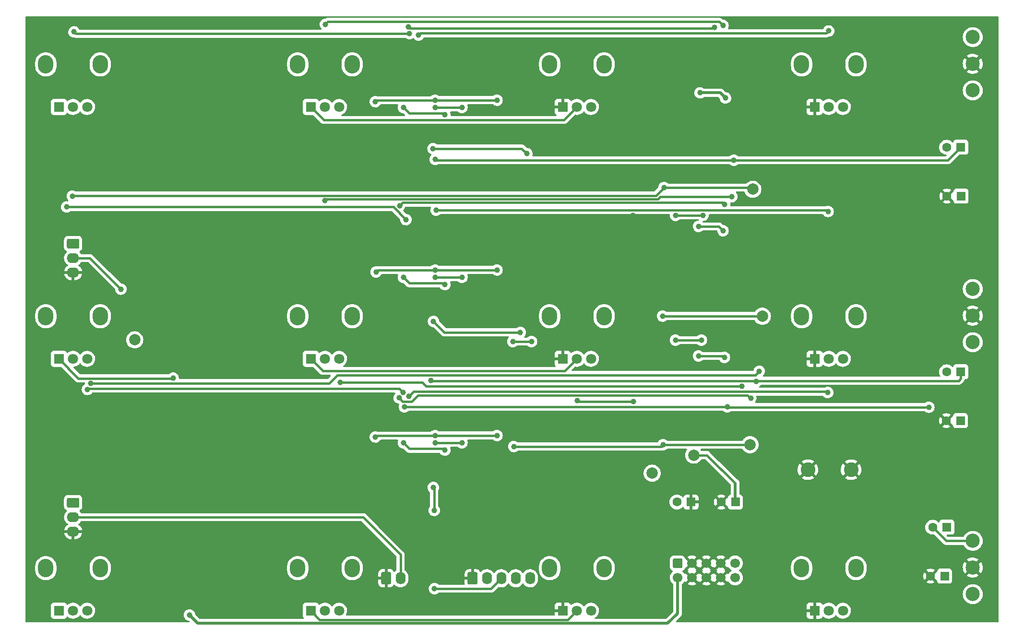
<source format=gtl>
G04 #@! TF.GenerationSoftware,KiCad,Pcbnew,6.0.5+dfsg-1~bpo11+1*
G04 #@! TF.CreationDate,2023-01-27T22:41:18+00:00*
G04 #@! TF.ProjectId,ADSR_board,41445352-5f62-46f6-9172-642e6b696361,1.1*
G04 #@! TF.SameCoordinates,Original*
G04 #@! TF.FileFunction,Copper,L1,Top*
G04 #@! TF.FilePolarity,Positive*
%FSLAX46Y46*%
G04 Gerber Fmt 4.6, Leading zero omitted, Abs format (unit mm)*
G04 Created by KiCad (PCBNEW 6.0.5+dfsg-1~bpo11+1) date 2023-01-27 22:41:18*
%MOMM*%
%LPD*%
G01*
G04 APERTURE LIST*
G04 #@! TA.AperFunction,ComponentPad*
%ADD10O,2.720000X3.240000*%
G04 #@! TD*
G04 #@! TA.AperFunction,ComponentPad*
%ADD11R,1.800000X1.800000*%
G04 #@! TD*
G04 #@! TA.AperFunction,ComponentPad*
%ADD12C,1.800000*%
G04 #@! TD*
G04 #@! TA.AperFunction,ComponentPad*
%ADD13C,2.500000*%
G04 #@! TD*
G04 #@! TA.AperFunction,ComponentPad*
%ADD14C,1.700000*%
G04 #@! TD*
G04 #@! TA.AperFunction,ComponentPad*
%ADD15C,2.000000*%
G04 #@! TD*
G04 #@! TA.AperFunction,ComponentPad*
%ADD16R,1.600000X1.600000*%
G04 #@! TD*
G04 #@! TA.AperFunction,ComponentPad*
%ADD17C,1.600000*%
G04 #@! TD*
G04 #@! TA.AperFunction,ComponentPad*
%ADD18C,2.600000*%
G04 #@! TD*
G04 #@! TA.AperFunction,ComponentPad*
%ADD19O,2.190000X1.740000*%
G04 #@! TD*
G04 #@! TA.AperFunction,ComponentPad*
%ADD20O,1.740000X2.190000*%
G04 #@! TD*
G04 #@! TA.AperFunction,ViaPad*
%ADD21C,1.000000*%
G04 #@! TD*
G04 #@! TA.AperFunction,ViaPad*
%ADD22C,0.800000*%
G04 #@! TD*
G04 #@! TA.AperFunction,Conductor*
%ADD23C,0.400000*%
G04 #@! TD*
G04 #@! TA.AperFunction,Conductor*
%ADD24C,0.500000*%
G04 #@! TD*
G04 APERTURE END LIST*
D10*
X164697000Y-49142000D03*
X155097000Y-49142000D03*
D11*
X157397000Y-56642000D03*
D12*
X159897000Y-56642000D03*
X162397000Y-56642000D03*
D10*
X75797000Y-93592000D03*
X66197000Y-93592000D03*
D11*
X68497000Y-101092000D03*
D12*
X70997000Y-101092000D03*
X73497000Y-101092000D03*
D10*
X199547000Y-49142000D03*
X209147000Y-49142000D03*
D11*
X201847000Y-56642000D03*
D12*
X204347000Y-56642000D03*
X206847000Y-56642000D03*
D10*
X209147000Y-138042000D03*
X199547000Y-138042000D03*
D11*
X201847000Y-145542000D03*
D12*
X204347000Y-145542000D03*
X206847000Y-145542000D03*
D10*
X110647000Y-49142000D03*
X120247000Y-49142000D03*
D11*
X112947000Y-56642000D03*
D12*
X115447000Y-56642000D03*
X117947000Y-56642000D03*
D10*
X110647000Y-138042000D03*
X120247000Y-138042000D03*
D11*
X112947000Y-145542000D03*
D12*
X115447000Y-145542000D03*
X117947000Y-145542000D03*
D13*
X229747000Y-142622000D03*
X229747000Y-137922000D03*
X229747000Y-133222000D03*
X229747000Y-53722000D03*
X229747000Y-49022000D03*
X229747000Y-44322000D03*
D10*
X164697000Y-138042000D03*
X155097000Y-138042000D03*
D11*
X157397000Y-145542000D03*
D12*
X159897000Y-145542000D03*
X162397000Y-145542000D03*
D10*
X75797000Y-49142000D03*
X66197000Y-49142000D03*
D11*
X68497000Y-56642000D03*
D12*
X70997000Y-56642000D03*
X73497000Y-56642000D03*
D10*
X199547000Y-93592000D03*
X209147000Y-93592000D03*
D11*
X201847000Y-101092000D03*
D12*
X204347000Y-101092000D03*
X206847000Y-101092000D03*
D10*
X155097000Y-93592000D03*
X164697000Y-93592000D03*
D11*
X157397000Y-101092000D03*
D12*
X159897000Y-101092000D03*
X162397000Y-101092000D03*
D13*
X229747000Y-98172000D03*
X229747000Y-93472000D03*
X229747000Y-88772000D03*
D10*
X110647000Y-93592000D03*
X120247000Y-93592000D03*
D11*
X112947000Y-101092000D03*
D12*
X115447000Y-101092000D03*
X117947000Y-101092000D03*
D10*
X75797000Y-138042000D03*
X66197000Y-138042000D03*
D11*
X68497000Y-145542000D03*
D12*
X70997000Y-145542000D03*
X73497000Y-145542000D03*
G04 #@! TA.AperFunction,ComponentPad*
G36*
G01*
X177077000Y-136319500D02*
X178277000Y-136319500D01*
G75*
G02*
X178527000Y-136569500I0J-250000D01*
G01*
X178527000Y-137769500D01*
G75*
G02*
X178277000Y-138019500I-250000J0D01*
G01*
X177077000Y-138019500D01*
G75*
G02*
X176827000Y-137769500I0J250000D01*
G01*
X176827000Y-136569500D01*
G75*
G02*
X177077000Y-136319500I250000J0D01*
G01*
G37*
G04 #@! TD.AperFunction*
D14*
X177677000Y-139709500D03*
X180217000Y-137169500D03*
X180217000Y-139709500D03*
X182757000Y-137169500D03*
X182757000Y-139709500D03*
X185297000Y-137169500D03*
X185297000Y-139709500D03*
X187837000Y-137169500D03*
X187837000Y-139709500D03*
D15*
X190449200Y-116255800D03*
X81889600Y-97739200D03*
D16*
X227685600Y-72390000D03*
D17*
X225185600Y-72390000D03*
D15*
X190931800Y-71170800D03*
D16*
X187872380Y-126365000D03*
D17*
X185372380Y-126365000D03*
D18*
X200660000Y-120650000D03*
X208280000Y-120650000D03*
G04 #@! TA.AperFunction,ComponentPad*
G36*
G01*
X70172000Y-79902000D02*
X71862000Y-79902000D01*
G75*
G02*
X72112000Y-80152000I0J-250000D01*
G01*
X72112000Y-81392000D01*
G75*
G02*
X71862000Y-81642000I-250000J0D01*
G01*
X70172000Y-81642000D01*
G75*
G02*
X69922000Y-81392000I0J250000D01*
G01*
X69922000Y-80152000D01*
G75*
G02*
X70172000Y-79902000I250000J0D01*
G01*
G37*
G04 #@! TD.AperFunction*
D19*
X71017000Y-83312000D03*
X71017000Y-85852000D03*
D16*
X180046000Y-126365000D03*
D17*
X177546000Y-126365000D03*
G04 #@! TA.AperFunction,ComponentPad*
G36*
G01*
X125372000Y-140652000D02*
X125372000Y-138962000D01*
G75*
G02*
X125622000Y-138712000I250000J0D01*
G01*
X126862000Y-138712000D01*
G75*
G02*
X127112000Y-138962000I0J-250000D01*
G01*
X127112000Y-140652000D01*
G75*
G02*
X126862000Y-140902000I-250000J0D01*
G01*
X125622000Y-140902000D01*
G75*
G02*
X125372000Y-140652000I0J250000D01*
G01*
G37*
G04 #@! TD.AperFunction*
D20*
X128782000Y-139807000D03*
D16*
X224790000Y-139446000D03*
D17*
X222290000Y-139446000D03*
G04 #@! TA.AperFunction,ComponentPad*
G36*
G01*
X70172000Y-125622000D02*
X71862000Y-125622000D01*
G75*
G02*
X72112000Y-125872000I0J-250000D01*
G01*
X72112000Y-127112000D01*
G75*
G02*
X71862000Y-127362000I-250000J0D01*
G01*
X70172000Y-127362000D01*
G75*
G02*
X69922000Y-127112000I0J250000D01*
G01*
X69922000Y-125872000D01*
G75*
G02*
X70172000Y-125622000I250000J0D01*
G01*
G37*
G04 #@! TD.AperFunction*
D19*
X71017000Y-129032000D03*
X71017000Y-131572000D03*
D16*
X227627380Y-103378000D03*
D17*
X225127380Y-103378000D03*
D15*
X173177200Y-121285000D03*
X180517800Y-118084600D03*
X192633600Y-93573600D03*
D16*
X225175000Y-130810000D03*
D17*
X222675000Y-130810000D03*
G04 #@! TA.AperFunction,ComponentPad*
G36*
G01*
X140612000Y-140672000D02*
X140612000Y-138982000D01*
G75*
G02*
X140862000Y-138732000I250000J0D01*
G01*
X142102000Y-138732000D01*
G75*
G02*
X142352000Y-138982000I0J-250000D01*
G01*
X142352000Y-140672000D01*
G75*
G02*
X142102000Y-140922000I-250000J0D01*
G01*
X140862000Y-140922000D01*
G75*
G02*
X140612000Y-140672000I0J250000D01*
G01*
G37*
G04 #@! TD.AperFunction*
D20*
X144022000Y-139827000D03*
X146562000Y-139827000D03*
X149102000Y-139827000D03*
X151642000Y-139827000D03*
D16*
X227627380Y-63754000D03*
D17*
X225127380Y-63754000D03*
D16*
X227584000Y-112014000D03*
D17*
X225084000Y-112014000D03*
D21*
X74142600Y-105445900D03*
X175006000Y-93548200D03*
X192075201Y-103289130D03*
X148767800Y-116560600D03*
X175107600Y-116255800D03*
X181356000Y-100584000D03*
X129290000Y-115925600D03*
X129290000Y-86715600D03*
X151892000Y-98044000D03*
X181356000Y-77724000D03*
X136623451Y-58028500D03*
X186131200Y-55067200D03*
X148590000Y-98044000D03*
X136623451Y-88000500D03*
X185928000Y-100838000D03*
X129290000Y-56743600D03*
X136623451Y-117210500D03*
X185674000Y-78486000D03*
X88646000Y-104495600D03*
X181610000Y-54152800D03*
X187502800Y-102311200D03*
X176530000Y-78486000D03*
X156210000Y-63500000D03*
X166370000Y-63500000D03*
X129286000Y-92202000D03*
X109220000Y-81280000D03*
X99060000Y-81280000D03*
X176809400Y-81229200D03*
X88900000Y-81280000D03*
X217805000Y-113030000D03*
X122936000Y-64770000D03*
X93980000Y-132080000D03*
X169926000Y-52730400D03*
D22*
X163830000Y-125730000D03*
D21*
X176555400Y-101092000D03*
D22*
X155575000Y-113030000D03*
D21*
X169748200Y-75753300D03*
X123190000Y-109220000D03*
X123952000Y-90932000D03*
D22*
X163830000Y-113030000D03*
D21*
X131064000Y-69342000D03*
X144403000Y-57150000D03*
X99060000Y-102300700D03*
X187045600Y-52882800D03*
X144657000Y-53086000D03*
X142371000Y-120650000D03*
X144403000Y-86868000D03*
X129286000Y-62230000D03*
X186690000Y-114300000D03*
X109220000Y-109220000D03*
X186588400Y-57556400D03*
X104140000Y-132080000D03*
X119380000Y-81280000D03*
X142494000Y-70358000D03*
X124714000Y-96774000D03*
X104140000Y-49530000D03*
X176631600Y-114300000D03*
X187706000Y-77165200D03*
X129540000Y-99060000D03*
X83820000Y-132080000D03*
X129286000Y-127762000D03*
X95250000Y-96520000D03*
X217805000Y-49530000D03*
X119380000Y-68580000D03*
X142494000Y-128778000D03*
X88900000Y-109220000D03*
X217805000Y-96520000D03*
X169545000Y-97155000D03*
X93980000Y-49530000D03*
X108846311Y-102300700D03*
X154940000Y-86360000D03*
X99060000Y-109220000D03*
X176479200Y-54610000D03*
X83820000Y-125730000D03*
X104140000Y-125730000D03*
X176733200Y-91719400D03*
X147320000Y-80010000D03*
X186994800Y-99110800D03*
X85090000Y-97790000D03*
X162560000Y-86360000D03*
X109220000Y-68580000D03*
X144657000Y-112776000D03*
X208280000Y-113030000D03*
X78324313Y-102300700D03*
X176834800Y-57556400D03*
X123190000Y-123952000D03*
X176784000Y-68732400D03*
X123952000Y-120142000D03*
D22*
X155575000Y-125730000D03*
X155575000Y-120015000D03*
D21*
X123952000Y-60960000D03*
X78740000Y-109220000D03*
X129286000Y-121666000D03*
D22*
X163830000Y-119380000D03*
D21*
X142748000Y-100076000D03*
X93980000Y-125730000D03*
X88900000Y-68580000D03*
X114300000Y-132080000D03*
X143814800Y-118110000D03*
X142371000Y-91694000D03*
X169595800Y-89890600D03*
X167640000Y-69850000D03*
X143387000Y-60452000D03*
X186537600Y-81254600D03*
X217805000Y-73025000D03*
X198120000Y-113030000D03*
X83820000Y-49530000D03*
X162255200Y-78841600D03*
X169976800Y-111760000D03*
X99060000Y-68580000D03*
X186842400Y-68732400D03*
X157480000Y-69850000D03*
X191770000Y-49530000D03*
X217805000Y-84455000D03*
X186740800Y-91719400D03*
X114300000Y-125730000D03*
X181864000Y-97790000D03*
X91541600Y-146304000D03*
X177292000Y-97790000D03*
X182167874Y-75753300D03*
X177317400Y-75793600D03*
X134721600Y-127838200D03*
X134569200Y-123799600D03*
X134772400Y-141655800D03*
X149910800Y-96418400D03*
X134594600Y-94488000D03*
X134518400Y-63982600D03*
X151079200Y-64897000D03*
X79451200Y-88798400D03*
X145800000Y-55448200D03*
X134878000Y-55473600D03*
X124337000Y-55702200D03*
X145800000Y-85420200D03*
X124464000Y-85775800D03*
X134878000Y-85445600D03*
X134878000Y-114655600D03*
X124337000Y-114884200D03*
X145800000Y-114630200D03*
X184150000Y-42570400D03*
X130149600Y-42519600D03*
X175260000Y-70866000D03*
X70866000Y-72390000D03*
X204317600Y-43230800D03*
X131957000Y-43942000D03*
X130361986Y-43700150D03*
X71170800Y-43383200D03*
X128600200Y-74066400D03*
X185953400Y-73837800D03*
X204216000Y-75082400D03*
X135077200Y-74853800D03*
X69850000Y-74295000D03*
X129747200Y-76530200D03*
X128524000Y-108000800D03*
X190576200Y-108077000D03*
X130262188Y-107709269D03*
X204165200Y-107035600D03*
X129258486Y-107052466D03*
X73545830Y-106486415D03*
X139627800Y-56743600D03*
X134903400Y-56743600D03*
X134903400Y-86715600D03*
X139627800Y-86715600D03*
X139627800Y-115925600D03*
X134903400Y-115925600D03*
X134878000Y-65913000D03*
X187604400Y-66040000D03*
X191538484Y-105085901D03*
X134153195Y-104942300D03*
X186436000Y-109575600D03*
X221996000Y-109626400D03*
X129489200Y-109575600D03*
X169849800Y-108661200D03*
X159969200Y-108458000D03*
X185674000Y-42265600D03*
X115519200Y-42062400D03*
X115443000Y-73177400D03*
X187248800Y-72466200D03*
X118110000Y-105272500D03*
X188976000Y-105943400D03*
D23*
X116181800Y-105395100D02*
X74193400Y-105395100D01*
X192608200Y-93548200D02*
X192633600Y-93573600D01*
X175006000Y-93548200D02*
X192608200Y-93548200D01*
X74193400Y-105395100D02*
X74142600Y-105445900D01*
X191402131Y-103962200D02*
X117614700Y-103962200D01*
X192075201Y-103289130D02*
X191402131Y-103962200D01*
X117614700Y-103962200D02*
X116181800Y-105395100D01*
X148767800Y-116560600D02*
X174802800Y-116560600D01*
X190449200Y-116255800D02*
X175107600Y-116255800D01*
X174802800Y-116560600D02*
X175107600Y-116255800D01*
X185928000Y-100838000D02*
X185674000Y-100584000D01*
X136379951Y-57785000D02*
X136623451Y-58028500D01*
X151892000Y-98044000D02*
X148590000Y-98044000D01*
X129290000Y-115925600D02*
X130331400Y-116967000D01*
X185674000Y-100584000D02*
X181356000Y-100584000D01*
D24*
X185216800Y-54152800D02*
X186131200Y-55067200D01*
D23*
X184912000Y-77724000D02*
X181356000Y-77724000D01*
X130331400Y-57785000D02*
X136379951Y-57785000D01*
X187837000Y-123067000D02*
X182854600Y-118084600D01*
X136379951Y-87757000D02*
X136623451Y-88000500D01*
X130331400Y-87757000D02*
X136379951Y-87757000D01*
X130331400Y-116967000D02*
X136379951Y-116967000D01*
X71951400Y-104546400D02*
X88595200Y-104546400D01*
X68497000Y-101092000D02*
X71951400Y-104546400D01*
D24*
X187837000Y-126492000D02*
X187837000Y-123067000D01*
D23*
X129290000Y-56743600D02*
X130331400Y-57785000D01*
X182854600Y-118084600D02*
X180517800Y-118084600D01*
D24*
X181610000Y-54152800D02*
X185216800Y-54152800D01*
D23*
X185674000Y-78486000D02*
X184912000Y-77724000D01*
X88595200Y-104546400D02*
X88646000Y-104495600D01*
X129290000Y-86715600D02*
X130331400Y-87757000D01*
X136379951Y-116967000D02*
X136623451Y-117210500D01*
X182167874Y-75753300D02*
X177357700Y-75753300D01*
D24*
X93014800Y-147777200D02*
X91541600Y-146304000D01*
D23*
X177292000Y-97790000D02*
X181864000Y-97790000D01*
D24*
X177677000Y-146020600D02*
X175920400Y-147777200D01*
X177677000Y-139709500D02*
X177677000Y-146020600D01*
D23*
X177357700Y-75753300D02*
X177317400Y-75793600D01*
D24*
X175920400Y-147777200D02*
X93014800Y-147777200D01*
D23*
X134721600Y-123952000D02*
X134721600Y-127838200D01*
X134772400Y-141655800D02*
X144733200Y-141655800D01*
X134569200Y-123799600D02*
X134721600Y-123952000D01*
X144733200Y-141655800D02*
X146562000Y-139827000D01*
X149910800Y-96418400D02*
X136525000Y-96418400D01*
X136525000Y-96418400D02*
X134594600Y-94488000D01*
X151079200Y-64897000D02*
X150164800Y-63982600D01*
X150164800Y-63982600D02*
X134518400Y-63982600D01*
X79451200Y-88798400D02*
X73964800Y-83312000D01*
X73964800Y-83312000D02*
X71017000Y-83312000D01*
X124565600Y-55473600D02*
X124337000Y-55702200D01*
X134903400Y-55448200D02*
X134878000Y-55473600D01*
X134878000Y-55473600D02*
X124565600Y-55473600D01*
X145800000Y-55448200D02*
X134903400Y-55448200D01*
X145800000Y-85420200D02*
X134903400Y-85420200D01*
X134878000Y-85445600D02*
X124794200Y-85445600D01*
X124794200Y-85445600D02*
X124464000Y-85775800D01*
X134903400Y-85420200D02*
X134878000Y-85445600D01*
X134903400Y-114630200D02*
X134878000Y-114655600D01*
X134878000Y-114655600D02*
X124565600Y-114655600D01*
X145800000Y-114630200D02*
X134903400Y-114630200D01*
X124565600Y-114655600D02*
X124337000Y-114884200D01*
X130149600Y-42519600D02*
X130381886Y-42751886D01*
X130381886Y-42751886D02*
X183968514Y-42751886D01*
X183968514Y-42751886D02*
X184150000Y-42570400D01*
X229747000Y-133222000D02*
X225087000Y-133222000D01*
X225087000Y-133222000D02*
X222675000Y-130810000D01*
X190931800Y-71170800D02*
X190627000Y-70866000D01*
X128782000Y-139807000D02*
X128782000Y-135640000D01*
X122174000Y-129032000D02*
X71017000Y-129032000D01*
X175260000Y-70866000D02*
X173848100Y-72277900D01*
X173848100Y-72277900D02*
X70978100Y-72277900D01*
X190627000Y-70866000D02*
X175260000Y-70866000D01*
X128782000Y-135640000D02*
X122174000Y-129032000D01*
X70978100Y-72277900D02*
X70866000Y-72390000D01*
X131957000Y-43942000D02*
X132261800Y-43637200D01*
X203911200Y-43637200D02*
X204317600Y-43230800D01*
X132261800Y-43637200D02*
X203911200Y-43637200D01*
X71526400Y-43738800D02*
X71170800Y-43383200D01*
X130361986Y-43700150D02*
X130323336Y-43738800D01*
X130323336Y-43738800D02*
X71526400Y-43738800D01*
X185607900Y-73492300D02*
X182225278Y-73492300D01*
X182174478Y-73543100D02*
X129123500Y-73543100D01*
X185953400Y-73837800D02*
X185607900Y-73492300D01*
X129123500Y-73543100D02*
X128600200Y-74066400D01*
X182225278Y-73492300D02*
X182174478Y-73543100D01*
X203987400Y-74853800D02*
X204216000Y-75082400D01*
X135077200Y-74853800D02*
X203987400Y-74853800D01*
X129747200Y-76530200D02*
X127512000Y-74295000D01*
X127512000Y-74295000D02*
X69850000Y-74295000D01*
X190576200Y-108077000D02*
X190057700Y-107558500D01*
X129133600Y-108610400D02*
X128524000Y-108000800D01*
X130774978Y-108610400D02*
X129133600Y-108610400D01*
X131826878Y-107558500D02*
X130774978Y-108610400D01*
X190057700Y-107558500D02*
X131826878Y-107558500D01*
X204165200Y-107035600D02*
X204012800Y-106883200D01*
X131088257Y-106883200D02*
X130262188Y-107709269D01*
X204012800Y-106883200D02*
X131088257Y-106883200D01*
X73686845Y-106345400D02*
X128551420Y-106345400D01*
X73545830Y-106486415D02*
X73686845Y-106345400D01*
X128551420Y-106345400D02*
X129258486Y-107052466D01*
X139627800Y-56743600D02*
X134903400Y-56743600D01*
X139627800Y-86715600D02*
X134903400Y-86715600D01*
X139627800Y-115925600D02*
X134903400Y-115925600D01*
X115080600Y-103225600D02*
X157763400Y-103225600D01*
X157763400Y-103225600D02*
X159897000Y-101092000D01*
X112947000Y-101092000D02*
X115080600Y-103225600D01*
X225341380Y-66040000D02*
X227627380Y-63754000D01*
X135005000Y-66040000D02*
X134878000Y-65913000D01*
X187604400Y-66040000D02*
X225341380Y-66040000D01*
X135005000Y-66040000D02*
X187604400Y-66040000D01*
X191420684Y-104968101D02*
X134178996Y-104968101D01*
X191659004Y-104965381D02*
X191538484Y-105085901D01*
X191538484Y-105085901D02*
X191420684Y-104968101D01*
X134178996Y-104968101D02*
X134153195Y-104942300D01*
X227627380Y-104578000D02*
X227239999Y-104965381D01*
X227627380Y-103378000D02*
X227627380Y-104578000D01*
X227239999Y-104965381D02*
X191659004Y-104965381D01*
X221996000Y-109626400D02*
X186486800Y-109626400D01*
X186436000Y-109575600D02*
X129489200Y-109575600D01*
X186486800Y-109626400D02*
X186436000Y-109575600D01*
X157611000Y-58928000D02*
X115233000Y-58928000D01*
X115233000Y-58928000D02*
X112947000Y-56642000D01*
X159897000Y-56642000D02*
X157611000Y-58928000D01*
X169849800Y-108661200D02*
X160172400Y-108661200D01*
X114532699Y-147127699D02*
X112947000Y-145542000D01*
X160172400Y-108661200D02*
X159969200Y-108458000D01*
X159897000Y-145542000D02*
X158311301Y-147127699D01*
X158311301Y-147127699D02*
X114532699Y-147127699D01*
X185013600Y-41605200D02*
X185674000Y-42265600D01*
X115519200Y-42062400D02*
X115976400Y-41605200D01*
X115976400Y-41605200D02*
X185013600Y-41605200D01*
X187248800Y-72466200D02*
X174650400Y-72466200D01*
X115722400Y-72898000D02*
X174218600Y-72898000D01*
X115722400Y-72898000D02*
X115443000Y-73177400D01*
X174599600Y-72517000D02*
X174218600Y-72898000D01*
X174650400Y-72466200D02*
X174599600Y-72517000D01*
X133324600Y-105943400D02*
X132653700Y-105272500D01*
X188976000Y-105943400D02*
X133324600Y-105943400D01*
X132653700Y-105272500D02*
X118110000Y-105272500D01*
G04 #@! TA.AperFunction,Conductor*
G36*
X234260621Y-40660502D02*
G01*
X234307114Y-40714158D01*
X234318500Y-40766500D01*
X234318500Y-147447500D01*
X234298498Y-147515621D01*
X234244842Y-147562114D01*
X234192500Y-147573500D01*
X177500971Y-147573500D01*
X177432850Y-147553498D01*
X177386357Y-147499842D01*
X177376253Y-147429568D01*
X177405747Y-147364988D01*
X177411876Y-147358405D01*
X178165911Y-146604370D01*
X178180323Y-146591984D01*
X178191918Y-146583451D01*
X178191923Y-146583446D01*
X178197818Y-146579108D01*
X178202557Y-146573530D01*
X178202560Y-146573527D01*
X178232035Y-146538832D01*
X178238965Y-146531316D01*
X178244661Y-146525620D01*
X178246924Y-146522759D01*
X178246929Y-146522754D01*
X178262293Y-146503334D01*
X178265082Y-146499933D01*
X178276351Y-146486669D01*
X200439001Y-146486669D01*
X200439371Y-146493490D01*
X200444895Y-146544352D01*
X200448521Y-146559604D01*
X200493676Y-146680054D01*
X200502214Y-146695649D01*
X200578715Y-146797724D01*
X200591276Y-146810285D01*
X200693351Y-146886786D01*
X200708946Y-146895324D01*
X200829394Y-146940478D01*
X200844649Y-146944105D01*
X200895514Y-146949631D01*
X200902328Y-146950000D01*
X201574885Y-146950000D01*
X201590124Y-146945525D01*
X201591329Y-146944135D01*
X201593000Y-146936452D01*
X201593000Y-146931884D01*
X202101000Y-146931884D01*
X202105475Y-146947123D01*
X202106865Y-146948328D01*
X202114548Y-146949999D01*
X202791669Y-146949999D01*
X202798490Y-146949629D01*
X202849352Y-146944105D01*
X202864604Y-146940479D01*
X202985054Y-146895324D01*
X203000649Y-146886786D01*
X203102724Y-146810285D01*
X203115285Y-146797724D01*
X203191786Y-146695649D01*
X203200325Y-146680052D01*
X203212278Y-146648167D01*
X203254919Y-146591402D01*
X203321480Y-146566702D01*
X203390829Y-146581909D01*
X203410741Y-146595448D01*
X203536349Y-146699730D01*
X203736322Y-146816584D01*
X203952694Y-146899209D01*
X203957760Y-146900240D01*
X203957761Y-146900240D01*
X204010846Y-146911040D01*
X204179656Y-146945385D01*
X204309089Y-146950131D01*
X204405949Y-146953683D01*
X204405953Y-146953683D01*
X204411113Y-146953872D01*
X204416233Y-146953216D01*
X204416235Y-146953216D01*
X204490166Y-146943745D01*
X204640847Y-146924442D01*
X204645795Y-146922957D01*
X204645802Y-146922956D01*
X204857747Y-146859369D01*
X204862690Y-146857886D01*
X204867324Y-146855616D01*
X205066049Y-146758262D01*
X205066052Y-146758260D01*
X205070684Y-146755991D01*
X205259243Y-146621494D01*
X205423303Y-146458005D01*
X205492370Y-146361888D01*
X205548365Y-146318240D01*
X205619068Y-146311794D01*
X205682033Y-146344597D01*
X205702128Y-146369584D01*
X205703799Y-146372311D01*
X205703804Y-146372317D01*
X205706501Y-146376719D01*
X205858147Y-146551784D01*
X205974241Y-146648167D01*
X206015638Y-146682535D01*
X206036349Y-146699730D01*
X206236322Y-146816584D01*
X206452694Y-146899209D01*
X206457760Y-146900240D01*
X206457761Y-146900240D01*
X206510846Y-146911040D01*
X206679656Y-146945385D01*
X206809089Y-146950131D01*
X206905949Y-146953683D01*
X206905953Y-146953683D01*
X206911113Y-146953872D01*
X206916233Y-146953216D01*
X206916235Y-146953216D01*
X206990166Y-146943745D01*
X207140847Y-146924442D01*
X207145795Y-146922957D01*
X207145802Y-146922956D01*
X207357747Y-146859369D01*
X207362690Y-146857886D01*
X207367324Y-146855616D01*
X207566049Y-146758262D01*
X207566052Y-146758260D01*
X207570684Y-146755991D01*
X207759243Y-146621494D01*
X207923303Y-146458005D01*
X208058458Y-146269917D01*
X208098926Y-146188037D01*
X208158784Y-146066922D01*
X208158785Y-146066920D01*
X208161078Y-146062280D01*
X208228408Y-145840671D01*
X208258640Y-145611041D01*
X208260327Y-145542000D01*
X208245961Y-145367265D01*
X208241773Y-145316318D01*
X208241772Y-145316312D01*
X208241349Y-145311167D01*
X208184925Y-145086533D01*
X208092570Y-144874131D01*
X207966764Y-144679665D01*
X207810887Y-144508358D01*
X207806836Y-144505159D01*
X207806832Y-144505155D01*
X207633177Y-144368011D01*
X207633172Y-144368008D01*
X207629123Y-144364810D01*
X207624607Y-144362317D01*
X207624604Y-144362315D01*
X207430879Y-144255373D01*
X207430875Y-144255371D01*
X207426355Y-144252876D01*
X207421486Y-144251152D01*
X207421482Y-144251150D01*
X207212903Y-144177288D01*
X207212899Y-144177287D01*
X207208028Y-144175562D01*
X207202935Y-144174655D01*
X207202932Y-144174654D01*
X206985095Y-144135851D01*
X206985089Y-144135850D01*
X206980006Y-144134945D01*
X206902644Y-144134000D01*
X206753581Y-144132179D01*
X206753579Y-144132179D01*
X206748411Y-144132116D01*
X206519464Y-144167150D01*
X206299314Y-144239106D01*
X206294726Y-144241494D01*
X206294722Y-144241496D01*
X206098461Y-144343663D01*
X206093872Y-144346052D01*
X206089739Y-144349155D01*
X206089736Y-144349157D01*
X205912790Y-144482012D01*
X205908655Y-144485117D01*
X205748639Y-144652564D01*
X205701836Y-144721174D01*
X205646927Y-144766175D01*
X205576402Y-144774346D01*
X205512655Y-144743092D01*
X205491959Y-144718609D01*
X205469577Y-144684013D01*
X205469574Y-144684009D01*
X205466764Y-144679665D01*
X205310887Y-144508358D01*
X205306836Y-144505159D01*
X205306832Y-144505155D01*
X205133177Y-144368011D01*
X205133172Y-144368008D01*
X205129123Y-144364810D01*
X205124607Y-144362317D01*
X205124604Y-144362315D01*
X204930879Y-144255373D01*
X204930875Y-144255371D01*
X204926355Y-144252876D01*
X204921486Y-144251152D01*
X204921482Y-144251150D01*
X204712903Y-144177288D01*
X204712899Y-144177287D01*
X204708028Y-144175562D01*
X204702935Y-144174655D01*
X204702932Y-144174654D01*
X204485095Y-144135851D01*
X204485089Y-144135850D01*
X204480006Y-144134945D01*
X204402644Y-144134000D01*
X204253581Y-144132179D01*
X204253579Y-144132179D01*
X204248411Y-144132116D01*
X204019464Y-144167150D01*
X203799314Y-144239106D01*
X203794726Y-144241494D01*
X203794722Y-144241496D01*
X203598461Y-144343663D01*
X203593872Y-144346052D01*
X203589739Y-144349155D01*
X203589736Y-144349157D01*
X203412790Y-144482012D01*
X203408655Y-144485117D01*
X203408066Y-144484333D01*
X203348346Y-144512484D01*
X203277955Y-144503231D01*
X203223741Y-144457391D01*
X203210925Y-144432224D01*
X203200323Y-144403944D01*
X203191786Y-144388351D01*
X203115285Y-144286276D01*
X203102724Y-144273715D01*
X203000649Y-144197214D01*
X202985054Y-144188676D01*
X202864606Y-144143522D01*
X202849351Y-144139895D01*
X202798486Y-144134369D01*
X202791672Y-144134000D01*
X202119115Y-144134000D01*
X202103876Y-144138475D01*
X202102671Y-144139865D01*
X202101000Y-144147548D01*
X202101000Y-146931884D01*
X201593000Y-146931884D01*
X201593000Y-145814115D01*
X201588525Y-145798876D01*
X201587135Y-145797671D01*
X201579452Y-145796000D01*
X200457116Y-145796000D01*
X200441877Y-145800475D01*
X200440672Y-145801865D01*
X200439001Y-145809548D01*
X200439001Y-146486669D01*
X178276351Y-146486669D01*
X178307592Y-146449896D01*
X178307594Y-146449894D01*
X178312333Y-146444315D01*
X178315662Y-146437795D01*
X178319028Y-146432748D01*
X178322193Y-146427624D01*
X178326735Y-146421883D01*
X178357637Y-146355764D01*
X178359565Y-146351818D01*
X178389442Y-146293308D01*
X178389443Y-146293306D01*
X178392769Y-146286792D01*
X178394508Y-146279686D01*
X178396609Y-146274036D01*
X178398524Y-146268279D01*
X178401622Y-146261650D01*
X178416491Y-146190165D01*
X178417461Y-146185882D01*
X178433473Y-146120444D01*
X178434808Y-146114990D01*
X178435294Y-146107167D01*
X178435500Y-146103836D01*
X178435535Y-146103838D01*
X178435775Y-146099866D01*
X178436152Y-146095645D01*
X178437641Y-146088485D01*
X178435546Y-146011058D01*
X178435500Y-146007650D01*
X178435500Y-145269885D01*
X200439000Y-145269885D01*
X200443475Y-145285124D01*
X200444865Y-145286329D01*
X200452548Y-145288000D01*
X201574885Y-145288000D01*
X201590124Y-145283525D01*
X201591329Y-145282135D01*
X201593000Y-145274452D01*
X201593000Y-144152116D01*
X201588525Y-144136877D01*
X201587135Y-144135672D01*
X201579452Y-144134001D01*
X200902331Y-144134001D01*
X200895510Y-144134371D01*
X200844648Y-144139895D01*
X200829396Y-144143521D01*
X200708946Y-144188676D01*
X200693351Y-144197214D01*
X200591276Y-144273715D01*
X200578715Y-144286276D01*
X200502214Y-144388351D01*
X200493676Y-144403946D01*
X200448522Y-144524394D01*
X200444895Y-144539649D01*
X200439369Y-144590514D01*
X200439000Y-144597328D01*
X200439000Y-145269885D01*
X178435500Y-145269885D01*
X178435500Y-142575839D01*
X227984173Y-142575839D01*
X227984397Y-142580505D01*
X227984397Y-142580511D01*
X227987521Y-142645540D01*
X227996713Y-142836908D01*
X228047704Y-143093256D01*
X228136026Y-143339252D01*
X228138242Y-143343376D01*
X228202753Y-143463437D01*
X228259737Y-143569491D01*
X228262532Y-143573234D01*
X228262534Y-143573237D01*
X228413330Y-143775177D01*
X228413335Y-143775183D01*
X228416122Y-143778915D01*
X228419431Y-143782195D01*
X228419436Y-143782201D01*
X228598426Y-143959635D01*
X228601743Y-143962923D01*
X228605505Y-143965681D01*
X228605508Y-143965684D01*
X228808750Y-144114707D01*
X228812524Y-144117474D01*
X228816667Y-144119654D01*
X228816669Y-144119655D01*
X229039684Y-144236989D01*
X229039689Y-144236991D01*
X229043834Y-144239172D01*
X229290590Y-144325344D01*
X229295183Y-144326216D01*
X229542785Y-144373224D01*
X229542788Y-144373224D01*
X229547374Y-144374095D01*
X229677958Y-144379226D01*
X229803875Y-144384174D01*
X229803881Y-144384174D01*
X229808543Y-144384357D01*
X229887977Y-144375657D01*
X230063707Y-144356412D01*
X230063712Y-144356411D01*
X230068360Y-144355902D01*
X230072884Y-144354711D01*
X230316594Y-144290548D01*
X230316596Y-144290547D01*
X230321117Y-144289357D01*
X230328289Y-144286276D01*
X230535584Y-144197214D01*
X230561262Y-144186182D01*
X230636062Y-144139895D01*
X230779547Y-144051104D01*
X230779548Y-144051104D01*
X230783519Y-144048646D01*
X230787082Y-144045629D01*
X230787087Y-144045626D01*
X230979439Y-143882787D01*
X230979440Y-143882786D01*
X230983005Y-143879768D01*
X231074729Y-143775177D01*
X231152257Y-143686774D01*
X231152261Y-143686769D01*
X231155339Y-143683259D01*
X231296733Y-143463437D01*
X231404083Y-143225129D01*
X231475030Y-142973572D01*
X231491832Y-142841496D01*
X231507616Y-142717421D01*
X231507616Y-142717417D01*
X231508014Y-142714291D01*
X231510431Y-142622000D01*
X231500468Y-142487936D01*
X231491407Y-142366000D01*
X231491406Y-142365996D01*
X231491061Y-142361348D01*
X231489982Y-142356576D01*
X231441410Y-142141924D01*
X231433377Y-142106423D01*
X231338647Y-141862823D01*
X231208951Y-141635902D01*
X231047138Y-141430643D01*
X230856763Y-141251557D01*
X230681787Y-141130171D01*
X230645851Y-141105241D01*
X230645848Y-141105239D01*
X230642009Y-141102576D01*
X230613825Y-141088677D01*
X230411781Y-140989040D01*
X230411778Y-140989039D01*
X230407593Y-140986975D01*
X230391933Y-140981962D01*
X230163123Y-140908720D01*
X230158665Y-140907293D01*
X229900693Y-140865279D01*
X229786942Y-140863790D01*
X229644022Y-140861919D01*
X229644019Y-140861919D01*
X229639345Y-140861858D01*
X229380362Y-140897104D01*
X229375876Y-140898412D01*
X229375874Y-140898412D01*
X229354322Y-140904694D01*
X229129433Y-140970243D01*
X229125180Y-140972203D01*
X229125179Y-140972204D01*
X229088659Y-140989040D01*
X228892072Y-141079668D01*
X228853067Y-141105241D01*
X228677404Y-141220410D01*
X228677399Y-141220414D01*
X228673491Y-141222976D01*
X228535696Y-141345963D01*
X228484855Y-141391341D01*
X228478494Y-141397018D01*
X228311363Y-141597970D01*
X228175771Y-141821419D01*
X228074697Y-142062455D01*
X228010359Y-142315783D01*
X228009891Y-142320434D01*
X228009890Y-142320438D01*
X228005100Y-142368009D01*
X227984173Y-142575839D01*
X178435500Y-142575839D01*
X178435500Y-140902132D01*
X178455402Y-140834353D01*
X179456977Y-140834353D01*
X179462258Y-140841407D01*
X179623756Y-140935779D01*
X179633042Y-140940229D01*
X179832001Y-141016203D01*
X179841899Y-141019079D01*
X180050595Y-141061538D01*
X180060823Y-141062757D01*
X180273650Y-141070562D01*
X180283936Y-141070095D01*
X180495185Y-141043034D01*
X180505262Y-141040892D01*
X180709255Y-140979691D01*
X180718842Y-140975933D01*
X180910098Y-140882238D01*
X180918944Y-140876965D01*
X180966247Y-140843223D01*
X180973211Y-140834353D01*
X181996977Y-140834353D01*
X182002258Y-140841407D01*
X182163756Y-140935779D01*
X182173042Y-140940229D01*
X182372001Y-141016203D01*
X182381899Y-141019079D01*
X182590595Y-141061538D01*
X182600823Y-141062757D01*
X182813650Y-141070562D01*
X182823936Y-141070095D01*
X183035185Y-141043034D01*
X183045262Y-141040892D01*
X183249255Y-140979691D01*
X183258842Y-140975933D01*
X183450098Y-140882238D01*
X183458944Y-140876965D01*
X183506247Y-140843223D01*
X183513211Y-140834353D01*
X184536977Y-140834353D01*
X184542258Y-140841407D01*
X184703756Y-140935779D01*
X184713042Y-140940229D01*
X184912001Y-141016203D01*
X184921899Y-141019079D01*
X185130595Y-141061538D01*
X185140823Y-141062757D01*
X185353650Y-141070562D01*
X185363936Y-141070095D01*
X185575185Y-141043034D01*
X185585262Y-141040892D01*
X185789255Y-140979691D01*
X185798842Y-140975933D01*
X185990098Y-140882238D01*
X185998944Y-140876965D01*
X186046247Y-140843223D01*
X186054648Y-140832523D01*
X186047660Y-140819370D01*
X185309812Y-140081522D01*
X185295868Y-140073908D01*
X185294035Y-140074039D01*
X185287420Y-140078290D01*
X184543737Y-140821973D01*
X184536977Y-140834353D01*
X183513211Y-140834353D01*
X183514648Y-140832523D01*
X183507660Y-140819370D01*
X182769812Y-140081522D01*
X182755868Y-140073908D01*
X182754035Y-140074039D01*
X182747420Y-140078290D01*
X182003737Y-140821973D01*
X181996977Y-140834353D01*
X180973211Y-140834353D01*
X180974648Y-140832523D01*
X180967660Y-140819370D01*
X180229812Y-140081522D01*
X180215868Y-140073908D01*
X180214035Y-140074039D01*
X180207420Y-140078290D01*
X179463737Y-140821973D01*
X179456977Y-140834353D01*
X178455402Y-140834353D01*
X178455502Y-140834011D01*
X178488331Y-140799554D01*
X178556860Y-140750673D01*
X178582787Y-140724837D01*
X178642893Y-140664940D01*
X178715096Y-140592989D01*
X178767856Y-140519566D01*
X178845453Y-140411577D01*
X178846640Y-140412430D01*
X178893960Y-140368862D01*
X178963897Y-140356645D01*
X179029338Y-140384178D01*
X179057166Y-140416012D01*
X179083459Y-140458919D01*
X179093916Y-140468380D01*
X179102694Y-140464596D01*
X179844978Y-139722312D01*
X179851356Y-139710632D01*
X180581408Y-139710632D01*
X180581539Y-139712465D01*
X180585790Y-139719080D01*
X181327474Y-140460764D01*
X181339484Y-140467323D01*
X181351223Y-140458355D01*
X181385022Y-140411319D01*
X181386149Y-140412129D01*
X181433659Y-140368381D01*
X181503596Y-140356161D01*
X181569038Y-140383691D01*
X181596870Y-140415529D01*
X181623459Y-140458919D01*
X181633916Y-140468380D01*
X181642694Y-140464596D01*
X182384978Y-139722312D01*
X182391356Y-139710632D01*
X183121408Y-139710632D01*
X183121539Y-139712465D01*
X183125790Y-139719080D01*
X183867474Y-140460764D01*
X183879484Y-140467323D01*
X183891223Y-140458355D01*
X183925022Y-140411319D01*
X183926149Y-140412129D01*
X183973659Y-140368381D01*
X184043596Y-140356161D01*
X184109038Y-140383691D01*
X184136870Y-140415529D01*
X184163459Y-140458919D01*
X184173916Y-140468380D01*
X184182694Y-140464596D01*
X184924978Y-139722312D01*
X184931356Y-139710632D01*
X185661408Y-139710632D01*
X185661539Y-139712465D01*
X185665790Y-139719080D01*
X186407474Y-140460764D01*
X186419484Y-140467323D01*
X186431223Y-140458355D01*
X186465022Y-140411319D01*
X186466277Y-140412221D01*
X186513391Y-140368855D01*
X186583330Y-140356648D01*
X186648767Y-140384191D01*
X186676580Y-140416013D01*
X186734287Y-140510183D01*
X186734291Y-140510188D01*
X186736987Y-140514588D01*
X186883250Y-140683438D01*
X187055126Y-140826132D01*
X187248000Y-140938838D01*
X187252825Y-140940680D01*
X187252826Y-140940681D01*
X187279535Y-140950880D01*
X187456692Y-141018530D01*
X187461760Y-141019561D01*
X187461763Y-141019562D01*
X187566604Y-141040892D01*
X187675597Y-141063067D01*
X187680772Y-141063257D01*
X187680774Y-141063257D01*
X187893673Y-141071064D01*
X187893677Y-141071064D01*
X187898837Y-141071253D01*
X187903957Y-141070597D01*
X187903959Y-141070597D01*
X188115288Y-141043525D01*
X188115289Y-141043525D01*
X188120416Y-141042868D01*
X188125366Y-141041383D01*
X188329429Y-140980161D01*
X188329434Y-140980159D01*
X188334384Y-140978674D01*
X188534994Y-140880396D01*
X188716860Y-140750673D01*
X188742787Y-140724837D01*
X188802893Y-140664940D01*
X188875096Y-140592989D01*
X188918877Y-140532062D01*
X221568493Y-140532062D01*
X221577789Y-140544077D01*
X221628994Y-140579931D01*
X221638489Y-140585414D01*
X221835947Y-140677490D01*
X221846239Y-140681236D01*
X222056688Y-140737625D01*
X222067481Y-140739528D01*
X222284525Y-140758517D01*
X222295475Y-140758517D01*
X222512519Y-140739528D01*
X222523312Y-140737625D01*
X222733761Y-140681236D01*
X222744053Y-140677490D01*
X222941511Y-140585414D01*
X222951006Y-140579931D01*
X223003048Y-140543491D01*
X223011424Y-140533012D01*
X223004356Y-140519566D01*
X222302812Y-139818022D01*
X222288868Y-139810408D01*
X222287035Y-139810539D01*
X222280420Y-139814790D01*
X221574923Y-140520287D01*
X221568493Y-140532062D01*
X188918877Y-140532062D01*
X188927856Y-140519566D01*
X189002435Y-140415777D01*
X189005453Y-140411577D01*
X189012451Y-140397419D01*
X189102136Y-140215953D01*
X189102137Y-140215951D01*
X189104430Y-140211311D01*
X189162918Y-140018804D01*
X189167865Y-140002523D01*
X189167865Y-140002521D01*
X189169370Y-139997569D01*
X189198529Y-139776090D01*
X189200156Y-139709500D01*
X189181852Y-139486861D01*
X189127431Y-139270202D01*
X189038354Y-139065340D01*
X188964704Y-138951495D01*
X188919822Y-138882117D01*
X188919820Y-138882114D01*
X188917014Y-138877777D01*
X188766670Y-138712551D01*
X188762616Y-138709349D01*
X188762615Y-138709348D01*
X188595414Y-138577300D01*
X188595410Y-138577298D01*
X188591359Y-138574098D01*
X188550053Y-138551296D01*
X188500084Y-138500864D01*
X188485312Y-138431421D01*
X188508209Y-138370884D01*
X197678500Y-138370884D01*
X197678665Y-138373152D01*
X197678665Y-138373164D01*
X197685042Y-138461050D01*
X197693125Y-138572451D01*
X197694109Y-138576906D01*
X197694109Y-138576909D01*
X197746474Y-138814086D01*
X197751585Y-138837237D01*
X197780992Y-138914855D01*
X197844163Y-139081592D01*
X197847655Y-139090810D01*
X197849872Y-139094801D01*
X197976440Y-139322666D01*
X197979324Y-139327859D01*
X197996756Y-139350700D01*
X198137322Y-139534885D01*
X198143833Y-139543417D01*
X198147099Y-139546610D01*
X198147101Y-139546612D01*
X198174095Y-139573000D01*
X198337736Y-139732970D01*
X198341428Y-139735657D01*
X198341430Y-139735659D01*
X198401535Y-139779408D01*
X198556972Y-139892547D01*
X198796947Y-140018804D01*
X198801248Y-140020323D01*
X198801253Y-140020325D01*
X198916437Y-140061000D01*
X199052634Y-140109096D01*
X199150653Y-140128415D01*
X199314206Y-140160652D01*
X199314212Y-140160653D01*
X199318678Y-140161533D01*
X199323232Y-140161760D01*
X199323234Y-140161760D01*
X199584936Y-140174789D01*
X199584942Y-140174789D01*
X199589505Y-140175016D01*
X199859441Y-140149262D01*
X199863870Y-140148178D01*
X199863877Y-140148177D01*
X200023584Y-140109096D01*
X200122832Y-140084810D01*
X200132239Y-140081000D01*
X200369931Y-139984725D01*
X200369932Y-139984725D01*
X200374160Y-139983012D01*
X200608161Y-139845999D01*
X200774636Y-139712865D01*
X200816366Y-139679493D01*
X200816368Y-139679492D01*
X200819932Y-139676641D01*
X200903636Y-139587037D01*
X201001921Y-139481824D01*
X201001923Y-139481821D01*
X201005037Y-139478488D01*
X201159598Y-139255688D01*
X201176559Y-139221596D01*
X201278346Y-139016997D01*
X201278347Y-139016994D01*
X201280379Y-139012910D01*
X201364847Y-138755240D01*
X201374937Y-138697127D01*
X201410579Y-138491856D01*
X201410580Y-138491848D01*
X201411235Y-138488075D01*
X201413696Y-138438644D01*
X201415422Y-138403971D01*
X201415422Y-138403963D01*
X201415500Y-138402400D01*
X201415500Y-138370884D01*
X207278500Y-138370884D01*
X207278665Y-138373152D01*
X207278665Y-138373164D01*
X207285042Y-138461050D01*
X207293125Y-138572451D01*
X207294109Y-138576906D01*
X207294109Y-138576909D01*
X207346474Y-138814086D01*
X207351585Y-138837237D01*
X207380992Y-138914855D01*
X207444163Y-139081592D01*
X207447655Y-139090810D01*
X207449872Y-139094801D01*
X207576440Y-139322666D01*
X207579324Y-139327859D01*
X207596756Y-139350700D01*
X207737322Y-139534885D01*
X207743833Y-139543417D01*
X207747099Y-139546610D01*
X207747101Y-139546612D01*
X207774095Y-139573000D01*
X207937736Y-139732970D01*
X207941428Y-139735657D01*
X207941430Y-139735659D01*
X208001535Y-139779408D01*
X208156972Y-139892547D01*
X208396947Y-140018804D01*
X208401248Y-140020323D01*
X208401253Y-140020325D01*
X208516437Y-140061000D01*
X208652634Y-140109096D01*
X208750653Y-140128415D01*
X208914206Y-140160652D01*
X208914212Y-140160653D01*
X208918678Y-140161533D01*
X208923232Y-140161760D01*
X208923234Y-140161760D01*
X209184936Y-140174789D01*
X209184942Y-140174789D01*
X209189505Y-140175016D01*
X209459441Y-140149262D01*
X209463870Y-140148178D01*
X209463877Y-140148177D01*
X209623584Y-140109096D01*
X209722832Y-140084810D01*
X209732239Y-140081000D01*
X209969931Y-139984725D01*
X209969932Y-139984725D01*
X209974160Y-139983012D01*
X210208161Y-139845999D01*
X210374636Y-139712865D01*
X210416366Y-139679493D01*
X210416368Y-139679492D01*
X210419932Y-139676641D01*
X210503636Y-139587037D01*
X210601921Y-139481824D01*
X210601923Y-139481821D01*
X210605037Y-139478488D01*
X210623776Y-139451475D01*
X220977483Y-139451475D01*
X220996472Y-139668519D01*
X220998375Y-139679312D01*
X221054764Y-139889761D01*
X221058510Y-139900053D01*
X221150586Y-140097511D01*
X221156069Y-140107006D01*
X221192509Y-140159048D01*
X221202988Y-140167424D01*
X221216434Y-140160356D01*
X221917978Y-139458812D01*
X221924356Y-139447132D01*
X222654408Y-139447132D01*
X222654539Y-139448965D01*
X222658790Y-139455580D01*
X223364287Y-140161077D01*
X223406029Y-140183871D01*
X223416029Y-140186047D01*
X223466227Y-140236253D01*
X223481451Y-140289814D01*
X223481500Y-140290717D01*
X223481500Y-140294134D01*
X223488255Y-140356316D01*
X223539385Y-140492705D01*
X223626739Y-140609261D01*
X223743295Y-140696615D01*
X223879684Y-140747745D01*
X223941866Y-140754500D01*
X225638134Y-140754500D01*
X225700316Y-140747745D01*
X225836705Y-140696615D01*
X225953261Y-140609261D01*
X226040615Y-140492705D01*
X226091745Y-140356316D01*
X226098500Y-140294134D01*
X226098500Y-139331133D01*
X228702612Y-139331133D01*
X228711325Y-139342653D01*
X228809018Y-139414284D01*
X228816928Y-139419227D01*
X229039890Y-139536533D01*
X229048453Y-139540256D01*
X229286304Y-139623318D01*
X229295313Y-139625732D01*
X229542842Y-139672727D01*
X229552098Y-139673781D01*
X229803857Y-139683673D01*
X229813171Y-139683347D01*
X230063615Y-139655920D01*
X230072792Y-139654219D01*
X230316431Y-139590074D01*
X230325251Y-139587037D01*
X230556736Y-139487583D01*
X230565008Y-139483276D01*
X230779249Y-139350700D01*
X230786188Y-139345658D01*
X230794518Y-139333019D01*
X230788456Y-139322666D01*
X229759812Y-138294022D01*
X229745868Y-138286408D01*
X229744035Y-138286539D01*
X229737420Y-138290790D01*
X228709270Y-139318940D01*
X228702612Y-139331133D01*
X226098500Y-139331133D01*
X226098500Y-138597866D01*
X226091745Y-138535684D01*
X226040615Y-138399295D01*
X225953261Y-138282739D01*
X225836705Y-138195385D01*
X225700316Y-138144255D01*
X225638134Y-138137500D01*
X223941866Y-138137500D01*
X223879684Y-138144255D01*
X223743295Y-138195385D01*
X223626739Y-138282739D01*
X223539385Y-138399295D01*
X223488255Y-138535684D01*
X223485710Y-138559112D01*
X223483002Y-138584044D01*
X223481500Y-138597866D01*
X223481500Y-138601185D01*
X223457847Y-138668110D01*
X223411844Y-138703804D01*
X223412859Y-138705734D01*
X223402000Y-138711442D01*
X223401755Y-138711632D01*
X223401597Y-138711653D01*
X223363566Y-138731644D01*
X222662022Y-139433188D01*
X222654408Y-139447132D01*
X221924356Y-139447132D01*
X221925592Y-139444868D01*
X221925461Y-139443035D01*
X221921210Y-139436420D01*
X221215713Y-138730923D01*
X221203938Y-138724493D01*
X221191923Y-138733789D01*
X221156069Y-138784994D01*
X221150586Y-138794489D01*
X221058510Y-138991947D01*
X221054764Y-139002239D01*
X220998375Y-139212688D01*
X220996472Y-139223481D01*
X220977483Y-139440525D01*
X220977483Y-139451475D01*
X210623776Y-139451475D01*
X210759598Y-139255688D01*
X210776559Y-139221596D01*
X210878346Y-139016997D01*
X210878347Y-139016994D01*
X210880379Y-139012910D01*
X210964847Y-138755240D01*
X210974937Y-138697127D01*
X211010579Y-138491856D01*
X211010580Y-138491848D01*
X211011235Y-138488075D01*
X211013696Y-138438644D01*
X211015422Y-138403971D01*
X211015422Y-138403963D01*
X211015500Y-138402400D01*
X211015500Y-138358988D01*
X221568576Y-138358988D01*
X221575644Y-138372434D01*
X222277188Y-139073978D01*
X222291132Y-139081592D01*
X222292965Y-139081461D01*
X222299580Y-139077210D01*
X223005077Y-138371713D01*
X223011507Y-138359938D01*
X223002211Y-138347923D01*
X222951006Y-138312069D01*
X222941511Y-138306586D01*
X222744053Y-138214510D01*
X222733761Y-138210764D01*
X222523312Y-138154375D01*
X222512519Y-138152472D01*
X222295475Y-138133483D01*
X222284525Y-138133483D01*
X222067481Y-138152472D01*
X222056688Y-138154375D01*
X221846239Y-138210764D01*
X221835947Y-138214510D01*
X221638489Y-138306586D01*
X221628994Y-138312069D01*
X221576952Y-138348509D01*
X221568576Y-138358988D01*
X211015500Y-138358988D01*
X211015500Y-137880523D01*
X227984898Y-137880523D01*
X227996987Y-138132175D01*
X227998124Y-138141435D01*
X228047274Y-138388535D01*
X228049768Y-138397528D01*
X228134900Y-138634639D01*
X228138700Y-138643174D01*
X228257946Y-138865101D01*
X228262957Y-138872968D01*
X228326446Y-138957990D01*
X228337704Y-138966439D01*
X228350123Y-138959667D01*
X229374978Y-137934812D01*
X229381356Y-137923132D01*
X230111408Y-137923132D01*
X230111539Y-137924965D01*
X230115790Y-137931580D01*
X231146913Y-138962703D01*
X231159293Y-138969463D01*
X231167634Y-138963219D01*
X231293765Y-138767127D01*
X231298212Y-138758936D01*
X231401691Y-138529222D01*
X231404882Y-138520455D01*
X231473269Y-138277976D01*
X231475129Y-138268834D01*
X231507116Y-138017396D01*
X231507597Y-138011108D01*
X231509847Y-137925160D01*
X231509696Y-137918851D01*
X231490912Y-137666074D01*
X231489536Y-137656868D01*
X231433929Y-137411126D01*
X231431205Y-137402215D01*
X231339888Y-137167392D01*
X231335877Y-137158983D01*
X231210854Y-136940240D01*
X231205643Y-136932514D01*
X231168391Y-136885261D01*
X231156466Y-136876790D01*
X231144934Y-136883276D01*
X230119022Y-137909188D01*
X230111408Y-137923132D01*
X229381356Y-137923132D01*
X229382592Y-137920868D01*
X229382461Y-137919035D01*
X229378210Y-137912420D01*
X228348321Y-136882531D01*
X228335013Y-136875264D01*
X228324974Y-136882386D01*
X228314761Y-136894666D01*
X228309346Y-136902258D01*
X228178646Y-137117646D01*
X228174408Y-137125963D01*
X228076981Y-137358299D01*
X228074020Y-137367149D01*
X228012006Y-137611331D01*
X228010384Y-137620528D01*
X227985143Y-137871198D01*
X227984898Y-137880523D01*
X211015500Y-137880523D01*
X211015500Y-137713116D01*
X211013328Y-137683170D01*
X211001205Y-137516100D01*
X211000875Y-137511549D01*
X210987825Y-137452439D01*
X210943400Y-137251223D01*
X210943399Y-137251219D01*
X210942415Y-137246763D01*
X210846345Y-136993190D01*
X210714676Y-136756141D01*
X210550167Y-136540583D01*
X210530127Y-136520992D01*
X210519704Y-136510803D01*
X228700216Y-136510803D01*
X228704789Y-136520579D01*
X229734188Y-137549978D01*
X229748132Y-137557592D01*
X229749965Y-137557461D01*
X229756580Y-137553210D01*
X230785419Y-136524371D01*
X230791803Y-136512681D01*
X230782391Y-136500570D01*
X230645593Y-136405670D01*
X230637565Y-136400942D01*
X230411593Y-136289505D01*
X230402960Y-136286017D01*
X230162998Y-136209205D01*
X230153938Y-136207029D01*
X229905260Y-136166529D01*
X229895973Y-136165717D01*
X229644053Y-136162419D01*
X229634742Y-136162989D01*
X229385097Y-136196964D01*
X229375978Y-136198902D01*
X229134098Y-136269404D01*
X229125367Y-136272667D01*
X228896558Y-136378151D01*
X228888406Y-136382670D01*
X228709353Y-136500062D01*
X228700216Y-136510803D01*
X210519704Y-136510803D01*
X210418898Y-136412259D01*
X210356264Y-136351030D01*
X210338057Y-136337777D01*
X210140721Y-136194141D01*
X210137028Y-136191453D01*
X209897053Y-136065196D01*
X209892752Y-136063677D01*
X209892747Y-136063675D01*
X209757761Y-136016007D01*
X209641366Y-135974904D01*
X209543347Y-135955585D01*
X209379794Y-135923348D01*
X209379788Y-135923347D01*
X209375322Y-135922467D01*
X209370768Y-135922240D01*
X209370766Y-135922240D01*
X209109064Y-135909211D01*
X209109058Y-135909211D01*
X209104495Y-135908984D01*
X208834559Y-135934738D01*
X208830130Y-135935822D01*
X208830123Y-135935823D01*
X208705356Y-135966354D01*
X208571168Y-135999190D01*
X208566933Y-136000905D01*
X208566931Y-136000906D01*
X208347020Y-136089979D01*
X208319840Y-136100988D01*
X208085839Y-136238001D01*
X208025798Y-136286017D01*
X207887608Y-136396531D01*
X207874068Y-136407359D01*
X207870947Y-136410700D01*
X207746224Y-136544215D01*
X207688963Y-136605512D01*
X207534402Y-136828312D01*
X207532374Y-136832388D01*
X207532373Y-136832390D01*
X207450252Y-136997460D01*
X207413621Y-137071090D01*
X207329153Y-137328760D01*
X207328373Y-137333251D01*
X207328373Y-137333252D01*
X207286027Y-137577139D01*
X207282765Y-137595925D01*
X207278500Y-137681600D01*
X207278500Y-138370884D01*
X201415500Y-138370884D01*
X201415500Y-137713116D01*
X201413328Y-137683170D01*
X201401205Y-137516100D01*
X201400875Y-137511549D01*
X201387825Y-137452439D01*
X201343400Y-137251223D01*
X201343399Y-137251219D01*
X201342415Y-137246763D01*
X201246345Y-136993190D01*
X201114676Y-136756141D01*
X200950167Y-136540583D01*
X200930127Y-136520992D01*
X200818898Y-136412259D01*
X200756264Y-136351030D01*
X200738057Y-136337777D01*
X200540721Y-136194141D01*
X200537028Y-136191453D01*
X200297053Y-136065196D01*
X200292752Y-136063677D01*
X200292747Y-136063675D01*
X200157761Y-136016007D01*
X200041366Y-135974904D01*
X199943347Y-135955585D01*
X199779794Y-135923348D01*
X199779788Y-135923347D01*
X199775322Y-135922467D01*
X199770768Y-135922240D01*
X199770766Y-135922240D01*
X199509064Y-135909211D01*
X199509058Y-135909211D01*
X199504495Y-135908984D01*
X199234559Y-135934738D01*
X199230130Y-135935822D01*
X199230123Y-135935823D01*
X199105356Y-135966354D01*
X198971168Y-135999190D01*
X198966933Y-136000905D01*
X198966931Y-136000906D01*
X198747020Y-136089979D01*
X198719840Y-136100988D01*
X198485839Y-136238001D01*
X198425798Y-136286017D01*
X198287608Y-136396531D01*
X198274068Y-136407359D01*
X198270947Y-136410700D01*
X198146224Y-136544215D01*
X198088963Y-136605512D01*
X197934402Y-136828312D01*
X197932374Y-136832388D01*
X197932373Y-136832390D01*
X197850252Y-136997460D01*
X197813621Y-137071090D01*
X197729153Y-137328760D01*
X197728373Y-137333251D01*
X197728373Y-137333252D01*
X197686027Y-137577139D01*
X197682765Y-137595925D01*
X197678500Y-137681600D01*
X197678500Y-138370884D01*
X188508209Y-138370884D01*
X188510428Y-138365016D01*
X188537780Y-138338409D01*
X188604539Y-138290790D01*
X188716860Y-138210673D01*
X188720670Y-138206877D01*
X188798209Y-138129607D01*
X188875096Y-138052989D01*
X188905191Y-138011108D01*
X189002435Y-137875777D01*
X189005453Y-137871577D01*
X189026568Y-137828855D01*
X189102136Y-137675953D01*
X189102137Y-137675951D01*
X189104430Y-137671311D01*
X189169370Y-137457569D01*
X189198529Y-137236090D01*
X189200156Y-137169500D01*
X189181852Y-136946861D01*
X189127431Y-136730202D01*
X189038354Y-136525340D01*
X188923848Y-136348341D01*
X188919822Y-136342117D01*
X188919820Y-136342114D01*
X188917014Y-136337777D01*
X188766670Y-136172551D01*
X188762619Y-136169352D01*
X188762615Y-136169348D01*
X188595414Y-136037300D01*
X188595410Y-136037298D01*
X188591359Y-136034098D01*
X188395789Y-135926138D01*
X188390920Y-135924414D01*
X188390916Y-135924412D01*
X188190087Y-135853295D01*
X188190083Y-135853294D01*
X188185212Y-135851569D01*
X188180119Y-135850662D01*
X188180116Y-135850661D01*
X187970373Y-135813300D01*
X187970367Y-135813299D01*
X187965284Y-135812394D01*
X187891452Y-135811492D01*
X187747081Y-135809728D01*
X187747079Y-135809728D01*
X187741911Y-135809665D01*
X187521091Y-135843455D01*
X187308756Y-135912857D01*
X187269157Y-135933471D01*
X187188678Y-135975366D01*
X187110607Y-136016007D01*
X187106474Y-136019110D01*
X187106471Y-136019112D01*
X186994350Y-136103295D01*
X186931965Y-136150135D01*
X186916299Y-136166529D01*
X186814871Y-136272667D01*
X186777629Y-136311638D01*
X186704693Y-136418559D01*
X186669898Y-136469566D01*
X186614987Y-136514569D01*
X186544462Y-136522740D01*
X186480715Y-136491486D01*
X186460017Y-136467001D01*
X186430062Y-136420697D01*
X186419377Y-136411495D01*
X186409812Y-136415898D01*
X185669022Y-137156688D01*
X185661408Y-137170632D01*
X185661539Y-137172465D01*
X185665790Y-137179080D01*
X186407474Y-137920764D01*
X186419484Y-137927323D01*
X186431223Y-137918355D01*
X186465022Y-137871319D01*
X186466277Y-137872221D01*
X186513391Y-137828855D01*
X186583330Y-137816648D01*
X186648767Y-137844191D01*
X186676580Y-137876013D01*
X186734287Y-137970183D01*
X186734291Y-137970188D01*
X186736987Y-137974588D01*
X186883250Y-138143438D01*
X187002936Y-138242803D01*
X187041430Y-138274761D01*
X187055126Y-138286132D01*
X187069195Y-138294353D01*
X187128445Y-138328976D01*
X187177169Y-138380614D01*
X187190240Y-138450397D01*
X187163509Y-138516169D01*
X187123055Y-138549527D01*
X187110607Y-138556007D01*
X187106474Y-138559110D01*
X187106471Y-138559112D01*
X186944953Y-138680383D01*
X186931965Y-138690135D01*
X186899132Y-138724493D01*
X186807185Y-138820710D01*
X186777629Y-138851638D01*
X186704693Y-138958559D01*
X186669898Y-139009566D01*
X186614987Y-139054569D01*
X186544462Y-139062740D01*
X186480715Y-139031486D01*
X186460017Y-139007001D01*
X186430062Y-138960697D01*
X186419377Y-138951495D01*
X186409812Y-138955898D01*
X185669022Y-139696688D01*
X185661408Y-139710632D01*
X184931356Y-139710632D01*
X184932592Y-139708368D01*
X184932461Y-139706535D01*
X184928210Y-139699920D01*
X184186849Y-138958559D01*
X184175313Y-138952259D01*
X184163028Y-138961884D01*
X184130192Y-139010020D01*
X184075281Y-139055023D01*
X184004756Y-139063194D01*
X183941009Y-139031940D01*
X183920311Y-139007455D01*
X183890062Y-138960697D01*
X183879377Y-138951495D01*
X183869812Y-138955898D01*
X183129022Y-139696688D01*
X183121408Y-139710632D01*
X182391356Y-139710632D01*
X182392592Y-139708368D01*
X182392461Y-139706535D01*
X182388210Y-139699920D01*
X181646849Y-138958559D01*
X181635313Y-138952259D01*
X181623028Y-138961884D01*
X181590192Y-139010020D01*
X181535281Y-139055023D01*
X181464756Y-139063194D01*
X181401009Y-139031940D01*
X181380311Y-139007455D01*
X181350062Y-138960697D01*
X181339377Y-138951495D01*
X181329812Y-138955898D01*
X180589022Y-139696688D01*
X180581408Y-139710632D01*
X179851356Y-139710632D01*
X179852592Y-139708368D01*
X179852461Y-139706535D01*
X179848210Y-139699920D01*
X179106849Y-138958559D01*
X179095313Y-138952259D01*
X179083031Y-138961882D01*
X179050499Y-139009572D01*
X178995587Y-139054575D01*
X178925063Y-139062746D01*
X178861316Y-139031492D01*
X178840618Y-139007008D01*
X178759822Y-138882117D01*
X178759820Y-138882114D01*
X178757014Y-138877777D01*
X178606670Y-138712551D01*
X178564006Y-138678857D01*
X178522944Y-138620941D01*
X178519712Y-138550018D01*
X178555337Y-138488607D01*
X178588647Y-138465876D01*
X178594007Y-138463365D01*
X178600946Y-138461050D01*
X178751348Y-138367978D01*
X178824845Y-138294353D01*
X179456977Y-138294353D01*
X179462258Y-138301407D01*
X179509479Y-138329001D01*
X179558203Y-138380639D01*
X179571274Y-138450422D01*
X179544543Y-138516194D01*
X179504087Y-138549553D01*
X179495466Y-138554041D01*
X179486734Y-138559539D01*
X179466677Y-138574599D01*
X179458223Y-138585927D01*
X179464968Y-138598258D01*
X180204188Y-139337478D01*
X180218132Y-139345092D01*
X180219965Y-139344961D01*
X180226580Y-139340710D01*
X180970389Y-138596901D01*
X180977410Y-138584044D01*
X180970611Y-138574713D01*
X180966559Y-138572021D01*
X180929116Y-138551352D01*
X180879145Y-138500920D01*
X180864373Y-138431477D01*
X180889489Y-138365072D01*
X180916840Y-138338465D01*
X180966247Y-138303223D01*
X180973211Y-138294353D01*
X181996977Y-138294353D01*
X182002258Y-138301407D01*
X182049479Y-138329001D01*
X182098203Y-138380639D01*
X182111274Y-138450422D01*
X182084543Y-138516194D01*
X182044087Y-138549553D01*
X182035466Y-138554041D01*
X182026734Y-138559539D01*
X182006677Y-138574599D01*
X181998223Y-138585927D01*
X182004968Y-138598258D01*
X182744188Y-139337478D01*
X182758132Y-139345092D01*
X182759965Y-139344961D01*
X182766580Y-139340710D01*
X183510389Y-138596901D01*
X183517410Y-138584044D01*
X183510611Y-138574713D01*
X183506559Y-138572021D01*
X183469116Y-138551352D01*
X183419145Y-138500920D01*
X183404373Y-138431477D01*
X183429489Y-138365072D01*
X183456840Y-138338465D01*
X183506247Y-138303223D01*
X183513211Y-138294353D01*
X184536977Y-138294353D01*
X184542258Y-138301407D01*
X184589479Y-138329001D01*
X184638203Y-138380639D01*
X184651274Y-138450422D01*
X184624543Y-138516194D01*
X184584087Y-138549553D01*
X184575466Y-138554041D01*
X184566734Y-138559539D01*
X184546677Y-138574599D01*
X184538223Y-138585927D01*
X184544968Y-138598258D01*
X185284188Y-139337478D01*
X185298132Y-139345092D01*
X185299965Y-139344961D01*
X185306580Y-139340710D01*
X186050389Y-138596901D01*
X186057410Y-138584044D01*
X186050611Y-138574713D01*
X186046559Y-138572021D01*
X186009116Y-138551352D01*
X185959145Y-138500920D01*
X185944373Y-138431477D01*
X185969489Y-138365072D01*
X185996840Y-138338465D01*
X186046247Y-138303223D01*
X186054648Y-138292523D01*
X186047660Y-138279370D01*
X185309812Y-137541522D01*
X185295868Y-137533908D01*
X185294035Y-137534039D01*
X185287420Y-137538290D01*
X184543737Y-138281973D01*
X184536977Y-138294353D01*
X183513211Y-138294353D01*
X183514648Y-138292523D01*
X183507660Y-138279370D01*
X182769812Y-137541522D01*
X182755868Y-137533908D01*
X182754035Y-137534039D01*
X182747420Y-137538290D01*
X182003737Y-138281973D01*
X181996977Y-138294353D01*
X180973211Y-138294353D01*
X180974648Y-138292523D01*
X180967660Y-138279370D01*
X180229812Y-137541522D01*
X180215868Y-137533908D01*
X180214035Y-137534039D01*
X180207420Y-137538290D01*
X179463737Y-138281973D01*
X179456977Y-138294353D01*
X178824845Y-138294353D01*
X178876305Y-138242803D01*
X178881734Y-138233995D01*
X178965275Y-138098468D01*
X178965276Y-138098466D01*
X178969115Y-138092238D01*
X178993913Y-138017475D01*
X179034342Y-137959116D01*
X179063630Y-137941434D01*
X179102694Y-137924596D01*
X179844978Y-137182312D01*
X179851356Y-137170632D01*
X180581408Y-137170632D01*
X180581539Y-137172465D01*
X180585790Y-137179080D01*
X181327474Y-137920764D01*
X181339484Y-137927323D01*
X181351223Y-137918355D01*
X181385022Y-137871319D01*
X181386149Y-137872129D01*
X181433659Y-137828381D01*
X181503596Y-137816161D01*
X181569038Y-137843691D01*
X181596870Y-137875529D01*
X181623459Y-137918919D01*
X181633916Y-137928380D01*
X181642694Y-137924596D01*
X182384978Y-137182312D01*
X182391356Y-137170632D01*
X183121408Y-137170632D01*
X183121539Y-137172465D01*
X183125790Y-137179080D01*
X183867474Y-137920764D01*
X183879484Y-137927323D01*
X183891223Y-137918355D01*
X183925022Y-137871319D01*
X183926149Y-137872129D01*
X183973659Y-137828381D01*
X184043596Y-137816161D01*
X184109038Y-137843691D01*
X184136870Y-137875529D01*
X184163459Y-137918919D01*
X184173916Y-137928380D01*
X184182694Y-137924596D01*
X184924978Y-137182312D01*
X184932592Y-137168368D01*
X184932461Y-137166535D01*
X184928210Y-137159920D01*
X184186849Y-136418559D01*
X184175313Y-136412259D01*
X184163028Y-136421884D01*
X184130192Y-136470020D01*
X184075281Y-136515023D01*
X184004756Y-136523194D01*
X183941009Y-136491940D01*
X183920311Y-136467455D01*
X183890062Y-136420697D01*
X183879377Y-136411495D01*
X183869812Y-136415898D01*
X183129022Y-137156688D01*
X183121408Y-137170632D01*
X182391356Y-137170632D01*
X182392592Y-137168368D01*
X182392461Y-137166535D01*
X182388210Y-137159920D01*
X181646849Y-136418559D01*
X181635313Y-136412259D01*
X181623028Y-136421884D01*
X181590192Y-136470020D01*
X181535281Y-136515023D01*
X181464756Y-136523194D01*
X181401009Y-136491940D01*
X181380311Y-136467455D01*
X181350062Y-136420697D01*
X181339377Y-136411495D01*
X181329812Y-136415898D01*
X180589022Y-137156688D01*
X180581408Y-137170632D01*
X179851356Y-137170632D01*
X179852592Y-137168368D01*
X179852461Y-137166535D01*
X179848210Y-137159920D01*
X179106849Y-136418559D01*
X179066510Y-136396531D01*
X179053523Y-136393706D01*
X179003322Y-136343503D01*
X178994388Y-136322997D01*
X178970870Y-136252507D01*
X178970869Y-136252505D01*
X178968550Y-136245554D01*
X178875478Y-136095152D01*
X178826167Y-136045927D01*
X179458223Y-136045927D01*
X179464968Y-136058258D01*
X180204188Y-136797478D01*
X180218132Y-136805092D01*
X180219965Y-136804961D01*
X180226580Y-136800710D01*
X180970389Y-136056901D01*
X180976382Y-136045927D01*
X181998223Y-136045927D01*
X182004968Y-136058258D01*
X182744188Y-136797478D01*
X182758132Y-136805092D01*
X182759965Y-136804961D01*
X182766580Y-136800710D01*
X183510389Y-136056901D01*
X183516382Y-136045927D01*
X184538223Y-136045927D01*
X184544968Y-136058258D01*
X185284188Y-136797478D01*
X185298132Y-136805092D01*
X185299965Y-136804961D01*
X185306580Y-136800710D01*
X186050389Y-136056901D01*
X186057410Y-136044044D01*
X186050611Y-136034713D01*
X186046554Y-136032018D01*
X185860117Y-135929099D01*
X185850705Y-135924869D01*
X185649959Y-135853780D01*
X185639989Y-135851146D01*
X185430327Y-135813801D01*
X185420073Y-135812831D01*
X185207116Y-135810228D01*
X185196832Y-135810948D01*
X184986321Y-135843161D01*
X184976293Y-135845550D01*
X184773868Y-135911712D01*
X184764359Y-135915709D01*
X184575466Y-136014040D01*
X184566734Y-136019539D01*
X184546677Y-136034599D01*
X184538223Y-136045927D01*
X183516382Y-136045927D01*
X183517410Y-136044044D01*
X183510611Y-136034713D01*
X183506554Y-136032018D01*
X183320117Y-135929099D01*
X183310705Y-135924869D01*
X183109959Y-135853780D01*
X183099989Y-135851146D01*
X182890327Y-135813801D01*
X182880073Y-135812831D01*
X182667116Y-135810228D01*
X182656832Y-135810948D01*
X182446321Y-135843161D01*
X182436293Y-135845550D01*
X182233868Y-135911712D01*
X182224359Y-135915709D01*
X182035466Y-136014040D01*
X182026734Y-136019539D01*
X182006677Y-136034599D01*
X181998223Y-136045927D01*
X180976382Y-136045927D01*
X180977410Y-136044044D01*
X180970611Y-136034713D01*
X180966554Y-136032018D01*
X180780117Y-135929099D01*
X180770705Y-135924869D01*
X180569959Y-135853780D01*
X180559989Y-135851146D01*
X180350327Y-135813801D01*
X180340073Y-135812831D01*
X180127116Y-135810228D01*
X180116832Y-135810948D01*
X179906321Y-135843161D01*
X179896293Y-135845550D01*
X179693868Y-135911712D01*
X179684359Y-135915709D01*
X179495466Y-136014040D01*
X179486734Y-136019539D01*
X179466677Y-136034599D01*
X179458223Y-136045927D01*
X178826167Y-136045927D01*
X178750303Y-135970195D01*
X178694542Y-135935823D01*
X178605968Y-135881225D01*
X178605966Y-135881224D01*
X178599738Y-135877385D01*
X178439254Y-135824155D01*
X178438389Y-135823868D01*
X178438387Y-135823868D01*
X178431861Y-135821703D01*
X178425025Y-135821003D01*
X178425022Y-135821002D01*
X178381969Y-135816591D01*
X178327400Y-135811000D01*
X177026600Y-135811000D01*
X177023354Y-135811337D01*
X177023350Y-135811337D01*
X176927692Y-135821262D01*
X176927688Y-135821263D01*
X176920834Y-135821974D01*
X176914298Y-135824155D01*
X176914296Y-135824155D01*
X176851631Y-135845062D01*
X176753054Y-135877950D01*
X176602652Y-135971022D01*
X176597479Y-135976204D01*
X176541762Y-136032018D01*
X176477695Y-136096197D01*
X176473855Y-136102427D01*
X176473854Y-136102428D01*
X176408036Y-136209205D01*
X176384885Y-136246762D01*
X176382581Y-136253709D01*
X176331618Y-136407359D01*
X176329203Y-136414639D01*
X176328503Y-136421475D01*
X176328502Y-136421478D01*
X176324091Y-136464531D01*
X176318500Y-136519100D01*
X176318500Y-137819900D01*
X176318837Y-137823146D01*
X176318837Y-137823150D01*
X176328100Y-137912420D01*
X176329474Y-137925666D01*
X176331655Y-137932202D01*
X176331655Y-137932204D01*
X176375728Y-138064306D01*
X176385450Y-138093446D01*
X176478522Y-138243848D01*
X176603697Y-138368805D01*
X176609927Y-138372645D01*
X176609928Y-138372646D01*
X176736104Y-138450422D01*
X176754262Y-138461615D01*
X176761209Y-138463919D01*
X176763276Y-138464883D01*
X176816561Y-138511799D01*
X176836023Y-138580076D01*
X176815482Y-138648036D01*
X176785681Y-138679837D01*
X176771965Y-138690135D01*
X176739132Y-138724493D01*
X176647185Y-138820710D01*
X176617629Y-138851638D01*
X176491743Y-139036180D01*
X176397688Y-139238805D01*
X176337989Y-139454070D01*
X176314251Y-139676195D01*
X176314548Y-139681348D01*
X176314548Y-139681351D01*
X176323877Y-139843146D01*
X176327110Y-139899215D01*
X176328247Y-139904261D01*
X176328248Y-139904267D01*
X176339682Y-139955000D01*
X176376222Y-140117139D01*
X176414461Y-140211311D01*
X176446338Y-140289814D01*
X176460266Y-140324116D01*
X176497072Y-140384178D01*
X176574288Y-140510183D01*
X176576987Y-140514588D01*
X176723250Y-140683438D01*
X176869657Y-140804987D01*
X176872985Y-140807750D01*
X176912620Y-140866652D01*
X176918500Y-140904694D01*
X176918500Y-145654229D01*
X176898498Y-145722350D01*
X176881595Y-145743324D01*
X175643124Y-146981795D01*
X175580812Y-147015821D01*
X175554029Y-147018700D01*
X163128030Y-147018700D01*
X163059909Y-146998698D01*
X163013416Y-146945042D01*
X163003312Y-146874768D01*
X163032806Y-146810188D01*
X163072598Y-146779548D01*
X163116049Y-146758262D01*
X163116052Y-146758260D01*
X163120684Y-146755991D01*
X163309243Y-146621494D01*
X163473303Y-146458005D01*
X163608458Y-146269917D01*
X163648926Y-146188037D01*
X163708784Y-146066922D01*
X163708785Y-146066920D01*
X163711078Y-146062280D01*
X163778408Y-145840671D01*
X163808640Y-145611041D01*
X163810327Y-145542000D01*
X163795961Y-145367265D01*
X163791773Y-145316318D01*
X163791772Y-145316312D01*
X163791349Y-145311167D01*
X163734925Y-145086533D01*
X163642570Y-144874131D01*
X163516764Y-144679665D01*
X163360887Y-144508358D01*
X163356836Y-144505159D01*
X163356832Y-144505155D01*
X163183177Y-144368011D01*
X163183172Y-144368008D01*
X163179123Y-144364810D01*
X163174607Y-144362317D01*
X163174604Y-144362315D01*
X162980879Y-144255373D01*
X162980875Y-144255371D01*
X162976355Y-144252876D01*
X162971486Y-144251152D01*
X162971482Y-144251150D01*
X162762903Y-144177288D01*
X162762899Y-144177287D01*
X162758028Y-144175562D01*
X162752935Y-144174655D01*
X162752932Y-144174654D01*
X162535095Y-144135851D01*
X162535089Y-144135850D01*
X162530006Y-144134945D01*
X162452644Y-144134000D01*
X162303581Y-144132179D01*
X162303579Y-144132179D01*
X162298411Y-144132116D01*
X162069464Y-144167150D01*
X161849314Y-144239106D01*
X161844726Y-144241494D01*
X161844722Y-144241496D01*
X161648461Y-144343663D01*
X161643872Y-144346052D01*
X161639739Y-144349155D01*
X161639736Y-144349157D01*
X161462790Y-144482012D01*
X161458655Y-144485117D01*
X161298639Y-144652564D01*
X161251836Y-144721174D01*
X161196927Y-144766175D01*
X161126402Y-144774346D01*
X161062655Y-144743092D01*
X161041959Y-144718609D01*
X161019577Y-144684013D01*
X161019574Y-144684009D01*
X161016764Y-144679665D01*
X160860887Y-144508358D01*
X160856836Y-144505159D01*
X160856832Y-144505155D01*
X160683177Y-144368011D01*
X160683172Y-144368008D01*
X160679123Y-144364810D01*
X160674607Y-144362317D01*
X160674604Y-144362315D01*
X160480879Y-144255373D01*
X160480875Y-144255371D01*
X160476355Y-144252876D01*
X160471486Y-144251152D01*
X160471482Y-144251150D01*
X160262903Y-144177288D01*
X160262899Y-144177287D01*
X160258028Y-144175562D01*
X160252935Y-144174655D01*
X160252932Y-144174654D01*
X160035095Y-144135851D01*
X160035089Y-144135850D01*
X160030006Y-144134945D01*
X159952644Y-144134000D01*
X159803581Y-144132179D01*
X159803579Y-144132179D01*
X159798411Y-144132116D01*
X159569464Y-144167150D01*
X159349314Y-144239106D01*
X159344726Y-144241494D01*
X159344722Y-144241496D01*
X159148461Y-144343663D01*
X159143872Y-144346052D01*
X159139739Y-144349155D01*
X159139736Y-144349157D01*
X158962790Y-144482012D01*
X158958655Y-144485117D01*
X158958066Y-144484333D01*
X158898346Y-144512484D01*
X158827955Y-144503231D01*
X158773741Y-144457391D01*
X158760925Y-144432224D01*
X158750323Y-144403944D01*
X158741786Y-144388351D01*
X158665285Y-144286276D01*
X158652724Y-144273715D01*
X158550649Y-144197214D01*
X158535054Y-144188676D01*
X158414606Y-144143522D01*
X158399351Y-144139895D01*
X158348486Y-144134369D01*
X158341672Y-144134000D01*
X157669115Y-144134000D01*
X157653876Y-144138475D01*
X157652671Y-144139865D01*
X157651000Y-144147548D01*
X157651000Y-145670000D01*
X157630998Y-145738121D01*
X157577342Y-145784614D01*
X157525000Y-145796000D01*
X156007116Y-145796000D01*
X155991877Y-145800475D01*
X155990672Y-145801865D01*
X155989001Y-145809548D01*
X155989001Y-146293199D01*
X155968999Y-146361320D01*
X155915343Y-146407813D01*
X155863001Y-146419199D01*
X119287500Y-146419199D01*
X119219379Y-146399197D01*
X119172886Y-146345541D01*
X119162782Y-146275267D01*
X119174541Y-146237376D01*
X119261078Y-146062280D01*
X119328408Y-145840671D01*
X119358640Y-145611041D01*
X119360327Y-145542000D01*
X119345961Y-145367265D01*
X119341773Y-145316318D01*
X119341772Y-145316312D01*
X119341349Y-145311167D01*
X119330980Y-145269885D01*
X155989000Y-145269885D01*
X155993475Y-145285124D01*
X155994865Y-145286329D01*
X156002548Y-145288000D01*
X157124885Y-145288000D01*
X157140124Y-145283525D01*
X157141329Y-145282135D01*
X157143000Y-145274452D01*
X157143000Y-144152116D01*
X157138525Y-144136877D01*
X157137135Y-144135672D01*
X157129452Y-144134001D01*
X156452331Y-144134001D01*
X156445510Y-144134371D01*
X156394648Y-144139895D01*
X156379396Y-144143521D01*
X156258946Y-144188676D01*
X156243351Y-144197214D01*
X156141276Y-144273715D01*
X156128715Y-144286276D01*
X156052214Y-144388351D01*
X156043676Y-144403946D01*
X155998522Y-144524394D01*
X155994895Y-144539649D01*
X155989369Y-144590514D01*
X155989000Y-144597328D01*
X155989000Y-145269885D01*
X119330980Y-145269885D01*
X119284925Y-145086533D01*
X119192570Y-144874131D01*
X119066764Y-144679665D01*
X118910887Y-144508358D01*
X118906836Y-144505159D01*
X118906832Y-144505155D01*
X118733177Y-144368011D01*
X118733172Y-144368008D01*
X118729123Y-144364810D01*
X118724607Y-144362317D01*
X118724604Y-144362315D01*
X118530879Y-144255373D01*
X118530875Y-144255371D01*
X118526355Y-144252876D01*
X118521486Y-144251152D01*
X118521482Y-144251150D01*
X118312903Y-144177288D01*
X118312899Y-144177287D01*
X118308028Y-144175562D01*
X118302935Y-144174655D01*
X118302932Y-144174654D01*
X118085095Y-144135851D01*
X118085089Y-144135850D01*
X118080006Y-144134945D01*
X118002644Y-144134000D01*
X117853581Y-144132179D01*
X117853579Y-144132179D01*
X117848411Y-144132116D01*
X117619464Y-144167150D01*
X117399314Y-144239106D01*
X117394726Y-144241494D01*
X117394722Y-144241496D01*
X117198461Y-144343663D01*
X117193872Y-144346052D01*
X117189739Y-144349155D01*
X117189736Y-144349157D01*
X117012790Y-144482012D01*
X117008655Y-144485117D01*
X116848639Y-144652564D01*
X116801836Y-144721174D01*
X116746927Y-144766175D01*
X116676402Y-144774346D01*
X116612655Y-144743092D01*
X116591959Y-144718609D01*
X116569577Y-144684013D01*
X116569574Y-144684009D01*
X116566764Y-144679665D01*
X116410887Y-144508358D01*
X116406836Y-144505159D01*
X116406832Y-144505155D01*
X116233177Y-144368011D01*
X116233172Y-144368008D01*
X116229123Y-144364810D01*
X116224607Y-144362317D01*
X116224604Y-144362315D01*
X116030879Y-144255373D01*
X116030875Y-144255371D01*
X116026355Y-144252876D01*
X116021486Y-144251152D01*
X116021482Y-144251150D01*
X115812903Y-144177288D01*
X115812899Y-144177287D01*
X115808028Y-144175562D01*
X115802935Y-144174655D01*
X115802932Y-144174654D01*
X115585095Y-144135851D01*
X115585089Y-144135850D01*
X115580006Y-144134945D01*
X115502644Y-144134000D01*
X115353581Y-144132179D01*
X115353579Y-144132179D01*
X115348411Y-144132116D01*
X115119464Y-144167150D01*
X114899314Y-144239106D01*
X114894726Y-144241494D01*
X114894722Y-144241496D01*
X114698461Y-144343663D01*
X114693872Y-144346052D01*
X114689739Y-144349155D01*
X114689736Y-144349157D01*
X114508655Y-144485117D01*
X114507976Y-144484213D01*
X114448730Y-144512131D01*
X114378341Y-144502869D01*
X114324132Y-144457022D01*
X114311325Y-144431866D01*
X114300768Y-144403705D01*
X114300767Y-144403703D01*
X114297615Y-144395295D01*
X114210261Y-144278739D01*
X114093705Y-144191385D01*
X113957316Y-144140255D01*
X113895134Y-144133500D01*
X111998866Y-144133500D01*
X111936684Y-144140255D01*
X111800295Y-144191385D01*
X111683739Y-144278739D01*
X111596385Y-144395295D01*
X111545255Y-144531684D01*
X111538500Y-144593866D01*
X111538500Y-146490134D01*
X111545255Y-146552316D01*
X111596385Y-146688705D01*
X111683739Y-146805261D01*
X111685512Y-146806590D01*
X111717908Y-146865917D01*
X111712843Y-146936732D01*
X111670296Y-146993568D01*
X111603776Y-147018379D01*
X111594787Y-147018700D01*
X93381171Y-147018700D01*
X93313050Y-146998698D01*
X93292076Y-146981795D01*
X92580435Y-146270154D01*
X92546409Y-146207842D01*
X92544131Y-146193355D01*
X92536281Y-146113299D01*
X92535680Y-146107167D01*
X92478516Y-145917831D01*
X92385666Y-145743204D01*
X92313100Y-145654229D01*
X92264560Y-145594713D01*
X92264557Y-145594710D01*
X92260665Y-145589938D01*
X92254324Y-145584692D01*
X92113025Y-145467799D01*
X92113021Y-145467797D01*
X92108275Y-145463870D01*
X91934301Y-145369802D01*
X91745368Y-145311318D01*
X91739243Y-145310674D01*
X91739242Y-145310674D01*
X91554804Y-145291289D01*
X91554802Y-145291289D01*
X91548675Y-145290645D01*
X91466176Y-145298153D01*
X91357851Y-145308011D01*
X91357848Y-145308012D01*
X91351712Y-145308570D01*
X91345806Y-145310308D01*
X91345802Y-145310309D01*
X91240676Y-145341249D01*
X91161981Y-145364410D01*
X91156523Y-145367263D01*
X91156519Y-145367265D01*
X91065747Y-145414720D01*
X90986710Y-145456040D01*
X90832575Y-145579968D01*
X90705446Y-145731474D01*
X90702479Y-145736872D01*
X90702475Y-145736877D01*
X90660014Y-145814115D01*
X90610167Y-145904787D01*
X90608306Y-145910654D01*
X90608305Y-145910656D01*
X90554214Y-146081172D01*
X90550365Y-146093306D01*
X90528319Y-146289851D01*
X90528835Y-146295995D01*
X90539406Y-146421883D01*
X90544868Y-146486934D01*
X90563616Y-146552316D01*
X90591198Y-146648504D01*
X90599383Y-146677050D01*
X90689787Y-146852956D01*
X90812635Y-147007953D01*
X90817328Y-147011947D01*
X90817329Y-147011948D01*
X90824886Y-147018379D01*
X90963250Y-147136136D01*
X91135894Y-147232624D01*
X91141754Y-147234528D01*
X91318131Y-147291836D01*
X91318134Y-147291837D01*
X91323992Y-147293740D01*
X91418063Y-147304958D01*
X91433570Y-147306807D01*
X91498843Y-147334735D01*
X91507745Y-147342826D01*
X91523324Y-147358405D01*
X91557350Y-147420717D01*
X91552285Y-147491532D01*
X91509738Y-147548368D01*
X91443218Y-147573179D01*
X91434229Y-147573500D01*
X62741500Y-147573500D01*
X62673379Y-147553498D01*
X62626886Y-147499842D01*
X62615500Y-147447500D01*
X62615500Y-146490134D01*
X67088500Y-146490134D01*
X67095255Y-146552316D01*
X67146385Y-146688705D01*
X67233739Y-146805261D01*
X67350295Y-146892615D01*
X67486684Y-146943745D01*
X67548866Y-146950500D01*
X69445134Y-146950500D01*
X69507316Y-146943745D01*
X69643705Y-146892615D01*
X69760261Y-146805261D01*
X69847615Y-146688705D01*
X69862686Y-146648504D01*
X69905328Y-146591739D01*
X69971890Y-146567040D01*
X70041239Y-146582248D01*
X70061150Y-146595788D01*
X70186349Y-146699730D01*
X70386322Y-146816584D01*
X70602694Y-146899209D01*
X70607760Y-146900240D01*
X70607761Y-146900240D01*
X70660846Y-146911040D01*
X70829656Y-146945385D01*
X70959089Y-146950131D01*
X71055949Y-146953683D01*
X71055953Y-146953683D01*
X71061113Y-146953872D01*
X71066233Y-146953216D01*
X71066235Y-146953216D01*
X71140166Y-146943745D01*
X71290847Y-146924442D01*
X71295795Y-146922957D01*
X71295802Y-146922956D01*
X71507747Y-146859369D01*
X71512690Y-146857886D01*
X71517324Y-146855616D01*
X71716049Y-146758262D01*
X71716052Y-146758260D01*
X71720684Y-146755991D01*
X71909243Y-146621494D01*
X72073303Y-146458005D01*
X72142370Y-146361888D01*
X72198365Y-146318240D01*
X72269068Y-146311794D01*
X72332033Y-146344597D01*
X72352128Y-146369584D01*
X72353799Y-146372311D01*
X72353804Y-146372317D01*
X72356501Y-146376719D01*
X72508147Y-146551784D01*
X72624241Y-146648167D01*
X72665638Y-146682535D01*
X72686349Y-146699730D01*
X72886322Y-146816584D01*
X73102694Y-146899209D01*
X73107760Y-146900240D01*
X73107761Y-146900240D01*
X73160846Y-146911040D01*
X73329656Y-146945385D01*
X73459089Y-146950131D01*
X73555949Y-146953683D01*
X73555953Y-146953683D01*
X73561113Y-146953872D01*
X73566233Y-146953216D01*
X73566235Y-146953216D01*
X73640166Y-146943745D01*
X73790847Y-146924442D01*
X73795795Y-146922957D01*
X73795802Y-146922956D01*
X74007747Y-146859369D01*
X74012690Y-146857886D01*
X74017324Y-146855616D01*
X74216049Y-146758262D01*
X74216052Y-146758260D01*
X74220684Y-146755991D01*
X74409243Y-146621494D01*
X74573303Y-146458005D01*
X74708458Y-146269917D01*
X74748926Y-146188037D01*
X74808784Y-146066922D01*
X74808785Y-146066920D01*
X74811078Y-146062280D01*
X74878408Y-145840671D01*
X74908640Y-145611041D01*
X74910327Y-145542000D01*
X74895961Y-145367265D01*
X74891773Y-145316318D01*
X74891772Y-145316312D01*
X74891349Y-145311167D01*
X74834925Y-145086533D01*
X74742570Y-144874131D01*
X74616764Y-144679665D01*
X74460887Y-144508358D01*
X74456836Y-144505159D01*
X74456832Y-144505155D01*
X74283177Y-144368011D01*
X74283172Y-144368008D01*
X74279123Y-144364810D01*
X74274607Y-144362317D01*
X74274604Y-144362315D01*
X74080879Y-144255373D01*
X74080875Y-144255371D01*
X74076355Y-144252876D01*
X74071486Y-144251152D01*
X74071482Y-144251150D01*
X73862903Y-144177288D01*
X73862899Y-144177287D01*
X73858028Y-144175562D01*
X73852935Y-144174655D01*
X73852932Y-144174654D01*
X73635095Y-144135851D01*
X73635089Y-144135850D01*
X73630006Y-144134945D01*
X73552644Y-144134000D01*
X73403581Y-144132179D01*
X73403579Y-144132179D01*
X73398411Y-144132116D01*
X73169464Y-144167150D01*
X72949314Y-144239106D01*
X72944726Y-144241494D01*
X72944722Y-144241496D01*
X72748461Y-144343663D01*
X72743872Y-144346052D01*
X72739739Y-144349155D01*
X72739736Y-144349157D01*
X72562790Y-144482012D01*
X72558655Y-144485117D01*
X72398639Y-144652564D01*
X72351836Y-144721174D01*
X72296927Y-144766175D01*
X72226402Y-144774346D01*
X72162655Y-144743092D01*
X72141959Y-144718609D01*
X72119577Y-144684013D01*
X72119574Y-144684009D01*
X72116764Y-144679665D01*
X71960887Y-144508358D01*
X71956836Y-144505159D01*
X71956832Y-144505155D01*
X71783177Y-144368011D01*
X71783172Y-144368008D01*
X71779123Y-144364810D01*
X71774607Y-144362317D01*
X71774604Y-144362315D01*
X71580879Y-144255373D01*
X71580875Y-144255371D01*
X71576355Y-144252876D01*
X71571486Y-144251152D01*
X71571482Y-144251150D01*
X71362903Y-144177288D01*
X71362899Y-144177287D01*
X71358028Y-144175562D01*
X71352935Y-144174655D01*
X71352932Y-144174654D01*
X71135095Y-144135851D01*
X71135089Y-144135850D01*
X71130006Y-144134945D01*
X71052644Y-144134000D01*
X70903581Y-144132179D01*
X70903579Y-144132179D01*
X70898411Y-144132116D01*
X70669464Y-144167150D01*
X70449314Y-144239106D01*
X70444726Y-144241494D01*
X70444722Y-144241496D01*
X70248461Y-144343663D01*
X70243872Y-144346052D01*
X70239739Y-144349155D01*
X70239736Y-144349157D01*
X70058655Y-144485117D01*
X70057976Y-144484213D01*
X69998730Y-144512131D01*
X69928341Y-144502869D01*
X69874132Y-144457022D01*
X69861325Y-144431866D01*
X69850768Y-144403705D01*
X69850767Y-144403703D01*
X69847615Y-144395295D01*
X69760261Y-144278739D01*
X69643705Y-144191385D01*
X69507316Y-144140255D01*
X69445134Y-144133500D01*
X67548866Y-144133500D01*
X67486684Y-144140255D01*
X67350295Y-144191385D01*
X67233739Y-144278739D01*
X67146385Y-144395295D01*
X67095255Y-144531684D01*
X67088500Y-144593866D01*
X67088500Y-146490134D01*
X62615500Y-146490134D01*
X62615500Y-141641651D01*
X133759119Y-141641651D01*
X133775668Y-141838734D01*
X133830183Y-142028850D01*
X133833002Y-142034335D01*
X133888296Y-142141924D01*
X133920587Y-142204756D01*
X134043435Y-142359753D01*
X134194050Y-142487936D01*
X134366694Y-142584424D01*
X134554792Y-142645540D01*
X134751177Y-142668958D01*
X134757312Y-142668486D01*
X134757314Y-142668486D01*
X134942230Y-142654257D01*
X134942234Y-142654256D01*
X134948372Y-142653784D01*
X135138863Y-142600598D01*
X135144367Y-142597818D01*
X135144369Y-142597817D01*
X135309895Y-142514204D01*
X135309897Y-142514203D01*
X135315396Y-142511425D01*
X135469519Y-142391011D01*
X135535513Y-142364833D01*
X135547092Y-142364300D01*
X144704288Y-142364300D01*
X144712858Y-142364592D01*
X144762976Y-142368009D01*
X144762980Y-142368009D01*
X144770552Y-142368525D01*
X144778029Y-142367220D01*
X144778030Y-142367220D01*
X144811675Y-142361348D01*
X144833503Y-142357538D01*
X144840021Y-142356577D01*
X144903442Y-142348902D01*
X144910543Y-142346219D01*
X144913152Y-142345578D01*
X144929462Y-142341115D01*
X144931998Y-142340350D01*
X144939484Y-142339043D01*
X144998000Y-142313356D01*
X145004104Y-142310865D01*
X145056748Y-142290973D01*
X145056749Y-142290972D01*
X145063856Y-142288287D01*
X145070119Y-142283983D01*
X145072485Y-142282746D01*
X145087297Y-142274501D01*
X145089551Y-142273168D01*
X145096505Y-142270115D01*
X145147202Y-142231213D01*
X145152532Y-142227341D01*
X145198920Y-142195461D01*
X145198925Y-142195456D01*
X145205181Y-142191157D01*
X145246636Y-142144629D01*
X145251616Y-142139354D01*
X145999629Y-141391341D01*
X146061941Y-141357315D01*
X146126087Y-141360103D01*
X146264917Y-141403210D01*
X146270204Y-141403911D01*
X146270205Y-141403911D01*
X146491545Y-141433248D01*
X146491549Y-141433248D01*
X146496829Y-141433948D01*
X146502158Y-141433748D01*
X146502160Y-141433748D01*
X146613717Y-141429560D01*
X146730604Y-141425172D01*
X146824969Y-141405372D01*
X146954332Y-141378229D01*
X146954335Y-141378228D01*
X146959559Y-141377132D01*
X147177146Y-141291203D01*
X147238558Y-141253937D01*
X147372583Y-141172609D01*
X147372586Y-141172607D01*
X147377144Y-141169841D01*
X147553834Y-141016517D01*
X147702165Y-140835614D01*
X147704801Y-140830984D01*
X147704804Y-140830979D01*
X147723301Y-140798484D01*
X147774384Y-140749178D01*
X147844015Y-140735317D01*
X147910085Y-140761301D01*
X147937323Y-140790450D01*
X147952329Y-140812739D01*
X148023798Y-140918896D01*
X148027477Y-140922753D01*
X148027479Y-140922755D01*
X148080824Y-140978674D01*
X148185276Y-141088168D01*
X148189554Y-141091351D01*
X148204641Y-141102576D01*
X148372965Y-141227813D01*
X148377716Y-141230229D01*
X148377720Y-141230231D01*
X148576744Y-141331420D01*
X148581500Y-141333838D01*
X148804917Y-141403210D01*
X148810204Y-141403911D01*
X148810205Y-141403911D01*
X149031545Y-141433248D01*
X149031549Y-141433248D01*
X149036829Y-141433948D01*
X149042158Y-141433748D01*
X149042160Y-141433748D01*
X149153717Y-141429560D01*
X149270604Y-141425172D01*
X149364969Y-141405372D01*
X149494332Y-141378229D01*
X149494335Y-141378228D01*
X149499559Y-141377132D01*
X149717146Y-141291203D01*
X149778558Y-141253937D01*
X149912583Y-141172609D01*
X149912586Y-141172607D01*
X149917144Y-141169841D01*
X150093834Y-141016517D01*
X150242165Y-140835614D01*
X150244801Y-140830984D01*
X150244804Y-140830979D01*
X150263301Y-140798484D01*
X150314384Y-140749178D01*
X150384015Y-140735317D01*
X150450085Y-140761301D01*
X150477323Y-140790450D01*
X150492329Y-140812739D01*
X150563798Y-140918896D01*
X150567477Y-140922753D01*
X150567479Y-140922755D01*
X150620824Y-140978674D01*
X150725276Y-141088168D01*
X150729554Y-141091351D01*
X150744641Y-141102576D01*
X150912965Y-141227813D01*
X150917716Y-141230229D01*
X150917720Y-141230231D01*
X151116744Y-141331420D01*
X151121500Y-141333838D01*
X151344917Y-141403210D01*
X151350204Y-141403911D01*
X151350205Y-141403911D01*
X151571545Y-141433248D01*
X151571549Y-141433248D01*
X151576829Y-141433948D01*
X151582158Y-141433748D01*
X151582160Y-141433748D01*
X151693717Y-141429560D01*
X151810604Y-141425172D01*
X151904969Y-141405372D01*
X152034332Y-141378229D01*
X152034335Y-141378228D01*
X152039559Y-141377132D01*
X152257146Y-141291203D01*
X152318558Y-141253937D01*
X152452583Y-141172609D01*
X152452586Y-141172607D01*
X152457144Y-141169841D01*
X152633834Y-141016517D01*
X152782165Y-140835614D01*
X152880723Y-140662474D01*
X152895255Y-140636945D01*
X152895256Y-140636943D01*
X152897896Y-140632305D01*
X152977716Y-140412404D01*
X152978705Y-140406938D01*
X152998488Y-140297531D01*
X153019344Y-140182197D01*
X153019694Y-140174789D01*
X153020430Y-140159172D01*
X153020430Y-140159165D01*
X153020500Y-140157684D01*
X153020500Y-139543262D01*
X153011160Y-139433188D01*
X153006156Y-139374209D01*
X153006155Y-139374205D01*
X153005705Y-139368898D01*
X153004366Y-139363738D01*
X152948275Y-139147629D01*
X152948274Y-139147625D01*
X152946933Y-139142460D01*
X152935731Y-139117591D01*
X152853045Y-138934036D01*
X152850850Y-138929163D01*
X152843795Y-138918683D01*
X152796141Y-138847901D01*
X152720202Y-138735104D01*
X152698688Y-138712551D01*
X152623031Y-138633243D01*
X152558724Y-138565832D01*
X152371035Y-138426187D01*
X152366284Y-138423771D01*
X152366280Y-138423769D01*
X152262263Y-138370884D01*
X153228500Y-138370884D01*
X153228665Y-138373152D01*
X153228665Y-138373164D01*
X153235042Y-138461050D01*
X153243125Y-138572451D01*
X153244109Y-138576906D01*
X153244109Y-138576909D01*
X153296474Y-138814086D01*
X153301585Y-138837237D01*
X153330992Y-138914855D01*
X153394163Y-139081592D01*
X153397655Y-139090810D01*
X153399872Y-139094801D01*
X153526440Y-139322666D01*
X153529324Y-139327859D01*
X153546756Y-139350700D01*
X153687322Y-139534885D01*
X153693833Y-139543417D01*
X153697099Y-139546610D01*
X153697101Y-139546612D01*
X153724095Y-139573000D01*
X153887736Y-139732970D01*
X153891428Y-139735657D01*
X153891430Y-139735659D01*
X153951535Y-139779408D01*
X154106972Y-139892547D01*
X154346947Y-140018804D01*
X154351248Y-140020323D01*
X154351253Y-140020325D01*
X154466437Y-140061000D01*
X154602634Y-140109096D01*
X154700653Y-140128415D01*
X154864206Y-140160652D01*
X154864212Y-140160653D01*
X154868678Y-140161533D01*
X154873232Y-140161760D01*
X154873234Y-140161760D01*
X155134936Y-140174789D01*
X155134942Y-140174789D01*
X155139505Y-140175016D01*
X155409441Y-140149262D01*
X155413870Y-140148178D01*
X155413877Y-140148177D01*
X155573584Y-140109096D01*
X155672832Y-140084810D01*
X155682239Y-140081000D01*
X155919931Y-139984725D01*
X155919932Y-139984725D01*
X155924160Y-139983012D01*
X156158161Y-139845999D01*
X156324636Y-139712865D01*
X156366366Y-139679493D01*
X156366368Y-139679492D01*
X156369932Y-139676641D01*
X156453636Y-139587037D01*
X156551921Y-139481824D01*
X156551923Y-139481821D01*
X156555037Y-139478488D01*
X156709598Y-139255688D01*
X156726559Y-139221596D01*
X156828346Y-139016997D01*
X156828347Y-139016994D01*
X156830379Y-139012910D01*
X156914847Y-138755240D01*
X156924937Y-138697127D01*
X156960579Y-138491856D01*
X156960580Y-138491848D01*
X156961235Y-138488075D01*
X156963696Y-138438644D01*
X156965422Y-138403971D01*
X156965422Y-138403963D01*
X156965500Y-138402400D01*
X156965500Y-138370884D01*
X162828500Y-138370884D01*
X162828665Y-138373152D01*
X162828665Y-138373164D01*
X162835042Y-138461050D01*
X162843125Y-138572451D01*
X162844109Y-138576906D01*
X162844109Y-138576909D01*
X162896474Y-138814086D01*
X162901585Y-138837237D01*
X162930992Y-138914855D01*
X162994163Y-139081592D01*
X162997655Y-139090810D01*
X162999872Y-139094801D01*
X163126440Y-139322666D01*
X163129324Y-139327859D01*
X163146756Y-139350700D01*
X163287322Y-139534885D01*
X163293833Y-139543417D01*
X163297099Y-139546610D01*
X163297101Y-139546612D01*
X163324095Y-139573000D01*
X163487736Y-139732970D01*
X163491428Y-139735657D01*
X163491430Y-139735659D01*
X163551535Y-139779408D01*
X163706972Y-139892547D01*
X163946947Y-140018804D01*
X163951248Y-140020323D01*
X163951253Y-140020325D01*
X164066437Y-140061000D01*
X164202634Y-140109096D01*
X164300653Y-140128415D01*
X164464206Y-140160652D01*
X164464212Y-140160653D01*
X164468678Y-140161533D01*
X164473232Y-140161760D01*
X164473234Y-140161760D01*
X164734936Y-140174789D01*
X164734942Y-140174789D01*
X164739505Y-140175016D01*
X165009441Y-140149262D01*
X165013870Y-140148178D01*
X165013877Y-140148177D01*
X165173584Y-140109096D01*
X165272832Y-140084810D01*
X165282239Y-140081000D01*
X165519931Y-139984725D01*
X165519932Y-139984725D01*
X165524160Y-139983012D01*
X165758161Y-139845999D01*
X165924636Y-139712865D01*
X165966366Y-139679493D01*
X165966368Y-139679492D01*
X165969932Y-139676641D01*
X166053636Y-139587037D01*
X166151921Y-139481824D01*
X166151923Y-139481821D01*
X166155037Y-139478488D01*
X166309598Y-139255688D01*
X166326559Y-139221596D01*
X166428346Y-139016997D01*
X166428347Y-139016994D01*
X166430379Y-139012910D01*
X166514847Y-138755240D01*
X166524937Y-138697127D01*
X166560579Y-138491856D01*
X166560580Y-138491848D01*
X166561235Y-138488075D01*
X166563696Y-138438644D01*
X166565422Y-138403971D01*
X166565422Y-138403963D01*
X166565500Y-138402400D01*
X166565500Y-137713116D01*
X166563328Y-137683170D01*
X166551205Y-137516100D01*
X166550875Y-137511549D01*
X166537825Y-137452439D01*
X166493400Y-137251223D01*
X166493399Y-137251219D01*
X166492415Y-137246763D01*
X166396345Y-136993190D01*
X166264676Y-136756141D01*
X166100167Y-136540583D01*
X166080127Y-136520992D01*
X165968898Y-136412259D01*
X165906264Y-136351030D01*
X165888057Y-136337777D01*
X165690721Y-136194141D01*
X165687028Y-136191453D01*
X165447053Y-136065196D01*
X165442752Y-136063677D01*
X165442747Y-136063675D01*
X165307761Y-136016007D01*
X165191366Y-135974904D01*
X165093347Y-135955585D01*
X164929794Y-135923348D01*
X164929788Y-135923347D01*
X164925322Y-135922467D01*
X164920768Y-135922240D01*
X164920766Y-135922240D01*
X164659064Y-135909211D01*
X164659058Y-135909211D01*
X164654495Y-135908984D01*
X164384559Y-135934738D01*
X164380130Y-135935822D01*
X164380123Y-135935823D01*
X164255356Y-135966354D01*
X164121168Y-135999190D01*
X164116933Y-136000905D01*
X164116931Y-136000906D01*
X163897020Y-136089979D01*
X163869840Y-136100988D01*
X163635839Y-136238001D01*
X163575798Y-136286017D01*
X163437608Y-136396531D01*
X163424068Y-136407359D01*
X163420947Y-136410700D01*
X163296224Y-136544215D01*
X163238963Y-136605512D01*
X163084402Y-136828312D01*
X163082374Y-136832388D01*
X163082373Y-136832390D01*
X163000252Y-136997460D01*
X162963621Y-137071090D01*
X162879153Y-137328760D01*
X162878373Y-137333251D01*
X162878373Y-137333252D01*
X162836027Y-137577139D01*
X162832765Y-137595925D01*
X162828500Y-137681600D01*
X162828500Y-138370884D01*
X156965500Y-138370884D01*
X156965500Y-137713116D01*
X156963328Y-137683170D01*
X156951205Y-137516100D01*
X156950875Y-137511549D01*
X156937825Y-137452439D01*
X156893400Y-137251223D01*
X156893399Y-137251219D01*
X156892415Y-137246763D01*
X156796345Y-136993190D01*
X156664676Y-136756141D01*
X156500167Y-136540583D01*
X156480127Y-136520992D01*
X156368898Y-136412259D01*
X156306264Y-136351030D01*
X156288057Y-136337777D01*
X156090721Y-136194141D01*
X156087028Y-136191453D01*
X155847053Y-136065196D01*
X155842752Y-136063677D01*
X155842747Y-136063675D01*
X155707761Y-136016007D01*
X155591366Y-135974904D01*
X155493347Y-135955585D01*
X155329794Y-135923348D01*
X155329788Y-135923347D01*
X155325322Y-135922467D01*
X155320768Y-135922240D01*
X155320766Y-135922240D01*
X155059064Y-135909211D01*
X155059058Y-135909211D01*
X155054495Y-135908984D01*
X154784559Y-135934738D01*
X154780130Y-135935822D01*
X154780123Y-135935823D01*
X154655356Y-135966354D01*
X154521168Y-135999190D01*
X154516933Y-136000905D01*
X154516931Y-136000906D01*
X154297020Y-136089979D01*
X154269840Y-136100988D01*
X154035839Y-136238001D01*
X153975798Y-136286017D01*
X153837608Y-136396531D01*
X153824068Y-136407359D01*
X153820947Y-136410700D01*
X153696224Y-136544215D01*
X153638963Y-136605512D01*
X153484402Y-136828312D01*
X153482374Y-136832388D01*
X153482373Y-136832390D01*
X153400252Y-136997460D01*
X153363621Y-137071090D01*
X153279153Y-137328760D01*
X153278373Y-137333251D01*
X153278373Y-137333252D01*
X153236027Y-137577139D01*
X153232765Y-137595925D01*
X153228500Y-137681600D01*
X153228500Y-138370884D01*
X152262263Y-138370884D01*
X152167256Y-138322580D01*
X152167255Y-138322580D01*
X152162500Y-138320162D01*
X151939083Y-138250790D01*
X151933796Y-138250089D01*
X151933795Y-138250089D01*
X151712455Y-138220752D01*
X151712451Y-138220752D01*
X151707171Y-138220052D01*
X151701842Y-138220252D01*
X151701840Y-138220252D01*
X151590284Y-138224440D01*
X151473396Y-138228828D01*
X151406792Y-138242803D01*
X151249668Y-138275771D01*
X151249665Y-138275772D01*
X151244441Y-138276868D01*
X151026854Y-138362797D01*
X151009770Y-138373164D01*
X150831417Y-138481391D01*
X150831414Y-138481393D01*
X150826856Y-138484159D01*
X150650166Y-138637483D01*
X150501835Y-138818386D01*
X150499199Y-138823016D01*
X150499196Y-138823021D01*
X150480699Y-138855516D01*
X150429616Y-138904822D01*
X150359985Y-138918683D01*
X150293915Y-138892699D01*
X150266677Y-138863550D01*
X150196675Y-138759573D01*
X150180202Y-138735104D01*
X150158688Y-138712551D01*
X150083031Y-138633243D01*
X150018724Y-138565832D01*
X149831035Y-138426187D01*
X149826284Y-138423771D01*
X149826280Y-138423769D01*
X149627256Y-138322580D01*
X149627255Y-138322580D01*
X149622500Y-138320162D01*
X149399083Y-138250790D01*
X149393796Y-138250089D01*
X149393795Y-138250089D01*
X149172455Y-138220752D01*
X149172451Y-138220752D01*
X149167171Y-138220052D01*
X149161842Y-138220252D01*
X149161840Y-138220252D01*
X149050284Y-138224440D01*
X148933396Y-138228828D01*
X148866792Y-138242803D01*
X148709668Y-138275771D01*
X148709665Y-138275772D01*
X148704441Y-138276868D01*
X148486854Y-138362797D01*
X148469770Y-138373164D01*
X148291417Y-138481391D01*
X148291414Y-138481393D01*
X148286856Y-138484159D01*
X148110166Y-138637483D01*
X147961835Y-138818386D01*
X147959199Y-138823016D01*
X147959196Y-138823021D01*
X147940699Y-138855516D01*
X147889616Y-138904822D01*
X147819985Y-138918683D01*
X147753915Y-138892699D01*
X147726677Y-138863550D01*
X147656675Y-138759573D01*
X147640202Y-138735104D01*
X147618688Y-138712551D01*
X147543031Y-138633243D01*
X147478724Y-138565832D01*
X147291035Y-138426187D01*
X147286284Y-138423771D01*
X147286280Y-138423769D01*
X147087256Y-138322580D01*
X147087255Y-138322580D01*
X147082500Y-138320162D01*
X146859083Y-138250790D01*
X146853796Y-138250089D01*
X146853795Y-138250089D01*
X146632455Y-138220752D01*
X146632451Y-138220752D01*
X146627171Y-138220052D01*
X146621842Y-138220252D01*
X146621840Y-138220252D01*
X146510284Y-138224440D01*
X146393396Y-138228828D01*
X146326792Y-138242803D01*
X146169668Y-138275771D01*
X146169665Y-138275772D01*
X146164441Y-138276868D01*
X145946854Y-138362797D01*
X145929770Y-138373164D01*
X145751417Y-138481391D01*
X145751414Y-138481393D01*
X145746856Y-138484159D01*
X145570166Y-138637483D01*
X145421835Y-138818386D01*
X145419199Y-138823016D01*
X145419196Y-138823021D01*
X145400699Y-138855516D01*
X145349616Y-138904822D01*
X145279985Y-138918683D01*
X145213915Y-138892699D01*
X145186677Y-138863550D01*
X145116675Y-138759573D01*
X145100202Y-138735104D01*
X145078688Y-138712551D01*
X145003031Y-138633243D01*
X144938724Y-138565832D01*
X144751035Y-138426187D01*
X144746284Y-138423771D01*
X144746280Y-138423769D01*
X144547256Y-138322580D01*
X144547255Y-138322580D01*
X144542500Y-138320162D01*
X144319083Y-138250790D01*
X144313796Y-138250089D01*
X144313795Y-138250089D01*
X144092455Y-138220752D01*
X144092451Y-138220752D01*
X144087171Y-138220052D01*
X144081842Y-138220252D01*
X144081840Y-138220252D01*
X143970284Y-138224440D01*
X143853396Y-138228828D01*
X143786792Y-138242803D01*
X143629668Y-138275771D01*
X143629665Y-138275772D01*
X143624441Y-138276868D01*
X143406854Y-138362797D01*
X143389770Y-138373164D01*
X143211417Y-138481391D01*
X143211414Y-138481393D01*
X143206856Y-138484159D01*
X143030166Y-138637483D01*
X143026778Y-138641615D01*
X142999239Y-138675201D01*
X142940579Y-138715196D01*
X142869609Y-138717127D01*
X142808861Y-138680383D01*
X142793780Y-138657843D01*
X142793094Y-138658268D01*
X142703937Y-138514193D01*
X142694901Y-138502792D01*
X142580171Y-138388261D01*
X142568760Y-138379249D01*
X142430757Y-138294184D01*
X142417576Y-138288037D01*
X142263290Y-138236862D01*
X142249914Y-138233995D01*
X142155562Y-138224328D01*
X142149145Y-138224000D01*
X141754115Y-138224000D01*
X141738876Y-138228475D01*
X141737671Y-138229865D01*
X141736000Y-138237548D01*
X141736000Y-139955000D01*
X141715998Y-140023121D01*
X141662342Y-140069614D01*
X141610000Y-140081000D01*
X140122116Y-140081000D01*
X140106877Y-140085475D01*
X140105672Y-140086865D01*
X140104001Y-140094548D01*
X140104001Y-140719095D01*
X140104338Y-140725614D01*
X140112917Y-140808297D01*
X140100052Y-140878118D01*
X140051481Y-140929900D01*
X139987590Y-140947300D01*
X135543551Y-140947300D01*
X135475430Y-140927298D01*
X135463236Y-140918385D01*
X135343825Y-140819599D01*
X135343821Y-140819597D01*
X135339075Y-140815670D01*
X135165101Y-140721602D01*
X134976168Y-140663118D01*
X134970043Y-140662474D01*
X134970042Y-140662474D01*
X134785604Y-140643089D01*
X134785602Y-140643089D01*
X134779475Y-140642445D01*
X134696976Y-140649953D01*
X134588651Y-140659811D01*
X134588648Y-140659812D01*
X134582512Y-140660370D01*
X134576606Y-140662108D01*
X134576602Y-140662109D01*
X134524342Y-140677490D01*
X134392781Y-140716210D01*
X134387323Y-140719063D01*
X134387319Y-140719065D01*
X134306530Y-140761301D01*
X134217510Y-140807840D01*
X134063375Y-140931768D01*
X134059411Y-140936492D01*
X134056275Y-140940229D01*
X133936246Y-141083274D01*
X133933279Y-141088672D01*
X133933275Y-141088677D01*
X133866451Y-141210231D01*
X133840967Y-141256587D01*
X133839106Y-141262454D01*
X133839105Y-141262456D01*
X133784589Y-141434311D01*
X133781165Y-141445106D01*
X133759119Y-141641651D01*
X62615500Y-141641651D01*
X62615500Y-140699095D01*
X124864001Y-140699095D01*
X124864338Y-140705614D01*
X124874257Y-140801206D01*
X124877148Y-140814597D01*
X124928588Y-140968784D01*
X124934761Y-140981962D01*
X125020063Y-141119807D01*
X125029099Y-141131208D01*
X125143829Y-141245739D01*
X125155240Y-141254751D01*
X125293243Y-141339816D01*
X125306424Y-141345963D01*
X125460710Y-141397138D01*
X125474086Y-141400005D01*
X125568438Y-141409672D01*
X125574854Y-141410000D01*
X125969885Y-141410000D01*
X125985124Y-141405525D01*
X125986329Y-141404135D01*
X125988000Y-141396452D01*
X125988000Y-140079115D01*
X125983525Y-140063876D01*
X125982135Y-140062671D01*
X125974452Y-140061000D01*
X124882116Y-140061000D01*
X124866877Y-140065475D01*
X124865672Y-140066865D01*
X124864001Y-140074548D01*
X124864001Y-140699095D01*
X62615500Y-140699095D01*
X62615500Y-138370884D01*
X64328500Y-138370884D01*
X64328665Y-138373152D01*
X64328665Y-138373164D01*
X64335042Y-138461050D01*
X64343125Y-138572451D01*
X64344109Y-138576906D01*
X64344109Y-138576909D01*
X64396474Y-138814086D01*
X64401585Y-138837237D01*
X64430992Y-138914855D01*
X64494163Y-139081592D01*
X64497655Y-139090810D01*
X64499872Y-139094801D01*
X64626440Y-139322666D01*
X64629324Y-139327859D01*
X64646756Y-139350700D01*
X64787322Y-139534885D01*
X64793833Y-139543417D01*
X64797099Y-139546610D01*
X64797101Y-139546612D01*
X64824095Y-139573000D01*
X64987736Y-139732970D01*
X64991428Y-139735657D01*
X64991430Y-139735659D01*
X65051535Y-139779408D01*
X65206972Y-139892547D01*
X65446947Y-140018804D01*
X65451248Y-140020323D01*
X65451253Y-140020325D01*
X65566437Y-140061000D01*
X65702634Y-140109096D01*
X65800653Y-140128415D01*
X65964206Y-140160652D01*
X65964212Y-140160653D01*
X65968678Y-140161533D01*
X65973232Y-140161760D01*
X65973234Y-140161760D01*
X66234936Y-140174789D01*
X66234942Y-140174789D01*
X66239505Y-140175016D01*
X66509441Y-140149262D01*
X66513870Y-140148178D01*
X66513877Y-140148177D01*
X66673584Y-140109096D01*
X66772832Y-140084810D01*
X66782239Y-140081000D01*
X67019931Y-139984725D01*
X67019932Y-139984725D01*
X67024160Y-139983012D01*
X67258161Y-139845999D01*
X67424636Y-139712865D01*
X67466366Y-139679493D01*
X67466368Y-139679492D01*
X67469932Y-139676641D01*
X67553636Y-139587037D01*
X67651921Y-139481824D01*
X67651923Y-139481821D01*
X67655037Y-139478488D01*
X67809598Y-139255688D01*
X67826559Y-139221596D01*
X67928346Y-139016997D01*
X67928347Y-139016994D01*
X67930379Y-139012910D01*
X68014847Y-138755240D01*
X68024937Y-138697127D01*
X68060579Y-138491856D01*
X68060580Y-138491848D01*
X68061235Y-138488075D01*
X68063696Y-138438644D01*
X68065422Y-138403971D01*
X68065422Y-138403963D01*
X68065500Y-138402400D01*
X68065500Y-138370884D01*
X73928500Y-138370884D01*
X73928665Y-138373152D01*
X73928665Y-138373164D01*
X73935042Y-138461050D01*
X73943125Y-138572451D01*
X73944109Y-138576906D01*
X73944109Y-138576909D01*
X73996474Y-138814086D01*
X74001585Y-138837237D01*
X74030992Y-138914855D01*
X74094163Y-139081592D01*
X74097655Y-139090810D01*
X74099872Y-139094801D01*
X74226440Y-139322666D01*
X74229324Y-139327859D01*
X74246756Y-139350700D01*
X74387322Y-139534885D01*
X74393833Y-139543417D01*
X74397099Y-139546610D01*
X74397101Y-139546612D01*
X74424095Y-139573000D01*
X74587736Y-139732970D01*
X74591428Y-139735657D01*
X74591430Y-139735659D01*
X74651535Y-139779408D01*
X74806972Y-139892547D01*
X75046947Y-140018804D01*
X75051248Y-140020323D01*
X75051253Y-140020325D01*
X75166437Y-140061000D01*
X75302634Y-140109096D01*
X75400653Y-140128415D01*
X75564206Y-140160652D01*
X75564212Y-140160653D01*
X75568678Y-140161533D01*
X75573232Y-140161760D01*
X75573234Y-140161760D01*
X75834936Y-140174789D01*
X75834942Y-140174789D01*
X75839505Y-140175016D01*
X76109441Y-140149262D01*
X76113870Y-140148178D01*
X76113877Y-140148177D01*
X76273584Y-140109096D01*
X76372832Y-140084810D01*
X76382239Y-140081000D01*
X76619931Y-139984725D01*
X76619932Y-139984725D01*
X76624160Y-139983012D01*
X76858161Y-139845999D01*
X77024636Y-139712865D01*
X77066366Y-139679493D01*
X77066368Y-139679492D01*
X77069932Y-139676641D01*
X77153636Y-139587037D01*
X77251921Y-139481824D01*
X77251923Y-139481821D01*
X77255037Y-139478488D01*
X77409598Y-139255688D01*
X77426559Y-139221596D01*
X77528346Y-139016997D01*
X77528347Y-139016994D01*
X77530379Y-139012910D01*
X77614847Y-138755240D01*
X77624937Y-138697127D01*
X77660579Y-138491856D01*
X77660580Y-138491848D01*
X77661235Y-138488075D01*
X77663696Y-138438644D01*
X77665422Y-138403971D01*
X77665422Y-138403963D01*
X77665500Y-138402400D01*
X77665500Y-138370884D01*
X108778500Y-138370884D01*
X108778665Y-138373152D01*
X108778665Y-138373164D01*
X108785042Y-138461050D01*
X108793125Y-138572451D01*
X108794109Y-138576906D01*
X108794109Y-138576909D01*
X108846474Y-138814086D01*
X108851585Y-138837237D01*
X108880992Y-138914855D01*
X108944163Y-139081592D01*
X108947655Y-139090810D01*
X108949872Y-139094801D01*
X109076440Y-139322666D01*
X109079324Y-139327859D01*
X109096756Y-139350700D01*
X109237322Y-139534885D01*
X109243833Y-139543417D01*
X109247099Y-139546610D01*
X109247101Y-139546612D01*
X109274095Y-139573000D01*
X109437736Y-139732970D01*
X109441428Y-139735657D01*
X109441430Y-139735659D01*
X109501535Y-139779408D01*
X109656972Y-139892547D01*
X109896947Y-140018804D01*
X109901248Y-140020323D01*
X109901253Y-140020325D01*
X110016437Y-140061000D01*
X110152634Y-140109096D01*
X110250653Y-140128415D01*
X110414206Y-140160652D01*
X110414212Y-140160653D01*
X110418678Y-140161533D01*
X110423232Y-140161760D01*
X110423234Y-140161760D01*
X110684936Y-140174789D01*
X110684942Y-140174789D01*
X110689505Y-140175016D01*
X110959441Y-140149262D01*
X110963870Y-140148178D01*
X110963877Y-140148177D01*
X111123584Y-140109096D01*
X111222832Y-140084810D01*
X111232239Y-140081000D01*
X111469931Y-139984725D01*
X111469932Y-139984725D01*
X111474160Y-139983012D01*
X111708161Y-139845999D01*
X111874636Y-139712865D01*
X111916366Y-139679493D01*
X111916368Y-139679492D01*
X111919932Y-139676641D01*
X112003636Y-139587037D01*
X112101921Y-139481824D01*
X112101923Y-139481821D01*
X112105037Y-139478488D01*
X112259598Y-139255688D01*
X112276559Y-139221596D01*
X112378346Y-139016997D01*
X112378347Y-139016994D01*
X112380379Y-139012910D01*
X112464847Y-138755240D01*
X112474937Y-138697127D01*
X112510579Y-138491856D01*
X112510580Y-138491848D01*
X112511235Y-138488075D01*
X112513696Y-138438644D01*
X112515422Y-138403971D01*
X112515422Y-138403963D01*
X112515500Y-138402400D01*
X112515500Y-138370884D01*
X118378500Y-138370884D01*
X118378665Y-138373152D01*
X118378665Y-138373164D01*
X118385042Y-138461050D01*
X118393125Y-138572451D01*
X118394109Y-138576906D01*
X118394109Y-138576909D01*
X118446474Y-138814086D01*
X118451585Y-138837237D01*
X118480992Y-138914855D01*
X118544163Y-139081592D01*
X118547655Y-139090810D01*
X118549872Y-139094801D01*
X118676440Y-139322666D01*
X118679324Y-139327859D01*
X118696756Y-139350700D01*
X118837322Y-139534885D01*
X118843833Y-139543417D01*
X118847099Y-139546610D01*
X118847101Y-139546612D01*
X118874095Y-139573000D01*
X119037736Y-139732970D01*
X119041428Y-139735657D01*
X119041430Y-139735659D01*
X119101535Y-139779408D01*
X119256972Y-139892547D01*
X119496947Y-140018804D01*
X119501248Y-140020323D01*
X119501253Y-140020325D01*
X119616437Y-140061000D01*
X119752634Y-140109096D01*
X119850653Y-140128415D01*
X120014206Y-140160652D01*
X120014212Y-140160653D01*
X120018678Y-140161533D01*
X120023232Y-140161760D01*
X120023234Y-140161760D01*
X120284936Y-140174789D01*
X120284942Y-140174789D01*
X120289505Y-140175016D01*
X120559441Y-140149262D01*
X120563870Y-140148178D01*
X120563877Y-140148177D01*
X120723584Y-140109096D01*
X120822832Y-140084810D01*
X120832239Y-140081000D01*
X121069931Y-139984725D01*
X121069932Y-139984725D01*
X121074160Y-139983012D01*
X121308161Y-139845999D01*
X121474636Y-139712865D01*
X121516366Y-139679493D01*
X121516368Y-139679492D01*
X121519932Y-139676641D01*
X121603636Y-139587037D01*
X121652354Y-139534885D01*
X124864000Y-139534885D01*
X124868475Y-139550124D01*
X124869865Y-139551329D01*
X124877548Y-139553000D01*
X125969885Y-139553000D01*
X125985124Y-139548525D01*
X125986329Y-139547135D01*
X125988000Y-139539452D01*
X125988000Y-138222116D01*
X125983525Y-138206877D01*
X125982135Y-138205672D01*
X125974452Y-138204001D01*
X125574905Y-138204001D01*
X125568386Y-138204338D01*
X125472794Y-138214257D01*
X125459400Y-138217149D01*
X125305216Y-138268588D01*
X125292038Y-138274761D01*
X125154193Y-138360063D01*
X125142792Y-138369099D01*
X125028261Y-138483829D01*
X125019249Y-138495240D01*
X124934184Y-138633243D01*
X124928037Y-138646424D01*
X124876862Y-138800710D01*
X124873995Y-138814086D01*
X124864328Y-138908438D01*
X124864000Y-138914855D01*
X124864000Y-139534885D01*
X121652354Y-139534885D01*
X121701921Y-139481824D01*
X121701923Y-139481821D01*
X121705037Y-139478488D01*
X121859598Y-139255688D01*
X121876559Y-139221596D01*
X121978346Y-139016997D01*
X121978347Y-139016994D01*
X121980379Y-139012910D01*
X122064847Y-138755240D01*
X122074937Y-138697127D01*
X122110579Y-138491856D01*
X122110580Y-138491848D01*
X122111235Y-138488075D01*
X122113696Y-138438644D01*
X122115422Y-138403971D01*
X122115422Y-138403963D01*
X122115500Y-138402400D01*
X122115500Y-137713116D01*
X122113328Y-137683170D01*
X122101205Y-137516100D01*
X122100875Y-137511549D01*
X122087825Y-137452439D01*
X122043400Y-137251223D01*
X122043399Y-137251219D01*
X122042415Y-137246763D01*
X121946345Y-136993190D01*
X121814676Y-136756141D01*
X121650167Y-136540583D01*
X121630127Y-136520992D01*
X121518898Y-136412259D01*
X121456264Y-136351030D01*
X121438057Y-136337777D01*
X121240721Y-136194141D01*
X121237028Y-136191453D01*
X120997053Y-136065196D01*
X120992752Y-136063677D01*
X120992747Y-136063675D01*
X120857761Y-136016007D01*
X120741366Y-135974904D01*
X120643347Y-135955585D01*
X120479794Y-135923348D01*
X120479788Y-135923347D01*
X120475322Y-135922467D01*
X120470768Y-135922240D01*
X120470766Y-135922240D01*
X120209064Y-135909211D01*
X120209058Y-135909211D01*
X120204495Y-135908984D01*
X119934559Y-135934738D01*
X119930130Y-135935822D01*
X119930123Y-135935823D01*
X119805356Y-135966354D01*
X119671168Y-135999190D01*
X119666933Y-136000905D01*
X119666931Y-136000906D01*
X119447020Y-136089979D01*
X119419840Y-136100988D01*
X119185839Y-136238001D01*
X119125798Y-136286017D01*
X118987608Y-136396531D01*
X118974068Y-136407359D01*
X118970947Y-136410700D01*
X118846224Y-136544215D01*
X118788963Y-136605512D01*
X118634402Y-136828312D01*
X118632374Y-136832388D01*
X118632373Y-136832390D01*
X118550252Y-136997460D01*
X118513621Y-137071090D01*
X118429153Y-137328760D01*
X118428373Y-137333251D01*
X118428373Y-137333252D01*
X118386027Y-137577139D01*
X118382765Y-137595925D01*
X118378500Y-137681600D01*
X118378500Y-138370884D01*
X112515500Y-138370884D01*
X112515500Y-137713116D01*
X112513328Y-137683170D01*
X112501205Y-137516100D01*
X112500875Y-137511549D01*
X112487825Y-137452439D01*
X112443400Y-137251223D01*
X112443399Y-137251219D01*
X112442415Y-137246763D01*
X112346345Y-136993190D01*
X112214676Y-136756141D01*
X112050167Y-136540583D01*
X112030127Y-136520992D01*
X111918898Y-136412259D01*
X111856264Y-136351030D01*
X111838057Y-136337777D01*
X111640721Y-136194141D01*
X111637028Y-136191453D01*
X111397053Y-136065196D01*
X111392752Y-136063677D01*
X111392747Y-136063675D01*
X111257761Y-136016007D01*
X111141366Y-135974904D01*
X111043347Y-135955585D01*
X110879794Y-135923348D01*
X110879788Y-135923347D01*
X110875322Y-135922467D01*
X110870768Y-135922240D01*
X110870766Y-135922240D01*
X110609064Y-135909211D01*
X110609058Y-135909211D01*
X110604495Y-135908984D01*
X110334559Y-135934738D01*
X110330130Y-135935822D01*
X110330123Y-135935823D01*
X110205356Y-135966354D01*
X110071168Y-135999190D01*
X110066933Y-136000905D01*
X110066931Y-136000906D01*
X109847020Y-136089979D01*
X109819840Y-136100988D01*
X109585839Y-136238001D01*
X109525798Y-136286017D01*
X109387608Y-136396531D01*
X109374068Y-136407359D01*
X109370947Y-136410700D01*
X109246224Y-136544215D01*
X109188963Y-136605512D01*
X109034402Y-136828312D01*
X109032374Y-136832388D01*
X109032373Y-136832390D01*
X108950252Y-136997460D01*
X108913621Y-137071090D01*
X108829153Y-137328760D01*
X108828373Y-137333251D01*
X108828373Y-137333252D01*
X108786027Y-137577139D01*
X108782765Y-137595925D01*
X108778500Y-137681600D01*
X108778500Y-138370884D01*
X77665500Y-138370884D01*
X77665500Y-137713116D01*
X77663328Y-137683170D01*
X77651205Y-137516100D01*
X77650875Y-137511549D01*
X77637825Y-137452439D01*
X77593400Y-137251223D01*
X77593399Y-137251219D01*
X77592415Y-137246763D01*
X77496345Y-136993190D01*
X77364676Y-136756141D01*
X77200167Y-136540583D01*
X77180127Y-136520992D01*
X77068898Y-136412259D01*
X77006264Y-136351030D01*
X76988057Y-136337777D01*
X76790721Y-136194141D01*
X76787028Y-136191453D01*
X76547053Y-136065196D01*
X76542752Y-136063677D01*
X76542747Y-136063675D01*
X76407761Y-136016007D01*
X76291366Y-135974904D01*
X76193347Y-135955585D01*
X76029794Y-135923348D01*
X76029788Y-135923347D01*
X76025322Y-135922467D01*
X76020768Y-135922240D01*
X76020766Y-135922240D01*
X75759064Y-135909211D01*
X75759058Y-135909211D01*
X75754495Y-135908984D01*
X75484559Y-135934738D01*
X75480130Y-135935822D01*
X75480123Y-135935823D01*
X75355356Y-135966354D01*
X75221168Y-135999190D01*
X75216933Y-136000905D01*
X75216931Y-136000906D01*
X74997020Y-136089979D01*
X74969840Y-136100988D01*
X74735839Y-136238001D01*
X74675798Y-136286017D01*
X74537608Y-136396531D01*
X74524068Y-136407359D01*
X74520947Y-136410700D01*
X74396224Y-136544215D01*
X74338963Y-136605512D01*
X74184402Y-136828312D01*
X74182374Y-136832388D01*
X74182373Y-136832390D01*
X74100252Y-136997460D01*
X74063621Y-137071090D01*
X73979153Y-137328760D01*
X73978373Y-137333251D01*
X73978373Y-137333252D01*
X73936027Y-137577139D01*
X73932765Y-137595925D01*
X73928500Y-137681600D01*
X73928500Y-138370884D01*
X68065500Y-138370884D01*
X68065500Y-137713116D01*
X68063328Y-137683170D01*
X68051205Y-137516100D01*
X68050875Y-137511549D01*
X68037825Y-137452439D01*
X67993400Y-137251223D01*
X67993399Y-137251219D01*
X67992415Y-137246763D01*
X67896345Y-136993190D01*
X67764676Y-136756141D01*
X67600167Y-136540583D01*
X67580127Y-136520992D01*
X67468898Y-136412259D01*
X67406264Y-136351030D01*
X67388057Y-136337777D01*
X67190721Y-136194141D01*
X67187028Y-136191453D01*
X66947053Y-136065196D01*
X66942752Y-136063677D01*
X66942747Y-136063675D01*
X66807761Y-136016007D01*
X66691366Y-135974904D01*
X66593347Y-135955585D01*
X66429794Y-135923348D01*
X66429788Y-135923347D01*
X66425322Y-135922467D01*
X66420768Y-135922240D01*
X66420766Y-135922240D01*
X66159064Y-135909211D01*
X66159058Y-135909211D01*
X66154495Y-135908984D01*
X65884559Y-135934738D01*
X65880130Y-135935822D01*
X65880123Y-135935823D01*
X65755356Y-135966354D01*
X65621168Y-135999190D01*
X65616933Y-136000905D01*
X65616931Y-136000906D01*
X65397020Y-136089979D01*
X65369840Y-136100988D01*
X65135839Y-136238001D01*
X65075798Y-136286017D01*
X64937608Y-136396531D01*
X64924068Y-136407359D01*
X64920947Y-136410700D01*
X64796224Y-136544215D01*
X64738963Y-136605512D01*
X64584402Y-136828312D01*
X64582374Y-136832388D01*
X64582373Y-136832390D01*
X64500252Y-136997460D01*
X64463621Y-137071090D01*
X64379153Y-137328760D01*
X64378373Y-137333251D01*
X64378373Y-137333252D01*
X64336027Y-137577139D01*
X64332765Y-137595925D01*
X64328500Y-137681600D01*
X64328500Y-138370884D01*
X62615500Y-138370884D01*
X62615500Y-131840580D01*
X69440317Y-131840580D01*
X69466252Y-131964188D01*
X69469312Y-131974384D01*
X69551284Y-132181952D01*
X69556018Y-132191489D01*
X69671796Y-132382285D01*
X69678062Y-132390878D01*
X69824333Y-132559441D01*
X69831964Y-132566861D01*
X70004542Y-132708368D01*
X70013309Y-132714393D01*
X70207262Y-132824797D01*
X70216926Y-132829262D01*
X70426711Y-132905410D01*
X70436979Y-132908181D01*
X70657766Y-132948106D01*
X70665995Y-132949039D01*
X70684874Y-132949930D01*
X70687849Y-132950000D01*
X70744885Y-132950000D01*
X70760124Y-132945525D01*
X70761329Y-132944135D01*
X70763000Y-132936452D01*
X70763000Y-132931885D01*
X71271000Y-132931885D01*
X71275475Y-132947124D01*
X71276865Y-132948329D01*
X71284548Y-132950000D01*
X71298054Y-132950000D01*
X71303363Y-132949775D01*
X71469707Y-132935661D01*
X71480179Y-132933871D01*
X71696202Y-132877802D01*
X71706242Y-132874266D01*
X71909732Y-132782601D01*
X71919018Y-132777432D01*
X72104155Y-132652790D01*
X72112441Y-132646129D01*
X72273930Y-132492076D01*
X72280979Y-132484108D01*
X72414203Y-132305048D01*
X72419802Y-132296018D01*
X72520953Y-132097069D01*
X72524956Y-132087208D01*
X72591138Y-131874071D01*
X72593420Y-131863691D01*
X72596036Y-131843957D01*
X72593840Y-131829793D01*
X72580655Y-131826000D01*
X71289115Y-131826000D01*
X71273876Y-131830475D01*
X71272671Y-131831865D01*
X71271000Y-131839548D01*
X71271000Y-132931885D01*
X70763000Y-132931885D01*
X70763000Y-131844115D01*
X70758525Y-131828876D01*
X70757135Y-131827671D01*
X70749452Y-131826000D01*
X69455373Y-131826000D01*
X69441842Y-131829973D01*
X69440317Y-131840580D01*
X62615500Y-131840580D01*
X62615500Y-128966829D01*
X69410052Y-128966829D01*
X69418828Y-129200604D01*
X69466868Y-129429559D01*
X69552797Y-129647146D01*
X69674159Y-129847144D01*
X69827483Y-130023834D01*
X70008386Y-130172165D01*
X70013022Y-130174804D01*
X70013025Y-130174806D01*
X70046001Y-130193577D01*
X70095307Y-130244659D01*
X70109169Y-130314289D01*
X70083186Y-130380360D01*
X70054036Y-130407599D01*
X69929845Y-130491210D01*
X69921559Y-130497871D01*
X69760070Y-130651924D01*
X69753021Y-130659892D01*
X69619797Y-130838952D01*
X69614198Y-130847982D01*
X69513047Y-131046931D01*
X69509044Y-131056792D01*
X69442862Y-131269929D01*
X69440580Y-131280309D01*
X69437964Y-131300043D01*
X69440160Y-131314207D01*
X69453345Y-131318000D01*
X72578627Y-131318000D01*
X72592158Y-131314027D01*
X72593683Y-131303420D01*
X72567748Y-131179812D01*
X72564688Y-131169616D01*
X72482716Y-130962048D01*
X72477982Y-130952511D01*
X72362204Y-130761715D01*
X72355938Y-130753122D01*
X72209667Y-130584559D01*
X72202036Y-130577139D01*
X72029458Y-130435632D01*
X72020691Y-130429607D01*
X71988022Y-130411011D01*
X71938715Y-130359929D01*
X71924854Y-130290298D01*
X71950837Y-130224227D01*
X71979987Y-130196989D01*
X72051649Y-130148743D01*
X72108896Y-130110202D01*
X72278168Y-129948724D01*
X72353746Y-129847144D01*
X72395305Y-129791287D01*
X72452015Y-129748574D01*
X72496394Y-129740500D01*
X121828340Y-129740500D01*
X121896461Y-129760502D01*
X121917435Y-129777405D01*
X128036595Y-135896566D01*
X128070621Y-135958878D01*
X128073500Y-135985661D01*
X128073500Y-138328521D01*
X128053498Y-138396642D01*
X128012867Y-138436239D01*
X127966856Y-138464159D01*
X127790166Y-138617483D01*
X127786778Y-138621615D01*
X127759239Y-138655201D01*
X127700579Y-138695196D01*
X127629609Y-138697127D01*
X127568861Y-138660383D01*
X127553780Y-138637843D01*
X127553094Y-138638268D01*
X127463937Y-138494193D01*
X127454901Y-138482792D01*
X127340171Y-138368261D01*
X127328760Y-138359249D01*
X127190757Y-138274184D01*
X127177576Y-138268037D01*
X127023290Y-138216862D01*
X127009914Y-138213995D01*
X126915562Y-138204328D01*
X126909145Y-138204000D01*
X126514115Y-138204000D01*
X126498876Y-138208475D01*
X126497671Y-138209865D01*
X126496000Y-138217548D01*
X126496000Y-141391884D01*
X126500475Y-141407123D01*
X126501865Y-141408328D01*
X126509548Y-141409999D01*
X126909095Y-141409999D01*
X126915614Y-141409662D01*
X127011206Y-141399743D01*
X127024600Y-141396851D01*
X127178784Y-141345412D01*
X127191962Y-141339239D01*
X127329807Y-141253937D01*
X127341208Y-141244901D01*
X127455739Y-141130171D01*
X127464751Y-141118760D01*
X127553658Y-140974525D01*
X127555755Y-140975817D01*
X127594956Y-140931308D01*
X127663236Y-140911856D01*
X127731193Y-140932407D01*
X127753386Y-140950878D01*
X127865276Y-141068168D01*
X127869554Y-141071351D01*
X127884177Y-141082231D01*
X128052965Y-141207813D01*
X128057716Y-141210229D01*
X128057720Y-141210231D01*
X128160439Y-141262456D01*
X128261500Y-141313838D01*
X128484917Y-141383210D01*
X128490204Y-141383911D01*
X128490205Y-141383911D01*
X128711545Y-141413248D01*
X128711549Y-141413248D01*
X128716829Y-141413948D01*
X128722158Y-141413748D01*
X128722160Y-141413748D01*
X128833717Y-141409560D01*
X128950604Y-141405172D01*
X129062813Y-141381628D01*
X129174332Y-141358229D01*
X129174335Y-141358228D01*
X129179559Y-141357132D01*
X129397146Y-141271203D01*
X129473901Y-141224627D01*
X129592583Y-141152609D01*
X129592586Y-141152607D01*
X129597144Y-141149841D01*
X129773834Y-140996517D01*
X129922165Y-140815614D01*
X129998658Y-140681236D01*
X130035255Y-140616945D01*
X130035256Y-140616943D01*
X130037896Y-140612305D01*
X130117716Y-140392404D01*
X130119204Y-140384178D01*
X130140736Y-140265102D01*
X130159344Y-140162197D01*
X130160500Y-140137684D01*
X130160500Y-139554885D01*
X140104000Y-139554885D01*
X140108475Y-139570124D01*
X140109865Y-139571329D01*
X140117548Y-139573000D01*
X141209885Y-139573000D01*
X141225124Y-139568525D01*
X141226329Y-139567135D01*
X141228000Y-139559452D01*
X141228000Y-138242116D01*
X141223525Y-138226877D01*
X141222135Y-138225672D01*
X141214452Y-138224001D01*
X140814905Y-138224001D01*
X140808386Y-138224338D01*
X140712794Y-138234257D01*
X140699400Y-138237149D01*
X140545216Y-138288588D01*
X140532038Y-138294761D01*
X140394193Y-138380063D01*
X140382792Y-138389099D01*
X140268261Y-138503829D01*
X140259249Y-138515240D01*
X140174184Y-138653243D01*
X140168037Y-138666424D01*
X140116862Y-138820710D01*
X140113995Y-138834086D01*
X140104328Y-138928438D01*
X140104000Y-138934855D01*
X140104000Y-139554885D01*
X130160500Y-139554885D01*
X130160500Y-139523262D01*
X130147402Y-139368898D01*
X130146156Y-139354209D01*
X130146155Y-139354205D01*
X130145705Y-139348898D01*
X130141094Y-139331133D01*
X130088275Y-139127629D01*
X130088274Y-139127625D01*
X130086933Y-139122460D01*
X130070753Y-139086540D01*
X130012845Y-138957990D01*
X129990850Y-138909163D01*
X129949606Y-138847901D01*
X129863182Y-138719530D01*
X129863180Y-138719528D01*
X129860202Y-138715104D01*
X129851264Y-138705734D01*
X129748362Y-138597866D01*
X129698724Y-138545832D01*
X129685085Y-138535684D01*
X129541287Y-138428695D01*
X129498574Y-138371985D01*
X129490500Y-138327606D01*
X129490500Y-135668912D01*
X129490792Y-135660342D01*
X129494209Y-135610224D01*
X129494209Y-135610220D01*
X129494725Y-135602648D01*
X129483739Y-135539703D01*
X129482777Y-135533182D01*
X129476015Y-135477304D01*
X129475102Y-135469758D01*
X129472416Y-135462650D01*
X129471779Y-135460056D01*
X129467318Y-135443750D01*
X129466548Y-135441199D01*
X129465242Y-135433716D01*
X129439561Y-135375212D01*
X129437069Y-135369105D01*
X129417173Y-135316452D01*
X129417173Y-135316451D01*
X129414487Y-135309344D01*
X129410184Y-135303083D01*
X129408947Y-135300717D01*
X129400720Y-135285937D01*
X129399369Y-135283652D01*
X129396315Y-135276695D01*
X129391695Y-135270675D01*
X129391692Y-135270669D01*
X129357421Y-135226009D01*
X129353541Y-135220668D01*
X129321661Y-135174280D01*
X129321656Y-135174275D01*
X129317357Y-135168019D01*
X129270829Y-135126564D01*
X129265554Y-135121584D01*
X124953970Y-130810000D01*
X221361502Y-130810000D01*
X221381457Y-131038087D01*
X221440716Y-131259243D01*
X221443039Y-131264224D01*
X221443039Y-131264225D01*
X221535151Y-131461762D01*
X221535154Y-131461767D01*
X221537477Y-131466749D01*
X221668802Y-131654300D01*
X221830700Y-131816198D01*
X221835208Y-131819355D01*
X221835211Y-131819357D01*
X221864047Y-131839548D01*
X222018251Y-131947523D01*
X222023233Y-131949846D01*
X222023238Y-131949849D01*
X222220775Y-132041961D01*
X222225757Y-132044284D01*
X222231065Y-132045706D01*
X222231067Y-132045707D01*
X222441598Y-132102119D01*
X222441600Y-132102119D01*
X222446913Y-132103543D01*
X222675000Y-132123498D01*
X222902935Y-132103556D01*
X222972539Y-132117545D01*
X223003011Y-132139982D01*
X224565557Y-133702528D01*
X224571411Y-133708793D01*
X224609439Y-133752385D01*
X224661729Y-133789136D01*
X224666971Y-133793028D01*
X224717282Y-133832476D01*
X224724201Y-133835600D01*
X224726493Y-133836988D01*
X224741165Y-133845357D01*
X224743525Y-133846622D01*
X224749739Y-133850990D01*
X224756818Y-133853750D01*
X224756820Y-133853751D01*
X224809275Y-133874202D01*
X224815344Y-133876753D01*
X224873573Y-133903045D01*
X224881046Y-133904430D01*
X224883612Y-133905234D01*
X224899835Y-133909855D01*
X224902427Y-133910520D01*
X224909509Y-133913282D01*
X224917044Y-133914274D01*
X224972861Y-133921622D01*
X224979377Y-133922654D01*
X225017770Y-133929770D01*
X225042186Y-133934295D01*
X225049766Y-133933858D01*
X225049767Y-133933858D01*
X225104380Y-133930709D01*
X225111633Y-133930500D01*
X228055989Y-133930500D01*
X228124110Y-133950502D01*
X228166980Y-133996861D01*
X228259737Y-134169491D01*
X228262532Y-134173234D01*
X228262534Y-134173237D01*
X228413330Y-134375177D01*
X228413335Y-134375183D01*
X228416122Y-134378915D01*
X228419431Y-134382195D01*
X228419436Y-134382201D01*
X228598426Y-134559635D01*
X228601743Y-134562923D01*
X228605505Y-134565681D01*
X228605508Y-134565684D01*
X228808750Y-134714707D01*
X228812524Y-134717474D01*
X228816667Y-134719654D01*
X228816669Y-134719655D01*
X229039684Y-134836989D01*
X229039689Y-134836991D01*
X229043834Y-134839172D01*
X229290590Y-134925344D01*
X229295183Y-134926216D01*
X229542785Y-134973224D01*
X229542788Y-134973224D01*
X229547374Y-134974095D01*
X229677959Y-134979226D01*
X229803875Y-134984174D01*
X229803881Y-134984174D01*
X229808543Y-134984357D01*
X229887977Y-134975657D01*
X230063707Y-134956412D01*
X230063712Y-134956411D01*
X230068360Y-134955902D01*
X230181116Y-134926216D01*
X230316594Y-134890548D01*
X230316596Y-134890547D01*
X230321117Y-134889357D01*
X230561262Y-134786182D01*
X230783519Y-134648646D01*
X230787082Y-134645629D01*
X230787087Y-134645626D01*
X230979439Y-134482787D01*
X230979440Y-134482786D01*
X230983005Y-134479768D01*
X231074729Y-134375177D01*
X231152257Y-134286774D01*
X231152261Y-134286769D01*
X231155339Y-134283259D01*
X231296733Y-134063437D01*
X231404083Y-133825129D01*
X231426213Y-133746664D01*
X231473760Y-133578076D01*
X231473761Y-133578073D01*
X231475030Y-133573572D01*
X231508014Y-133314291D01*
X231510431Y-133222000D01*
X231491061Y-132961348D01*
X231488494Y-132950000D01*
X231434408Y-132710980D01*
X231433377Y-132706423D01*
X231431684Y-132702069D01*
X231340340Y-132467176D01*
X231340339Y-132467173D01*
X231338647Y-132462823D01*
X231208951Y-132235902D01*
X231047138Y-132030643D01*
X230856763Y-131851557D01*
X230642009Y-131702576D01*
X230637816Y-131700508D01*
X230411781Y-131589040D01*
X230411778Y-131589039D01*
X230407593Y-131586975D01*
X230361449Y-131572204D01*
X230163123Y-131508720D01*
X230158665Y-131507293D01*
X229900693Y-131465279D01*
X229786942Y-131463790D01*
X229644022Y-131461919D01*
X229644019Y-131461919D01*
X229639345Y-131461858D01*
X229380362Y-131497104D01*
X229129433Y-131570243D01*
X229125180Y-131572203D01*
X229125179Y-131572204D01*
X229088659Y-131589040D01*
X228892072Y-131679668D01*
X228853067Y-131705241D01*
X228677404Y-131820410D01*
X228677399Y-131820414D01*
X228673491Y-131822976D01*
X228644458Y-131848889D01*
X228499083Y-131978642D01*
X228478494Y-131997018D01*
X228311363Y-132197970D01*
X228175771Y-132421419D01*
X228173967Y-132425721D01*
X228173963Y-132425729D01*
X228169560Y-132436228D01*
X228124770Y-132491313D01*
X228053364Y-132513500D01*
X225432660Y-132513500D01*
X225364539Y-132493498D01*
X225343565Y-132476595D01*
X225200565Y-132333595D01*
X225166539Y-132271283D01*
X225171604Y-132200468D01*
X225214151Y-132143632D01*
X225280671Y-132118821D01*
X225289660Y-132118500D01*
X226023134Y-132118500D01*
X226085316Y-132111745D01*
X226221705Y-132060615D01*
X226338261Y-131973261D01*
X226425615Y-131856705D01*
X226476745Y-131720316D01*
X226483500Y-131658134D01*
X226483500Y-129961866D01*
X226476745Y-129899684D01*
X226425615Y-129763295D01*
X226338261Y-129646739D01*
X226221705Y-129559385D01*
X226085316Y-129508255D01*
X226023134Y-129501500D01*
X224326866Y-129501500D01*
X224264684Y-129508255D01*
X224128295Y-129559385D01*
X224011739Y-129646739D01*
X223924385Y-129763295D01*
X223873255Y-129899684D01*
X223871309Y-129898954D01*
X223841455Y-129951205D01*
X223778497Y-129984021D01*
X223707793Y-129977591D01*
X223665000Y-129949502D01*
X223519300Y-129803802D01*
X223514792Y-129800645D01*
X223514789Y-129800643D01*
X223428896Y-129740500D01*
X223331749Y-129672477D01*
X223326767Y-129670154D01*
X223326762Y-129670151D01*
X223129225Y-129578039D01*
X223129224Y-129578039D01*
X223124243Y-129575716D01*
X223118935Y-129574294D01*
X223118933Y-129574293D01*
X222908402Y-129517881D01*
X222908400Y-129517881D01*
X222903087Y-129516457D01*
X222675000Y-129496502D01*
X222446913Y-129516457D01*
X222441600Y-129517881D01*
X222441598Y-129517881D01*
X222231067Y-129574293D01*
X222231065Y-129574294D01*
X222225757Y-129575716D01*
X222220776Y-129578039D01*
X222220775Y-129578039D01*
X222023238Y-129670151D01*
X222023233Y-129670154D01*
X222018251Y-129672477D01*
X221921104Y-129740500D01*
X221835211Y-129800643D01*
X221835208Y-129800645D01*
X221830700Y-129803802D01*
X221668802Y-129965700D01*
X221665645Y-129970208D01*
X221665643Y-129970211D01*
X221655973Y-129984021D01*
X221537477Y-130153251D01*
X221535154Y-130158233D01*
X221535151Y-130158238D01*
X221496629Y-130240850D01*
X221440716Y-130360757D01*
X221439294Y-130366065D01*
X221439293Y-130366067D01*
X221420653Y-130435632D01*
X221381457Y-130581913D01*
X221361502Y-130810000D01*
X124953970Y-130810000D01*
X122695450Y-128551480D01*
X122689596Y-128545215D01*
X122660184Y-128511500D01*
X122651561Y-128501615D01*
X122599280Y-128464871D01*
X122593986Y-128460939D01*
X122549693Y-128426209D01*
X122543718Y-128421524D01*
X122536802Y-128418401D01*
X122534516Y-128417017D01*
X122519835Y-128408643D01*
X122517475Y-128407378D01*
X122511261Y-128403010D01*
X122504182Y-128400250D01*
X122504180Y-128400249D01*
X122462200Y-128383882D01*
X122451723Y-128379797D01*
X122445656Y-128377247D01*
X122387427Y-128350955D01*
X122379960Y-128349571D01*
X122377405Y-128348770D01*
X122361152Y-128344141D01*
X122358572Y-128343478D01*
X122351491Y-128340718D01*
X122343960Y-128339727D01*
X122343958Y-128339726D01*
X122314339Y-128335827D01*
X122288139Y-128332378D01*
X122281641Y-128331348D01*
X122218814Y-128319704D01*
X122211234Y-128320141D01*
X122211233Y-128320141D01*
X122156608Y-128323291D01*
X122149354Y-128323500D01*
X72495479Y-128323500D01*
X72427358Y-128303498D01*
X72387760Y-128262866D01*
X72383438Y-128255742D01*
X72359841Y-128216856D01*
X72206517Y-128040166D01*
X72169229Y-128009592D01*
X72129236Y-127950933D01*
X72127305Y-127879962D01*
X72164050Y-127819214D01*
X72186390Y-127804267D01*
X72185946Y-127803550D01*
X72330120Y-127714332D01*
X72336348Y-127710478D01*
X72461305Y-127585303D01*
X72465146Y-127579072D01*
X72550275Y-127440968D01*
X72550276Y-127440966D01*
X72554115Y-127434738D01*
X72580564Y-127354995D01*
X72607632Y-127273389D01*
X72607632Y-127273387D01*
X72609797Y-127266861D01*
X72620500Y-127162400D01*
X72620500Y-125821600D01*
X72609526Y-125715834D01*
X72588493Y-125652789D01*
X72555868Y-125555002D01*
X72553550Y-125548054D01*
X72460478Y-125397652D01*
X72335303Y-125272695D01*
X72325939Y-125266923D01*
X72190968Y-125183725D01*
X72190966Y-125183724D01*
X72184738Y-125179885D01*
X72043501Y-125133039D01*
X72023389Y-125126368D01*
X72023387Y-125126368D01*
X72016861Y-125124203D01*
X72010025Y-125123503D01*
X72010022Y-125123502D01*
X71966969Y-125119091D01*
X71912400Y-125113500D01*
X70121600Y-125113500D01*
X70118354Y-125113837D01*
X70118350Y-125113837D01*
X70022692Y-125123762D01*
X70022688Y-125123763D01*
X70015834Y-125124474D01*
X70009298Y-125126655D01*
X70009296Y-125126655D01*
X69877194Y-125170728D01*
X69848054Y-125180450D01*
X69697652Y-125273522D01*
X69572695Y-125398697D01*
X69479885Y-125549262D01*
X69424203Y-125717139D01*
X69413500Y-125821600D01*
X69413500Y-127162400D01*
X69413837Y-127165646D01*
X69413837Y-127165650D01*
X69419117Y-127216532D01*
X69424474Y-127268166D01*
X69426655Y-127274702D01*
X69426655Y-127274704D01*
X69429328Y-127282715D01*
X69480450Y-127435946D01*
X69573522Y-127586348D01*
X69578704Y-127591521D01*
X69586481Y-127599284D01*
X69698697Y-127711305D01*
X69704927Y-127715145D01*
X69704928Y-127715146D01*
X69849262Y-127804115D01*
X69847938Y-127806262D01*
X69892290Y-127845312D01*
X69911752Y-127913589D01*
X69891212Y-127981549D01*
X69872728Y-128003761D01*
X69759694Y-128111590D01*
X69759684Y-128111602D01*
X69755832Y-128115276D01*
X69616187Y-128302965D01*
X69613771Y-128307716D01*
X69613769Y-128307720D01*
X69534831Y-128462980D01*
X69510162Y-128511500D01*
X69440790Y-128734917D01*
X69440089Y-128740204D01*
X69440089Y-128740205D01*
X69425357Y-128851358D01*
X69410052Y-128966829D01*
X62615500Y-128966829D01*
X62615500Y-123785451D01*
X133555919Y-123785451D01*
X133572468Y-123982534D01*
X133626983Y-124172650D01*
X133717387Y-124348556D01*
X133840235Y-124503553D01*
X133844928Y-124507547D01*
X133844929Y-124507548D01*
X133968763Y-124612939D01*
X134007676Y-124672322D01*
X134013100Y-124708893D01*
X134013100Y-127067683D01*
X133993098Y-127135804D01*
X133983621Y-127148673D01*
X133885446Y-127265674D01*
X133882479Y-127271072D01*
X133882475Y-127271077D01*
X133876006Y-127282845D01*
X133790167Y-127438987D01*
X133788306Y-127444854D01*
X133788305Y-127444856D01*
X133738866Y-127600707D01*
X133730365Y-127627506D01*
X133708319Y-127824051D01*
X133724868Y-128021134D01*
X133731483Y-128044204D01*
X133753090Y-128119554D01*
X133779383Y-128211250D01*
X133869787Y-128387156D01*
X133992635Y-128542153D01*
X134143250Y-128670336D01*
X134315894Y-128766824D01*
X134503992Y-128827940D01*
X134700377Y-128851358D01*
X134706512Y-128850886D01*
X134706514Y-128850886D01*
X134891430Y-128836657D01*
X134891434Y-128836656D01*
X134897572Y-128836184D01*
X135088063Y-128782998D01*
X135093567Y-128780218D01*
X135093569Y-128780217D01*
X135259095Y-128696604D01*
X135259097Y-128696603D01*
X135264596Y-128693825D01*
X135420447Y-128572061D01*
X135549678Y-128422345D01*
X135647369Y-128250379D01*
X135709797Y-128062713D01*
X135734585Y-127866495D01*
X135734980Y-127838200D01*
X135715680Y-127641367D01*
X135658516Y-127452031D01*
X135565666Y-127277404D01*
X135458457Y-127145953D01*
X135430903Y-127080521D01*
X135430100Y-127066317D01*
X135430100Y-126365000D01*
X176232502Y-126365000D01*
X176252457Y-126593087D01*
X176253881Y-126598400D01*
X176253881Y-126598402D01*
X176291025Y-126737022D01*
X176311716Y-126814243D01*
X176314039Y-126819224D01*
X176314039Y-126819225D01*
X176406151Y-127016762D01*
X176406154Y-127016767D01*
X176408477Y-127021749D01*
X176466803Y-127105047D01*
X176527025Y-127191052D01*
X176539802Y-127209300D01*
X176701700Y-127371198D01*
X176706208Y-127374355D01*
X176706211Y-127374357D01*
X176747195Y-127403054D01*
X176889251Y-127502523D01*
X176894233Y-127504846D01*
X176894238Y-127504849D01*
X177055659Y-127580120D01*
X177096757Y-127599284D01*
X177102065Y-127600706D01*
X177102067Y-127600707D01*
X177312598Y-127657119D01*
X177312600Y-127657119D01*
X177317913Y-127658543D01*
X177546000Y-127678498D01*
X177774087Y-127658543D01*
X177779400Y-127657119D01*
X177779402Y-127657119D01*
X177989933Y-127600707D01*
X177989935Y-127600706D01*
X177995243Y-127599284D01*
X178036341Y-127580120D01*
X178197762Y-127504849D01*
X178197767Y-127504846D01*
X178202749Y-127502523D01*
X178344805Y-127403054D01*
X178385789Y-127374357D01*
X178385792Y-127374355D01*
X178390300Y-127371198D01*
X178536420Y-127225078D01*
X178598732Y-127191052D01*
X178669547Y-127196117D01*
X178726383Y-127238664D01*
X178743683Y-127275606D01*
X178744748Y-127275207D01*
X178792676Y-127403054D01*
X178801214Y-127418649D01*
X178877715Y-127520724D01*
X178890276Y-127533285D01*
X178992351Y-127609786D01*
X179007946Y-127618324D01*
X179128394Y-127663478D01*
X179143649Y-127667105D01*
X179194514Y-127672631D01*
X179201328Y-127673000D01*
X179773885Y-127673000D01*
X179789124Y-127668525D01*
X179790329Y-127667135D01*
X179792000Y-127659452D01*
X179792000Y-127654884D01*
X180300000Y-127654884D01*
X180304475Y-127670123D01*
X180305865Y-127671328D01*
X180313548Y-127672999D01*
X180890669Y-127672999D01*
X180897490Y-127672629D01*
X180948352Y-127667105D01*
X180963604Y-127663479D01*
X181084054Y-127618324D01*
X181099649Y-127609786D01*
X181201724Y-127533285D01*
X181214285Y-127520724D01*
X181266494Y-127451062D01*
X184650873Y-127451062D01*
X184660169Y-127463077D01*
X184711374Y-127498931D01*
X184720869Y-127504414D01*
X184918327Y-127596490D01*
X184928619Y-127600236D01*
X185139068Y-127656625D01*
X185149861Y-127658528D01*
X185366905Y-127677517D01*
X185377855Y-127677517D01*
X185594899Y-127658528D01*
X185605692Y-127656625D01*
X185816141Y-127600236D01*
X185826433Y-127596490D01*
X186023891Y-127504414D01*
X186033386Y-127498931D01*
X186085428Y-127462491D01*
X186093804Y-127452012D01*
X186086736Y-127438566D01*
X185385192Y-126737022D01*
X185371248Y-126729408D01*
X185369415Y-126729539D01*
X185362800Y-126733790D01*
X184657303Y-127439287D01*
X184650873Y-127451062D01*
X181266494Y-127451062D01*
X181290786Y-127418649D01*
X181299324Y-127403054D01*
X181344478Y-127282606D01*
X181348105Y-127267351D01*
X181353631Y-127216486D01*
X181354000Y-127209672D01*
X181354000Y-126637115D01*
X181349525Y-126621876D01*
X181348135Y-126620671D01*
X181340452Y-126619000D01*
X180318115Y-126619000D01*
X180302876Y-126623475D01*
X180301671Y-126624865D01*
X180300000Y-126632548D01*
X180300000Y-127654884D01*
X179792000Y-127654884D01*
X179792000Y-126370475D01*
X184059863Y-126370475D01*
X184078852Y-126587519D01*
X184080755Y-126598312D01*
X184137144Y-126808761D01*
X184140890Y-126819053D01*
X184232966Y-127016511D01*
X184238449Y-127026006D01*
X184274889Y-127078048D01*
X184285368Y-127086424D01*
X184298814Y-127079356D01*
X185000358Y-126377812D01*
X185007972Y-126363868D01*
X185007841Y-126362035D01*
X185003590Y-126355420D01*
X184298093Y-125649923D01*
X184286318Y-125643493D01*
X184274303Y-125652789D01*
X184238449Y-125703994D01*
X184232966Y-125713489D01*
X184140890Y-125910947D01*
X184137144Y-125921239D01*
X184080755Y-126131688D01*
X184078852Y-126142481D01*
X184059863Y-126359525D01*
X184059863Y-126370475D01*
X179792000Y-126370475D01*
X179792000Y-126092885D01*
X180300000Y-126092885D01*
X180304475Y-126108124D01*
X180305865Y-126109329D01*
X180313548Y-126111000D01*
X181335884Y-126111000D01*
X181351123Y-126106525D01*
X181352328Y-126105135D01*
X181353999Y-126097452D01*
X181353999Y-125520331D01*
X181353629Y-125513510D01*
X181348105Y-125462648D01*
X181344479Y-125447396D01*
X181299324Y-125326946D01*
X181290786Y-125311351D01*
X181265782Y-125277988D01*
X184650956Y-125277988D01*
X184658024Y-125291434D01*
X185359568Y-125992978D01*
X185373512Y-126000592D01*
X185375345Y-126000461D01*
X185381960Y-125996210D01*
X186087457Y-125290713D01*
X186093887Y-125278938D01*
X186084591Y-125266923D01*
X186033386Y-125231069D01*
X186023891Y-125225586D01*
X185826433Y-125133510D01*
X185816141Y-125129764D01*
X185605692Y-125073375D01*
X185594899Y-125071472D01*
X185377855Y-125052483D01*
X185366905Y-125052483D01*
X185149861Y-125071472D01*
X185139068Y-125073375D01*
X184928619Y-125129764D01*
X184918327Y-125133510D01*
X184720869Y-125225586D01*
X184711374Y-125231069D01*
X184659332Y-125267509D01*
X184650956Y-125277988D01*
X181265782Y-125277988D01*
X181214285Y-125209276D01*
X181201724Y-125196715D01*
X181099649Y-125120214D01*
X181084054Y-125111676D01*
X180963606Y-125066522D01*
X180948351Y-125062895D01*
X180897486Y-125057369D01*
X180890672Y-125057000D01*
X180318115Y-125057000D01*
X180302876Y-125061475D01*
X180301671Y-125062865D01*
X180300000Y-125070548D01*
X180300000Y-126092885D01*
X179792000Y-126092885D01*
X179792000Y-125075116D01*
X179787525Y-125059877D01*
X179786135Y-125058672D01*
X179778452Y-125057001D01*
X179201331Y-125057001D01*
X179194510Y-125057371D01*
X179143648Y-125062895D01*
X179128396Y-125066521D01*
X179007946Y-125111676D01*
X178992351Y-125120214D01*
X178890276Y-125196715D01*
X178877715Y-125209276D01*
X178801214Y-125311351D01*
X178792676Y-125326946D01*
X178744748Y-125454793D01*
X178742888Y-125454096D01*
X178712869Y-125506628D01*
X178649910Y-125539442D01*
X178579206Y-125533008D01*
X178536419Y-125504921D01*
X178390300Y-125358802D01*
X178385792Y-125355645D01*
X178385789Y-125355643D01*
X178276243Y-125278938D01*
X178202749Y-125227477D01*
X178197767Y-125225154D01*
X178197762Y-125225151D01*
X178000225Y-125133039D01*
X178000224Y-125133039D01*
X177995243Y-125130716D01*
X177989935Y-125129294D01*
X177989933Y-125129293D01*
X177779402Y-125072881D01*
X177779400Y-125072881D01*
X177774087Y-125071457D01*
X177546000Y-125051502D01*
X177317913Y-125071457D01*
X177312600Y-125072881D01*
X177312598Y-125072881D01*
X177102067Y-125129293D01*
X177102065Y-125129294D01*
X177096757Y-125130716D01*
X177091776Y-125133039D01*
X177091775Y-125133039D01*
X176894238Y-125225151D01*
X176894233Y-125225154D01*
X176889251Y-125227477D01*
X176815757Y-125278938D01*
X176706211Y-125355643D01*
X176706208Y-125355645D01*
X176701700Y-125358802D01*
X176539802Y-125520700D01*
X176536645Y-125525208D01*
X176536643Y-125525211D01*
X176515783Y-125555002D01*
X176408477Y-125708251D01*
X176406154Y-125713233D01*
X176406151Y-125713238D01*
X176354099Y-125824866D01*
X176311716Y-125915757D01*
X176310294Y-125921065D01*
X176310293Y-125921067D01*
X176260972Y-126105135D01*
X176252457Y-126136913D01*
X176232502Y-126365000D01*
X135430100Y-126365000D01*
X135430100Y-124359259D01*
X135446544Y-124297022D01*
X135491922Y-124217142D01*
X135494969Y-124211779D01*
X135557397Y-124024113D01*
X135582185Y-123827895D01*
X135582580Y-123799600D01*
X135563280Y-123602767D01*
X135506116Y-123413431D01*
X135413266Y-123238804D01*
X135342909Y-123152538D01*
X135292160Y-123090313D01*
X135292157Y-123090310D01*
X135288265Y-123085538D01*
X135281924Y-123080292D01*
X135140625Y-122963399D01*
X135140621Y-122963397D01*
X135135875Y-122959470D01*
X134961901Y-122865402D01*
X134772968Y-122806918D01*
X134766843Y-122806274D01*
X134766842Y-122806274D01*
X134582404Y-122786889D01*
X134582402Y-122786889D01*
X134576275Y-122786245D01*
X134493776Y-122793753D01*
X134385451Y-122803611D01*
X134385448Y-122803612D01*
X134379312Y-122804170D01*
X134373406Y-122805908D01*
X134373402Y-122805909D01*
X134268276Y-122836849D01*
X134189581Y-122860010D01*
X134184123Y-122862863D01*
X134184119Y-122862865D01*
X134093347Y-122910320D01*
X134014310Y-122951640D01*
X133860175Y-123075568D01*
X133733046Y-123227074D01*
X133730079Y-123232472D01*
X133730075Y-123232477D01*
X133687199Y-123310470D01*
X133637767Y-123400387D01*
X133635906Y-123406254D01*
X133635905Y-123406256D01*
X133579827Y-123583036D01*
X133577965Y-123588906D01*
X133555919Y-123785451D01*
X62615500Y-123785451D01*
X62615500Y-121285000D01*
X171664035Y-121285000D01*
X171682665Y-121521711D01*
X171683819Y-121526518D01*
X171683820Y-121526524D01*
X171718840Y-121672391D01*
X171738095Y-121752594D01*
X171828960Y-121971963D01*
X171831546Y-121976183D01*
X171950441Y-122170202D01*
X171950445Y-122170208D01*
X171953024Y-122174416D01*
X172107231Y-122354969D01*
X172287784Y-122509176D01*
X172291992Y-122511755D01*
X172291998Y-122511759D01*
X172486017Y-122630654D01*
X172490237Y-122633240D01*
X172494807Y-122635133D01*
X172494811Y-122635135D01*
X172705033Y-122722211D01*
X172709606Y-122724105D01*
X172789809Y-122743360D01*
X172935676Y-122778380D01*
X172935682Y-122778381D01*
X172940489Y-122779535D01*
X173177200Y-122798165D01*
X173413911Y-122779535D01*
X173418718Y-122778381D01*
X173418724Y-122778380D01*
X173564591Y-122743360D01*
X173644794Y-122724105D01*
X173649367Y-122722211D01*
X173859589Y-122635135D01*
X173859593Y-122635133D01*
X173864163Y-122633240D01*
X173868383Y-122630654D01*
X174062402Y-122511759D01*
X174062408Y-122511755D01*
X174066616Y-122509176D01*
X174247169Y-122354969D01*
X174401376Y-122174416D01*
X174403955Y-122170208D01*
X174403959Y-122170202D01*
X174522854Y-121976183D01*
X174525440Y-121971963D01*
X174616305Y-121752594D01*
X174635560Y-121672391D01*
X174670580Y-121526524D01*
X174670581Y-121526518D01*
X174671735Y-121521711D01*
X174690365Y-121285000D01*
X174671735Y-121048289D01*
X174663977Y-121015972D01*
X174630262Y-120875543D01*
X174616305Y-120817406D01*
X174587564Y-120748019D01*
X174527335Y-120602611D01*
X174527333Y-120602607D01*
X174525440Y-120598037D01*
X174522854Y-120593817D01*
X174403959Y-120399798D01*
X174403955Y-120399792D01*
X174401376Y-120395584D01*
X174247169Y-120215031D01*
X174066616Y-120060824D01*
X174062408Y-120058245D01*
X174062402Y-120058241D01*
X173868383Y-119939346D01*
X173864163Y-119936760D01*
X173859593Y-119934867D01*
X173859589Y-119934865D01*
X173649367Y-119847789D01*
X173649365Y-119847788D01*
X173644794Y-119845895D01*
X173548975Y-119822891D01*
X173418724Y-119791620D01*
X173418718Y-119791619D01*
X173413911Y-119790465D01*
X173177200Y-119771835D01*
X172940489Y-119790465D01*
X172935682Y-119791619D01*
X172935676Y-119791620D01*
X172805425Y-119822891D01*
X172709606Y-119845895D01*
X172705035Y-119847788D01*
X172705033Y-119847789D01*
X172494811Y-119934865D01*
X172494807Y-119934867D01*
X172490237Y-119936760D01*
X172486017Y-119939346D01*
X172291998Y-120058241D01*
X172291992Y-120058245D01*
X172287784Y-120060824D01*
X172107231Y-120215031D01*
X171953024Y-120395584D01*
X171950445Y-120399792D01*
X171950441Y-120399798D01*
X171831546Y-120593817D01*
X171828960Y-120598037D01*
X171827067Y-120602607D01*
X171827065Y-120602611D01*
X171766836Y-120748019D01*
X171738095Y-120817406D01*
X171724138Y-120875543D01*
X171690424Y-121015972D01*
X171682665Y-121048289D01*
X171664035Y-121285000D01*
X62615500Y-121285000D01*
X62615500Y-114870051D01*
X123323719Y-114870051D01*
X123326869Y-114907560D01*
X123338640Y-115047742D01*
X123340268Y-115067134D01*
X123341967Y-115073058D01*
X123390538Y-115242445D01*
X123394783Y-115257250D01*
X123397602Y-115262735D01*
X123478220Y-115419599D01*
X123485187Y-115433156D01*
X123608035Y-115588153D01*
X123612728Y-115592147D01*
X123612729Y-115592148D01*
X123750073Y-115709036D01*
X123758650Y-115716336D01*
X123931294Y-115812824D01*
X124119392Y-115873940D01*
X124315777Y-115897358D01*
X124321912Y-115896886D01*
X124321914Y-115896886D01*
X124506830Y-115882657D01*
X124506834Y-115882656D01*
X124512972Y-115882184D01*
X124703463Y-115828998D01*
X124708967Y-115826218D01*
X124708969Y-115826217D01*
X124874495Y-115742604D01*
X124874497Y-115742603D01*
X124879996Y-115739825D01*
X125035847Y-115618061D01*
X125149990Y-115485825D01*
X125161049Y-115473013D01*
X125161050Y-115473011D01*
X125165078Y-115468345D01*
X125188075Y-115427863D01*
X125239114Y-115378513D01*
X125297631Y-115364100D01*
X128237890Y-115364100D01*
X128306011Y-115384102D01*
X128352504Y-115437758D01*
X128362608Y-115508032D01*
X128357992Y-115528199D01*
X128337706Y-115592148D01*
X128298765Y-115714906D01*
X128276719Y-115911451D01*
X128277235Y-115917595D01*
X128286172Y-116024023D01*
X128293268Y-116108534D01*
X128308423Y-116161387D01*
X128336910Y-116260730D01*
X128347783Y-116298650D01*
X128438187Y-116474556D01*
X128561035Y-116629553D01*
X128565728Y-116633547D01*
X128565729Y-116633548D01*
X128702227Y-116749716D01*
X128711650Y-116757736D01*
X128884294Y-116854224D01*
X129072392Y-116915340D01*
X129249355Y-116936442D01*
X129262253Y-116937980D01*
X129327526Y-116965908D01*
X129336429Y-116973999D01*
X129809950Y-117447520D01*
X129815804Y-117453785D01*
X129853839Y-117497385D01*
X129867601Y-117507057D01*
X129906119Y-117534128D01*
X129911414Y-117538061D01*
X129961682Y-117577476D01*
X129968598Y-117580599D01*
X129970884Y-117581983D01*
X129985565Y-117590357D01*
X129987925Y-117591622D01*
X129994139Y-117595990D01*
X130001218Y-117598750D01*
X130001220Y-117598751D01*
X130053675Y-117619202D01*
X130059744Y-117621753D01*
X130117973Y-117648045D01*
X130125440Y-117649429D01*
X130127995Y-117650230D01*
X130144248Y-117654859D01*
X130146828Y-117655522D01*
X130153909Y-117658282D01*
X130161440Y-117659273D01*
X130161442Y-117659274D01*
X130191061Y-117663173D01*
X130217261Y-117666622D01*
X130223759Y-117667652D01*
X130286586Y-117679296D01*
X130294166Y-117678859D01*
X130294167Y-117678859D01*
X130348792Y-117675709D01*
X130356046Y-117675500D01*
X135651580Y-117675500D01*
X135719701Y-117695502D01*
X135763645Y-117743904D01*
X135771638Y-117759456D01*
X135894486Y-117914453D01*
X136045101Y-118042636D01*
X136217745Y-118139124D01*
X136405843Y-118200240D01*
X136602228Y-118223658D01*
X136608363Y-118223186D01*
X136608365Y-118223186D01*
X136793281Y-118208957D01*
X136793285Y-118208956D01*
X136799423Y-118208484D01*
X136989914Y-118155298D01*
X136995418Y-118152518D01*
X136995420Y-118152517D01*
X137160946Y-118068904D01*
X137160948Y-118068903D01*
X137166447Y-118066125D01*
X137322298Y-117944361D01*
X137451529Y-117794645D01*
X137549220Y-117622679D01*
X137611648Y-117435013D01*
X137636436Y-117238795D01*
X137636831Y-117210500D01*
X137617531Y-117013667D01*
X137560367Y-116824331D01*
X137557474Y-116818891D01*
X137555125Y-116813190D01*
X137556317Y-116812699D01*
X137543348Y-116749716D01*
X137568896Y-116683475D01*
X137626201Y-116641562D01*
X137668919Y-116634100D01*
X138857819Y-116634100D01*
X138925940Y-116654102D01*
X138939482Y-116664146D01*
X139040027Y-116749716D01*
X139049450Y-116757736D01*
X139222094Y-116854224D01*
X139410192Y-116915340D01*
X139606577Y-116938758D01*
X139612712Y-116938286D01*
X139612714Y-116938286D01*
X139797630Y-116924057D01*
X139797634Y-116924056D01*
X139803772Y-116923584D01*
X139994263Y-116870398D01*
X139999767Y-116867618D01*
X139999769Y-116867617D01*
X140165295Y-116784004D01*
X140165297Y-116784003D01*
X140170796Y-116781225D01*
X140301946Y-116678760D01*
X140321791Y-116663255D01*
X140326647Y-116659461D01*
X140424194Y-116546451D01*
X147754519Y-116546451D01*
X147755035Y-116552595D01*
X147768973Y-116718582D01*
X147771068Y-116743534D01*
X147776002Y-116760741D01*
X147822697Y-116923584D01*
X147825583Y-116933650D01*
X147915987Y-117109556D01*
X148038835Y-117264553D01*
X148043528Y-117268547D01*
X148043529Y-117268548D01*
X148180336Y-117384979D01*
X148189450Y-117392736D01*
X148362094Y-117489224D01*
X148550192Y-117550340D01*
X148746577Y-117573758D01*
X148752712Y-117573286D01*
X148752714Y-117573286D01*
X148937630Y-117559057D01*
X148937634Y-117559056D01*
X148943772Y-117558584D01*
X149134263Y-117505398D01*
X149139767Y-117502618D01*
X149139769Y-117502617D01*
X149305295Y-117419004D01*
X149305297Y-117419003D01*
X149310796Y-117416225D01*
X149464919Y-117295811D01*
X149530913Y-117269633D01*
X149542492Y-117269100D01*
X174773888Y-117269100D01*
X174782458Y-117269392D01*
X174832576Y-117272809D01*
X174832580Y-117272809D01*
X174840152Y-117273325D01*
X174847629Y-117272020D01*
X174847630Y-117272020D01*
X174874108Y-117267399D01*
X174903103Y-117262338D01*
X174909589Y-117261380D01*
X174950771Y-117256397D01*
X174980820Y-117256371D01*
X175030870Y-117262339D01*
X175086377Y-117268958D01*
X175092512Y-117268486D01*
X175092514Y-117268486D01*
X175277430Y-117254257D01*
X175277434Y-117254256D01*
X175283572Y-117253784D01*
X175474063Y-117200598D01*
X175479567Y-117197818D01*
X175479569Y-117197817D01*
X175645095Y-117114204D01*
X175645097Y-117114203D01*
X175650596Y-117111425D01*
X175804719Y-116991011D01*
X175870713Y-116964833D01*
X175882292Y-116964300D01*
X179217502Y-116964300D01*
X179285623Y-116984302D01*
X179332116Y-117037958D01*
X179342220Y-117108232D01*
X179313313Y-117172130D01*
X179296840Y-117191418D01*
X179293624Y-117195184D01*
X179291045Y-117199392D01*
X179291041Y-117199398D01*
X179213601Y-117325769D01*
X179169560Y-117397637D01*
X179167667Y-117402207D01*
X179167665Y-117402211D01*
X179084049Y-117604080D01*
X179078695Y-117617006D01*
X179071994Y-117644918D01*
X179036048Y-117794645D01*
X179023265Y-117847889D01*
X179004635Y-118084600D01*
X179023265Y-118321311D01*
X179078695Y-118552194D01*
X179169560Y-118771563D01*
X179172146Y-118775783D01*
X179291041Y-118969802D01*
X179291045Y-118969808D01*
X179293624Y-118974016D01*
X179447831Y-119154569D01*
X179628384Y-119308776D01*
X179632592Y-119311355D01*
X179632598Y-119311359D01*
X179826617Y-119430254D01*
X179830837Y-119432840D01*
X179835407Y-119434733D01*
X179835411Y-119434735D01*
X180045633Y-119521811D01*
X180050206Y-119523705D01*
X180130409Y-119542960D01*
X180276276Y-119577980D01*
X180276282Y-119577981D01*
X180281089Y-119579135D01*
X180517800Y-119597765D01*
X180754511Y-119579135D01*
X180759318Y-119577981D01*
X180759324Y-119577980D01*
X180905191Y-119542960D01*
X180985394Y-119523705D01*
X180989967Y-119521811D01*
X181200189Y-119434735D01*
X181200193Y-119434733D01*
X181204763Y-119432840D01*
X181208983Y-119430254D01*
X181403002Y-119311359D01*
X181403008Y-119311355D01*
X181407216Y-119308776D01*
X181587769Y-119154569D01*
X181741976Y-118974016D01*
X181744558Y-118969802D01*
X181744565Y-118969793D01*
X181815974Y-118853265D01*
X181868621Y-118805634D01*
X181923406Y-118793100D01*
X182508940Y-118793100D01*
X182577061Y-118813102D01*
X182598035Y-118830005D01*
X187041595Y-123273565D01*
X187075621Y-123335877D01*
X187078500Y-123362660D01*
X187078500Y-124937553D01*
X187058498Y-125005674D01*
X187004842Y-125052167D01*
X186977397Y-125059711D01*
X186977602Y-125060575D01*
X186969920Y-125062402D01*
X186962064Y-125063255D01*
X186825675Y-125114385D01*
X186709119Y-125201739D01*
X186621765Y-125318295D01*
X186570635Y-125454684D01*
X186563880Y-125516866D01*
X186563880Y-125520185D01*
X186540227Y-125587110D01*
X186494224Y-125622804D01*
X186495239Y-125624734D01*
X186484380Y-125630442D01*
X186484135Y-125630632D01*
X186483977Y-125630653D01*
X186445946Y-125650644D01*
X185744402Y-126352188D01*
X185736788Y-126366132D01*
X185736919Y-126367965D01*
X185741170Y-126374580D01*
X186446667Y-127080077D01*
X186488409Y-127102871D01*
X186498409Y-127105047D01*
X186548607Y-127155253D01*
X186563831Y-127208814D01*
X186563880Y-127209717D01*
X186563880Y-127213134D01*
X186564249Y-127216530D01*
X186564249Y-127216532D01*
X186565590Y-127228879D01*
X186570635Y-127275316D01*
X186621765Y-127411705D01*
X186709119Y-127528261D01*
X186825675Y-127615615D01*
X186962064Y-127666745D01*
X187024246Y-127673500D01*
X188720514Y-127673500D01*
X188782696Y-127666745D01*
X188919085Y-127615615D01*
X189035641Y-127528261D01*
X189122995Y-127411705D01*
X189174125Y-127275316D01*
X189180880Y-127213134D01*
X189180880Y-125516866D01*
X189174125Y-125454684D01*
X189122995Y-125318295D01*
X189035641Y-125201739D01*
X188919085Y-125114385D01*
X188782696Y-125063255D01*
X188744625Y-125059119D01*
X188723895Y-125056867D01*
X188723890Y-125056867D01*
X188720514Y-125056500D01*
X188717119Y-125056500D01*
X188714682Y-125056368D01*
X188647743Y-125032710D01*
X188604222Y-124976617D01*
X188595500Y-124930553D01*
X188595500Y-123022707D01*
X188580182Y-122891319D01*
X188570775Y-122865402D01*
X188522329Y-122731939D01*
X188522329Y-122731938D01*
X188519833Y-122725063D01*
X188459632Y-122633240D01*
X188426868Y-122583267D01*
X188426867Y-122583266D01*
X188422856Y-122577148D01*
X188294453Y-122455510D01*
X188148872Y-122370950D01*
X188123062Y-122351091D01*
X187866877Y-122094906D01*
X199579839Y-122094906D01*
X199588553Y-122106427D01*
X199695452Y-122184809D01*
X199703351Y-122189745D01*
X199932905Y-122310519D01*
X199941454Y-122314236D01*
X200186327Y-122399749D01*
X200195336Y-122402163D01*
X200450166Y-122450544D01*
X200459423Y-122451598D01*
X200718607Y-122461783D01*
X200727921Y-122461457D01*
X200985753Y-122433220D01*
X200994930Y-122431519D01*
X201245758Y-122365481D01*
X201254574Y-122362445D01*
X201492880Y-122260062D01*
X201501167Y-122255748D01*
X201721718Y-122119266D01*
X201729268Y-122113780D01*
X201734559Y-122109301D01*
X201742997Y-122096497D01*
X201742065Y-122094906D01*
X207199839Y-122094906D01*
X207208553Y-122106427D01*
X207315452Y-122184809D01*
X207323351Y-122189745D01*
X207552905Y-122310519D01*
X207561454Y-122314236D01*
X207806327Y-122399749D01*
X207815336Y-122402163D01*
X208070166Y-122450544D01*
X208079423Y-122451598D01*
X208338607Y-122461783D01*
X208347921Y-122461457D01*
X208605753Y-122433220D01*
X208614930Y-122431519D01*
X208865758Y-122365481D01*
X208874574Y-122362445D01*
X209112880Y-122260062D01*
X209121167Y-122255748D01*
X209341718Y-122119266D01*
X209349268Y-122113780D01*
X209354559Y-122109301D01*
X209362997Y-122096497D01*
X209356935Y-122086145D01*
X208292812Y-121022022D01*
X208278868Y-121014408D01*
X208277035Y-121014539D01*
X208270420Y-121018790D01*
X207206497Y-122082713D01*
X207199839Y-122094906D01*
X201742065Y-122094906D01*
X201736935Y-122086145D01*
X200672812Y-121022022D01*
X200658868Y-121014408D01*
X200657035Y-121014539D01*
X200650420Y-121018790D01*
X199586497Y-122082713D01*
X199579839Y-122094906D01*
X187866877Y-122094906D01*
X186379182Y-120607211D01*
X198847775Y-120607211D01*
X198860220Y-120866288D01*
X198861356Y-120875543D01*
X198911961Y-121129945D01*
X198914449Y-121138917D01*
X199002095Y-121383033D01*
X199005895Y-121391568D01*
X199128658Y-121620042D01*
X199133666Y-121627904D01*
X199203720Y-121721716D01*
X199214979Y-121730165D01*
X199227397Y-121723393D01*
X200287978Y-120662812D01*
X200294356Y-120651132D01*
X201024408Y-120651132D01*
X201024539Y-120652965D01*
X201028790Y-120659580D01*
X202096094Y-121726884D01*
X202108474Y-121733644D01*
X202116815Y-121727400D01*
X202250832Y-121519048D01*
X202255275Y-121510864D01*
X202361807Y-121274370D01*
X202364997Y-121265605D01*
X202435402Y-121015972D01*
X202437262Y-121006830D01*
X202470187Y-120748019D01*
X202470668Y-120741733D01*
X202472987Y-120653160D01*
X202472836Y-120646851D01*
X202469890Y-120607211D01*
X206467775Y-120607211D01*
X206480220Y-120866288D01*
X206481356Y-120875543D01*
X206531961Y-121129945D01*
X206534449Y-121138917D01*
X206622095Y-121383033D01*
X206625895Y-121391568D01*
X206748658Y-121620042D01*
X206753666Y-121627904D01*
X206823720Y-121721716D01*
X206834979Y-121730165D01*
X206847397Y-121723393D01*
X207907978Y-120662812D01*
X207914356Y-120651132D01*
X208644408Y-120651132D01*
X208644539Y-120652965D01*
X208648790Y-120659580D01*
X209716094Y-121726884D01*
X209728474Y-121733644D01*
X209736815Y-121727400D01*
X209870832Y-121519048D01*
X209875275Y-121510864D01*
X209981807Y-121274370D01*
X209984997Y-121265605D01*
X210055402Y-121015972D01*
X210057262Y-121006830D01*
X210090187Y-120748019D01*
X210090668Y-120741733D01*
X210092987Y-120653160D01*
X210092836Y-120646851D01*
X210073501Y-120386663D01*
X210072125Y-120377457D01*
X210014878Y-120124467D01*
X210012154Y-120115556D01*
X209918143Y-119873806D01*
X209914132Y-119865397D01*
X209785422Y-119640202D01*
X209780211Y-119632476D01*
X209736996Y-119577658D01*
X209725071Y-119569187D01*
X209713537Y-119575673D01*
X208652022Y-120637188D01*
X208644408Y-120651132D01*
X207914356Y-120651132D01*
X207915592Y-120648868D01*
X207915461Y-120647035D01*
X207911210Y-120640420D01*
X206845816Y-119575026D01*
X206832507Y-119567758D01*
X206822472Y-119574878D01*
X206806937Y-119593556D01*
X206801531Y-119601135D01*
X206666965Y-119822891D01*
X206662736Y-119831192D01*
X206562432Y-120070389D01*
X206559471Y-120079239D01*
X206495628Y-120330625D01*
X206494006Y-120339822D01*
X206468020Y-120597885D01*
X206467775Y-120607211D01*
X202469890Y-120607211D01*
X202453501Y-120386663D01*
X202452125Y-120377457D01*
X202394878Y-120124467D01*
X202392154Y-120115556D01*
X202298143Y-119873806D01*
X202294132Y-119865397D01*
X202165422Y-119640202D01*
X202160211Y-119632476D01*
X202116996Y-119577658D01*
X202105071Y-119569187D01*
X202093537Y-119575673D01*
X201032022Y-120637188D01*
X201024408Y-120651132D01*
X200294356Y-120651132D01*
X200295592Y-120648868D01*
X200295461Y-120647035D01*
X200291210Y-120640420D01*
X199225816Y-119575026D01*
X199212507Y-119567758D01*
X199202472Y-119574878D01*
X199186937Y-119593556D01*
X199181531Y-119601135D01*
X199046965Y-119822891D01*
X199042736Y-119831192D01*
X198942432Y-120070389D01*
X198939471Y-120079239D01*
X198875628Y-120330625D01*
X198874006Y-120339822D01*
X198848020Y-120597885D01*
X198847775Y-120607211D01*
X186379182Y-120607211D01*
X184974660Y-119202689D01*
X199577102Y-119202689D01*
X199581675Y-119212465D01*
X200647188Y-120277978D01*
X200661132Y-120285592D01*
X200662965Y-120285461D01*
X200669580Y-120281210D01*
X201734349Y-119216441D01*
X201740733Y-119204751D01*
X201739130Y-119202689D01*
X207197102Y-119202689D01*
X207201675Y-119212465D01*
X208267188Y-120277978D01*
X208281132Y-120285592D01*
X208282965Y-120285461D01*
X208289580Y-120281210D01*
X209354349Y-119216441D01*
X209360733Y-119204751D01*
X209351321Y-119192641D01*
X209204045Y-119090471D01*
X209196010Y-119085738D01*
X208963376Y-118971016D01*
X208954743Y-118967528D01*
X208707703Y-118888450D01*
X208698643Y-118886274D01*
X208442630Y-118844580D01*
X208433343Y-118843768D01*
X208173992Y-118840373D01*
X208164681Y-118840943D01*
X207907682Y-118875919D01*
X207898546Y-118877860D01*
X207649543Y-118950439D01*
X207640800Y-118953707D01*
X207405252Y-119062296D01*
X207397097Y-119066816D01*
X207206240Y-119191947D01*
X207197102Y-119202689D01*
X201739130Y-119202689D01*
X201731321Y-119192641D01*
X201584045Y-119090471D01*
X201576010Y-119085738D01*
X201343376Y-118971016D01*
X201334743Y-118967528D01*
X201087703Y-118888450D01*
X201078643Y-118886274D01*
X200822630Y-118844580D01*
X200813343Y-118843768D01*
X200553992Y-118840373D01*
X200544681Y-118840943D01*
X200287682Y-118875919D01*
X200278546Y-118877860D01*
X200029543Y-118950439D01*
X200020800Y-118953707D01*
X199785252Y-119062296D01*
X199777097Y-119066816D01*
X199586240Y-119191947D01*
X199577102Y-119202689D01*
X184974660Y-119202689D01*
X183376050Y-117604080D01*
X183370196Y-117597815D01*
X183363690Y-117590357D01*
X183332161Y-117554215D01*
X183279880Y-117517471D01*
X183274586Y-117513539D01*
X183230293Y-117478809D01*
X183224318Y-117474124D01*
X183217402Y-117471001D01*
X183215116Y-117469617D01*
X183200435Y-117461243D01*
X183198075Y-117459978D01*
X183191861Y-117455610D01*
X183184782Y-117452850D01*
X183184780Y-117452849D01*
X183132325Y-117432398D01*
X183126256Y-117429847D01*
X183068027Y-117403555D01*
X183060560Y-117402171D01*
X183058005Y-117401370D01*
X183041752Y-117396741D01*
X183039172Y-117396078D01*
X183032091Y-117393318D01*
X183024560Y-117392327D01*
X183024558Y-117392326D01*
X182994939Y-117388427D01*
X182968739Y-117384978D01*
X182962241Y-117383948D01*
X182899414Y-117372304D01*
X182891834Y-117372741D01*
X182891833Y-117372741D01*
X182837208Y-117375891D01*
X182829954Y-117376100D01*
X181923406Y-117376100D01*
X181855285Y-117356098D01*
X181815974Y-117315935D01*
X181744565Y-117199407D01*
X181744558Y-117199397D01*
X181741976Y-117195184D01*
X181738760Y-117191418D01*
X181722287Y-117172130D01*
X181693256Y-117107340D01*
X181703861Y-117037140D01*
X181750736Y-116983818D01*
X181818098Y-116964300D01*
X189043594Y-116964300D01*
X189111715Y-116984302D01*
X189151026Y-117024465D01*
X189222435Y-117140993D01*
X189222442Y-117141002D01*
X189225024Y-117145216D01*
X189379231Y-117325769D01*
X189559784Y-117479976D01*
X189563992Y-117482555D01*
X189563998Y-117482559D01*
X189726243Y-117581983D01*
X189762237Y-117604040D01*
X189766807Y-117605933D01*
X189766811Y-117605935D01*
X189942867Y-117678859D01*
X189981606Y-117694905D01*
X190061809Y-117714160D01*
X190207676Y-117749180D01*
X190207682Y-117749181D01*
X190212489Y-117750335D01*
X190449200Y-117768965D01*
X190685911Y-117750335D01*
X190690718Y-117749181D01*
X190690724Y-117749180D01*
X190836591Y-117714160D01*
X190916794Y-117694905D01*
X190955533Y-117678859D01*
X191131589Y-117605935D01*
X191131593Y-117605933D01*
X191136163Y-117604040D01*
X191172157Y-117581983D01*
X191334402Y-117482559D01*
X191334408Y-117482555D01*
X191338616Y-117479976D01*
X191519169Y-117325769D01*
X191673376Y-117145216D01*
X191675955Y-117141008D01*
X191675959Y-117141002D01*
X191794854Y-116946983D01*
X191797440Y-116942763D01*
X191799422Y-116937980D01*
X191886411Y-116727967D01*
X191886412Y-116727965D01*
X191888305Y-116723394D01*
X191929310Y-116552595D01*
X191942580Y-116497324D01*
X191942581Y-116497318D01*
X191943735Y-116492511D01*
X191962365Y-116255800D01*
X191943735Y-116019089D01*
X191937587Y-115993477D01*
X191901050Y-115841292D01*
X191888305Y-115788206D01*
X191866693Y-115736029D01*
X191799335Y-115573411D01*
X191799333Y-115573407D01*
X191797440Y-115568837D01*
X191783036Y-115545332D01*
X191675959Y-115370598D01*
X191675955Y-115370592D01*
X191673376Y-115366384D01*
X191519169Y-115185831D01*
X191338616Y-115031624D01*
X191334408Y-115029045D01*
X191334402Y-115029041D01*
X191140383Y-114910146D01*
X191136163Y-114907560D01*
X191131593Y-114905667D01*
X191131589Y-114905665D01*
X190921367Y-114818589D01*
X190921365Y-114818588D01*
X190916794Y-114816695D01*
X190836591Y-114797440D01*
X190690724Y-114762420D01*
X190690718Y-114762419D01*
X190685911Y-114761265D01*
X190449200Y-114742635D01*
X190212489Y-114761265D01*
X190207682Y-114762419D01*
X190207676Y-114762420D01*
X190061809Y-114797440D01*
X189981606Y-114816695D01*
X189977035Y-114818588D01*
X189977033Y-114818589D01*
X189766811Y-114905665D01*
X189766807Y-114905667D01*
X189762237Y-114907560D01*
X189758017Y-114910146D01*
X189563998Y-115029041D01*
X189563992Y-115029045D01*
X189559784Y-115031624D01*
X189379231Y-115185831D01*
X189225024Y-115366384D01*
X189222442Y-115370597D01*
X189222435Y-115370607D01*
X189151026Y-115487135D01*
X189098379Y-115534766D01*
X189043594Y-115547300D01*
X175878751Y-115547300D01*
X175810630Y-115527298D01*
X175798436Y-115518385D01*
X175679025Y-115419599D01*
X175679021Y-115419597D01*
X175674275Y-115415670D01*
X175500301Y-115321602D01*
X175311368Y-115263118D01*
X175305243Y-115262474D01*
X175305242Y-115262474D01*
X175120804Y-115243089D01*
X175120802Y-115243089D01*
X175114675Y-115242445D01*
X175032176Y-115249953D01*
X174923851Y-115259811D01*
X174923848Y-115259812D01*
X174917712Y-115260370D01*
X174911806Y-115262108D01*
X174911802Y-115262109D01*
X174806676Y-115293049D01*
X174727981Y-115316210D01*
X174722523Y-115319063D01*
X174722519Y-115319065D01*
X174646702Y-115358702D01*
X174552710Y-115407840D01*
X174398575Y-115531768D01*
X174271446Y-115683274D01*
X174249684Y-115722860D01*
X174214532Y-115786801D01*
X174164187Y-115836859D01*
X174104117Y-115852100D01*
X149538951Y-115852100D01*
X149470830Y-115832098D01*
X149458636Y-115823185D01*
X149339225Y-115724399D01*
X149339221Y-115724397D01*
X149334475Y-115720470D01*
X149160501Y-115626402D01*
X148971568Y-115567918D01*
X148965443Y-115567274D01*
X148965442Y-115567274D01*
X148781004Y-115547889D01*
X148781002Y-115547889D01*
X148774875Y-115547245D01*
X148692376Y-115554753D01*
X148584051Y-115564611D01*
X148584048Y-115564612D01*
X148577912Y-115565170D01*
X148572006Y-115566908D01*
X148572002Y-115566909D01*
X148516232Y-115583323D01*
X148388181Y-115621010D01*
X148382723Y-115623863D01*
X148382719Y-115623865D01*
X148346336Y-115642886D01*
X148212910Y-115712640D01*
X148058775Y-115836568D01*
X147931646Y-115988074D01*
X147928679Y-115993472D01*
X147928675Y-115993477D01*
X147868799Y-116102393D01*
X147836367Y-116161387D01*
X147834506Y-116167254D01*
X147834505Y-116167256D01*
X147792824Y-116298650D01*
X147776565Y-116349906D01*
X147754519Y-116546451D01*
X140424194Y-116546451D01*
X140455878Y-116509745D01*
X140553569Y-116337779D01*
X140615997Y-116150113D01*
X140640785Y-115953895D01*
X140641180Y-115925600D01*
X140621880Y-115728767D01*
X140619035Y-115719341D01*
X140574975Y-115573411D01*
X140564716Y-115539431D01*
X140558265Y-115527298D01*
X140556434Y-115523854D01*
X140542114Y-115454316D01*
X140567662Y-115388076D01*
X140624966Y-115346163D01*
X140667685Y-115338700D01*
X145030019Y-115338700D01*
X145098140Y-115358702D01*
X145111682Y-115368746D01*
X145212227Y-115454316D01*
X145221650Y-115462336D01*
X145394294Y-115558824D01*
X145582392Y-115619940D01*
X145778777Y-115643358D01*
X145784912Y-115642886D01*
X145784914Y-115642886D01*
X145969830Y-115628657D01*
X145969834Y-115628656D01*
X145975972Y-115628184D01*
X146166463Y-115574998D01*
X146171967Y-115572218D01*
X146171969Y-115572217D01*
X146337495Y-115488604D01*
X146337497Y-115488603D01*
X146342996Y-115485825D01*
X146480349Y-115378513D01*
X146493991Y-115367855D01*
X146498847Y-115364061D01*
X146628078Y-115214345D01*
X146725769Y-115042379D01*
X146788197Y-114854713D01*
X146812985Y-114658495D01*
X146813380Y-114630200D01*
X146794080Y-114433367D01*
X146736916Y-114244031D01*
X146644066Y-114069404D01*
X146544317Y-113947100D01*
X146522960Y-113920913D01*
X146522957Y-113920910D01*
X146519065Y-113916138D01*
X146514316Y-113912209D01*
X146371425Y-113793999D01*
X146371421Y-113793997D01*
X146366675Y-113790070D01*
X146192701Y-113696002D01*
X146003768Y-113637518D01*
X145997643Y-113636874D01*
X145997642Y-113636874D01*
X145813204Y-113617489D01*
X145813202Y-113617489D01*
X145807075Y-113616845D01*
X145724576Y-113624353D01*
X145616251Y-113634211D01*
X145616248Y-113634212D01*
X145610112Y-113634770D01*
X145604206Y-113636508D01*
X145604202Y-113636509D01*
X145525708Y-113659611D01*
X145420381Y-113690610D01*
X145414923Y-113693463D01*
X145414919Y-113693465D01*
X145355877Y-113724332D01*
X145245110Y-113782240D01*
X145106236Y-113893898D01*
X145040616Y-113920993D01*
X145027286Y-113921700D01*
X135618448Y-113921700D01*
X135550327Y-113901698D01*
X135538133Y-113892785D01*
X135449425Y-113819399D01*
X135449421Y-113819397D01*
X135444675Y-113815470D01*
X135270701Y-113721402D01*
X135081768Y-113662918D01*
X135075643Y-113662274D01*
X135075642Y-113662274D01*
X134891204Y-113642889D01*
X134891202Y-113642889D01*
X134885075Y-113642245D01*
X134802576Y-113649753D01*
X134694251Y-113659611D01*
X134694248Y-113659612D01*
X134688112Y-113660170D01*
X134682206Y-113661908D01*
X134682202Y-113661909D01*
X134590596Y-113688870D01*
X134498381Y-113716010D01*
X134492923Y-113718863D01*
X134492919Y-113718865D01*
X134402147Y-113766320D01*
X134323110Y-113807640D01*
X134184236Y-113919298D01*
X134118616Y-113946393D01*
X134105286Y-113947100D01*
X124739381Y-113947100D01*
X124702122Y-113941465D01*
X124540768Y-113891518D01*
X124534643Y-113890874D01*
X124534642Y-113890874D01*
X124350204Y-113871489D01*
X124350202Y-113871489D01*
X124344075Y-113870845D01*
X124261576Y-113878353D01*
X124153251Y-113888211D01*
X124153248Y-113888212D01*
X124147112Y-113888770D01*
X124141206Y-113890508D01*
X124141202Y-113890509D01*
X124037898Y-113920913D01*
X123957381Y-113944610D01*
X123951923Y-113947463D01*
X123951919Y-113947465D01*
X123861147Y-113994920D01*
X123782110Y-114036240D01*
X123627975Y-114160168D01*
X123500846Y-114311674D01*
X123497879Y-114317072D01*
X123497875Y-114317077D01*
X123437190Y-114427464D01*
X123405567Y-114484987D01*
X123403706Y-114490854D01*
X123403705Y-114490856D01*
X123358385Y-114633723D01*
X123345765Y-114673506D01*
X123323719Y-114870051D01*
X62615500Y-114870051D01*
X62615500Y-113100062D01*
X224362493Y-113100062D01*
X224371789Y-113112077D01*
X224422994Y-113147931D01*
X224432489Y-113153414D01*
X224629947Y-113245490D01*
X224640239Y-113249236D01*
X224850688Y-113305625D01*
X224861481Y-113307528D01*
X225078525Y-113326517D01*
X225089475Y-113326517D01*
X225306519Y-113307528D01*
X225317312Y-113305625D01*
X225527761Y-113249236D01*
X225538053Y-113245490D01*
X225735511Y-113153414D01*
X225745006Y-113147931D01*
X225797048Y-113111491D01*
X225805424Y-113101012D01*
X225798356Y-113087566D01*
X225096812Y-112386022D01*
X225082868Y-112378408D01*
X225081035Y-112378539D01*
X225074420Y-112382790D01*
X224368923Y-113088287D01*
X224362493Y-113100062D01*
X62615500Y-113100062D01*
X62615500Y-112019475D01*
X223771483Y-112019475D01*
X223790472Y-112236519D01*
X223792375Y-112247312D01*
X223848764Y-112457761D01*
X223852510Y-112468053D01*
X223944586Y-112665511D01*
X223950069Y-112675006D01*
X223986509Y-112727048D01*
X223996988Y-112735424D01*
X224010434Y-112728356D01*
X224711978Y-112026812D01*
X224718356Y-112015132D01*
X225448408Y-112015132D01*
X225448539Y-112016965D01*
X225452790Y-112023580D01*
X226158287Y-112729077D01*
X226200029Y-112751871D01*
X226210029Y-112754047D01*
X226260227Y-112804253D01*
X226275451Y-112857814D01*
X226275500Y-112858717D01*
X226275500Y-112862134D01*
X226282255Y-112924316D01*
X226333385Y-113060705D01*
X226420739Y-113177261D01*
X226537295Y-113264615D01*
X226673684Y-113315745D01*
X226735866Y-113322500D01*
X228432134Y-113322500D01*
X228494316Y-113315745D01*
X228630705Y-113264615D01*
X228747261Y-113177261D01*
X228834615Y-113060705D01*
X228885745Y-112924316D01*
X228892500Y-112862134D01*
X228892500Y-111165866D01*
X228885745Y-111103684D01*
X228834615Y-110967295D01*
X228747261Y-110850739D01*
X228630705Y-110763385D01*
X228494316Y-110712255D01*
X228432134Y-110705500D01*
X226735866Y-110705500D01*
X226673684Y-110712255D01*
X226537295Y-110763385D01*
X226420739Y-110850739D01*
X226333385Y-110967295D01*
X226282255Y-111103684D01*
X226275500Y-111165866D01*
X226275500Y-111169185D01*
X226251847Y-111236110D01*
X226205844Y-111271804D01*
X226206859Y-111273734D01*
X226196000Y-111279442D01*
X226195755Y-111279632D01*
X226195597Y-111279653D01*
X226157566Y-111299644D01*
X225456022Y-112001188D01*
X225448408Y-112015132D01*
X224718356Y-112015132D01*
X224719592Y-112012868D01*
X224719461Y-112011035D01*
X224715210Y-112004420D01*
X224009713Y-111298923D01*
X223997938Y-111292493D01*
X223985923Y-111301789D01*
X223950069Y-111352994D01*
X223944586Y-111362489D01*
X223852510Y-111559947D01*
X223848764Y-111570239D01*
X223792375Y-111780688D01*
X223790472Y-111791481D01*
X223771483Y-112008525D01*
X223771483Y-112019475D01*
X62615500Y-112019475D01*
X62615500Y-110926988D01*
X224362576Y-110926988D01*
X224369644Y-110940434D01*
X225071188Y-111641978D01*
X225085132Y-111649592D01*
X225086965Y-111649461D01*
X225093580Y-111645210D01*
X225799077Y-110939713D01*
X225805507Y-110927938D01*
X225796211Y-110915923D01*
X225745006Y-110880069D01*
X225735511Y-110874586D01*
X225538053Y-110782510D01*
X225527761Y-110778764D01*
X225317312Y-110722375D01*
X225306519Y-110720472D01*
X225089475Y-110701483D01*
X225078525Y-110701483D01*
X224861481Y-110720472D01*
X224850688Y-110722375D01*
X224640239Y-110778764D01*
X224629947Y-110782510D01*
X224432489Y-110874586D01*
X224422994Y-110880069D01*
X224370952Y-110916509D01*
X224362576Y-110926988D01*
X62615500Y-110926988D01*
X62615500Y-102040134D01*
X67088500Y-102040134D01*
X67095255Y-102102316D01*
X67146385Y-102238705D01*
X67233739Y-102355261D01*
X67350295Y-102442615D01*
X67486684Y-102493745D01*
X67548866Y-102500500D01*
X68851340Y-102500500D01*
X68919461Y-102520502D01*
X68940435Y-102537405D01*
X70189342Y-103786313D01*
X71429957Y-105026928D01*
X71435811Y-105033193D01*
X71459681Y-105060555D01*
X71473839Y-105076785D01*
X71526129Y-105113536D01*
X71531371Y-105117428D01*
X71581682Y-105156876D01*
X71588601Y-105160000D01*
X71590893Y-105161388D01*
X71605565Y-105169757D01*
X71607925Y-105171022D01*
X71614139Y-105175390D01*
X71621218Y-105178150D01*
X71621220Y-105178151D01*
X71673675Y-105198602D01*
X71679744Y-105201153D01*
X71737973Y-105227445D01*
X71745446Y-105228830D01*
X71748012Y-105229634D01*
X71764235Y-105234255D01*
X71766827Y-105234920D01*
X71773909Y-105237682D01*
X71781444Y-105238674D01*
X71837261Y-105246022D01*
X71843777Y-105247054D01*
X71882170Y-105254170D01*
X71906586Y-105258695D01*
X71914166Y-105258258D01*
X71914167Y-105258258D01*
X71968780Y-105255109D01*
X71976033Y-105254900D01*
X73008232Y-105254900D01*
X73076353Y-105274902D01*
X73122846Y-105328558D01*
X73133447Y-105394944D01*
X73130006Y-105425624D01*
X73129319Y-105431751D01*
X73129835Y-105437895D01*
X73133122Y-105477041D01*
X73118890Y-105546596D01*
X73065940Y-105599245D01*
X73020619Y-105622939D01*
X72990940Y-105638455D01*
X72836805Y-105762383D01*
X72709676Y-105913889D01*
X72706709Y-105919287D01*
X72706705Y-105919292D01*
X72632288Y-106054658D01*
X72614397Y-106087202D01*
X72612536Y-106093069D01*
X72612535Y-106093071D01*
X72556457Y-106269851D01*
X72554595Y-106275721D01*
X72532549Y-106472266D01*
X72533065Y-106478410D01*
X72546969Y-106643992D01*
X72549098Y-106669349D01*
X72556833Y-106696324D01*
X72599437Y-106844901D01*
X72603613Y-106859465D01*
X72694017Y-107035371D01*
X72816865Y-107190368D01*
X72821558Y-107194362D01*
X72821559Y-107194363D01*
X72923936Y-107281492D01*
X72967480Y-107318551D01*
X73140124Y-107415039D01*
X73328222Y-107476155D01*
X73524607Y-107499573D01*
X73530742Y-107499101D01*
X73530744Y-107499101D01*
X73715660Y-107484872D01*
X73715664Y-107484871D01*
X73721802Y-107484399D01*
X73912293Y-107431213D01*
X73917797Y-107428433D01*
X73917799Y-107428432D01*
X74083325Y-107344819D01*
X74083327Y-107344818D01*
X74088826Y-107342040D01*
X74244677Y-107220276D01*
X74264050Y-107197832D01*
X74350595Y-107097569D01*
X74410248Y-107059072D01*
X74445976Y-107053900D01*
X127734667Y-107053900D01*
X127802788Y-107073902D01*
X127849281Y-107127558D01*
X127859385Y-107197832D01*
X127829891Y-107262412D01*
X127822825Y-107269923D01*
X127819781Y-107272904D01*
X127814975Y-107276768D01*
X127687846Y-107428274D01*
X127684879Y-107433672D01*
X127684875Y-107433677D01*
X127648649Y-107499573D01*
X127592567Y-107601587D01*
X127590706Y-107607454D01*
X127590705Y-107607456D01*
X127539314Y-107769461D01*
X127532765Y-107790106D01*
X127510719Y-107986651D01*
X127511235Y-107992795D01*
X127520682Y-108105295D01*
X127527268Y-108183734D01*
X127528967Y-108189658D01*
X127577360Y-108358424D01*
X127581783Y-108373850D01*
X127584602Y-108379335D01*
X127625271Y-108458467D01*
X127672187Y-108549756D01*
X127795035Y-108704753D01*
X127799728Y-108708747D01*
X127799729Y-108708748D01*
X127899245Y-108793442D01*
X127945650Y-108832936D01*
X128118294Y-108929424D01*
X128306392Y-108990540D01*
X128342858Y-108994888D01*
X128454706Y-109008226D01*
X128519979Y-109036154D01*
X128559791Y-109094937D01*
X128561503Y-109165913D01*
X128558066Y-109175844D01*
X128557767Y-109176387D01*
X128497965Y-109364906D01*
X128475919Y-109561451D01*
X128492468Y-109758534D01*
X128546983Y-109948650D01*
X128549802Y-109954135D01*
X128593201Y-110038579D01*
X128637387Y-110124556D01*
X128760235Y-110279553D01*
X128910850Y-110407736D01*
X129083494Y-110504224D01*
X129271592Y-110565340D01*
X129467977Y-110588758D01*
X129474112Y-110588286D01*
X129474114Y-110588286D01*
X129659030Y-110574057D01*
X129659034Y-110574056D01*
X129665172Y-110573584D01*
X129855663Y-110520398D01*
X129861167Y-110517618D01*
X129861169Y-110517617D01*
X130026695Y-110434004D01*
X130026697Y-110434003D01*
X130032196Y-110431225D01*
X130186319Y-110310811D01*
X130252313Y-110284633D01*
X130263892Y-110284100D01*
X185666019Y-110284100D01*
X185734140Y-110304102D01*
X185747682Y-110314146D01*
X185857650Y-110407736D01*
X186030294Y-110504224D01*
X186218392Y-110565340D01*
X186414777Y-110588758D01*
X186420912Y-110588286D01*
X186420914Y-110588286D01*
X186605830Y-110574057D01*
X186605834Y-110574056D01*
X186611972Y-110573584D01*
X186802463Y-110520398D01*
X186807967Y-110517618D01*
X186807969Y-110517617D01*
X186973493Y-110434005D01*
X186973495Y-110434004D01*
X186978996Y-110431225D01*
X187063830Y-110364946D01*
X187068100Y-110361610D01*
X187134095Y-110335433D01*
X187145673Y-110334900D01*
X221226019Y-110334900D01*
X221294140Y-110354902D01*
X221307682Y-110364946D01*
X221385560Y-110431225D01*
X221417650Y-110458536D01*
X221590294Y-110555024D01*
X221778392Y-110616140D01*
X221974777Y-110639558D01*
X221980912Y-110639086D01*
X221980914Y-110639086D01*
X222165830Y-110624857D01*
X222165834Y-110624856D01*
X222171972Y-110624384D01*
X222362463Y-110571198D01*
X222367967Y-110568418D01*
X222367969Y-110568417D01*
X222533495Y-110484804D01*
X222533497Y-110484803D01*
X222538996Y-110482025D01*
X222670146Y-110379560D01*
X222689991Y-110364055D01*
X222694847Y-110360261D01*
X222824078Y-110210545D01*
X222921769Y-110038579D01*
X222984197Y-109850913D01*
X223008985Y-109654695D01*
X223009380Y-109626400D01*
X222990080Y-109429567D01*
X222932916Y-109240231D01*
X222840066Y-109065604D01*
X222730553Y-108931328D01*
X222718960Y-108917113D01*
X222718957Y-108917110D01*
X222715065Y-108912338D01*
X222710316Y-108908409D01*
X222567425Y-108790199D01*
X222567421Y-108790197D01*
X222562675Y-108786270D01*
X222388701Y-108692202D01*
X222199768Y-108633718D01*
X222193643Y-108633074D01*
X222193642Y-108633074D01*
X222009204Y-108613689D01*
X222009202Y-108613689D01*
X222003075Y-108613045D01*
X221921411Y-108620477D01*
X221812251Y-108630411D01*
X221812248Y-108630412D01*
X221806112Y-108630970D01*
X221800206Y-108632708D01*
X221800202Y-108632709D01*
X221703398Y-108661200D01*
X221616381Y-108686810D01*
X221610923Y-108689663D01*
X221610919Y-108689665D01*
X221538281Y-108727640D01*
X221441110Y-108778440D01*
X221302236Y-108890098D01*
X221236616Y-108917193D01*
X221223286Y-108917900D01*
X191457861Y-108917900D01*
X191389740Y-108897898D01*
X191343247Y-108844242D01*
X191333143Y-108773968D01*
X191362479Y-108709570D01*
X191379807Y-108689495D01*
X191404278Y-108661145D01*
X191501969Y-108489179D01*
X191564397Y-108301513D01*
X191589185Y-108105295D01*
X191589580Y-108077000D01*
X191570280Y-107880167D01*
X191568497Y-107874260D01*
X191532224Y-107754118D01*
X191531683Y-107683123D01*
X191569611Y-107623106D01*
X191633965Y-107593123D01*
X191652846Y-107591700D01*
X203258138Y-107591700D01*
X203326259Y-107611702D01*
X203356883Y-107639435D01*
X203436235Y-107739553D01*
X203440928Y-107743547D01*
X203440929Y-107743548D01*
X203502825Y-107796225D01*
X203586850Y-107867736D01*
X203759494Y-107964224D01*
X203947592Y-108025340D01*
X204143977Y-108048758D01*
X204150112Y-108048286D01*
X204150114Y-108048286D01*
X204335030Y-108034057D01*
X204335034Y-108034056D01*
X204341172Y-108033584D01*
X204531663Y-107980398D01*
X204537167Y-107977618D01*
X204537169Y-107977617D01*
X204702695Y-107894004D01*
X204702697Y-107894003D01*
X204708196Y-107891225D01*
X204864047Y-107769461D01*
X204993278Y-107619745D01*
X205090969Y-107447779D01*
X205153397Y-107260113D01*
X205178185Y-107063895D01*
X205178580Y-107035600D01*
X205159280Y-106838767D01*
X205102116Y-106649431D01*
X205009266Y-106474804D01*
X204898021Y-106338404D01*
X204888160Y-106326313D01*
X204888157Y-106326310D01*
X204884265Y-106321538D01*
X204879516Y-106317609D01*
X204736625Y-106199399D01*
X204736621Y-106199397D01*
X204731875Y-106195470D01*
X204557901Y-106101402D01*
X204368968Y-106042918D01*
X204362843Y-106042274D01*
X204362842Y-106042274D01*
X204178404Y-106022889D01*
X204178402Y-106022889D01*
X204172275Y-106022245D01*
X204089776Y-106029753D01*
X203981451Y-106039611D01*
X203981448Y-106039612D01*
X203975312Y-106040170D01*
X203969406Y-106041908D01*
X203969402Y-106041909D01*
X203833839Y-106081807D01*
X203785581Y-106096010D01*
X203780116Y-106098867D01*
X203662490Y-106160361D01*
X203604114Y-106174700D01*
X192146629Y-106174700D01*
X192078508Y-106154698D01*
X192032015Y-106101042D01*
X192021911Y-106030768D01*
X192051405Y-105966188D01*
X192077975Y-105943296D01*
X192081480Y-105941526D01*
X192107699Y-105921042D01*
X192232475Y-105823556D01*
X192237331Y-105819762D01*
X192259699Y-105793849D01*
X192325558Y-105717550D01*
X192385211Y-105679053D01*
X192420939Y-105673881D01*
X227211087Y-105673881D01*
X227219657Y-105674173D01*
X227269775Y-105677590D01*
X227269779Y-105677590D01*
X227277351Y-105678106D01*
X227284828Y-105676801D01*
X227284829Y-105676801D01*
X227311307Y-105672180D01*
X227340302Y-105667119D01*
X227346820Y-105666158D01*
X227410241Y-105658483D01*
X227417342Y-105655800D01*
X227419951Y-105655159D01*
X227436261Y-105650696D01*
X227438797Y-105649931D01*
X227446283Y-105648624D01*
X227504799Y-105622937D01*
X227510903Y-105620446D01*
X227563547Y-105600554D01*
X227563548Y-105600553D01*
X227570655Y-105597868D01*
X227576918Y-105593564D01*
X227579284Y-105592327D01*
X227594096Y-105584082D01*
X227596350Y-105582749D01*
X227603304Y-105579696D01*
X227654001Y-105540794D01*
X227659331Y-105536922D01*
X227705719Y-105505042D01*
X227705724Y-105505037D01*
X227711980Y-105500738D01*
X227717029Y-105495071D01*
X227717036Y-105495065D01*
X227753443Y-105454202D01*
X227758424Y-105448926D01*
X228107906Y-105099444D01*
X228114172Y-105093589D01*
X228152040Y-105060555D01*
X228157765Y-105055561D01*
X228194516Y-105003271D01*
X228198408Y-104998029D01*
X228237856Y-104947718D01*
X228240980Y-104940799D01*
X228242368Y-104938507D01*
X228250737Y-104923835D01*
X228252002Y-104921475D01*
X228256370Y-104915261D01*
X228279583Y-104855723D01*
X228282139Y-104849642D01*
X228305298Y-104798352D01*
X228308425Y-104791427D01*
X228309809Y-104783957D01*
X228312082Y-104776705D01*
X228314842Y-104777570D01*
X228340840Y-104726221D01*
X228402063Y-104690273D01*
X228432665Y-104686500D01*
X228475514Y-104686500D01*
X228537696Y-104679745D01*
X228674085Y-104628615D01*
X228790641Y-104541261D01*
X228877995Y-104424705D01*
X228929125Y-104288316D01*
X228935880Y-104226134D01*
X228935880Y-102529866D01*
X228929125Y-102467684D01*
X228877995Y-102331295D01*
X228790641Y-102214739D01*
X228674085Y-102127385D01*
X228537696Y-102076255D01*
X228475514Y-102069500D01*
X226779246Y-102069500D01*
X226717064Y-102076255D01*
X226580675Y-102127385D01*
X226464119Y-102214739D01*
X226376765Y-102331295D01*
X226325635Y-102467684D01*
X226323689Y-102466954D01*
X226293835Y-102519205D01*
X226230877Y-102552021D01*
X226160173Y-102545591D01*
X226117380Y-102517502D01*
X225971680Y-102371802D01*
X225967172Y-102368645D01*
X225967169Y-102368643D01*
X225866666Y-102298270D01*
X225784129Y-102240477D01*
X225779147Y-102238154D01*
X225779142Y-102238151D01*
X225581605Y-102146039D01*
X225581604Y-102146039D01*
X225576623Y-102143716D01*
X225571315Y-102142294D01*
X225571313Y-102142293D01*
X225360782Y-102085881D01*
X225360780Y-102085881D01*
X225355467Y-102084457D01*
X225127380Y-102064502D01*
X224899293Y-102084457D01*
X224893980Y-102085881D01*
X224893978Y-102085881D01*
X224683447Y-102142293D01*
X224683445Y-102142294D01*
X224678137Y-102143716D01*
X224673156Y-102146039D01*
X224673155Y-102146039D01*
X224475618Y-102238151D01*
X224475613Y-102238154D01*
X224470631Y-102240477D01*
X224388094Y-102298270D01*
X224287591Y-102368643D01*
X224287588Y-102368645D01*
X224283080Y-102371802D01*
X224121182Y-102533700D01*
X224118025Y-102538208D01*
X224118023Y-102538211D01*
X224108353Y-102552021D01*
X223989857Y-102721251D01*
X223987534Y-102726233D01*
X223987531Y-102726238D01*
X223895419Y-102923775D01*
X223893096Y-102928757D01*
X223891674Y-102934065D01*
X223891673Y-102934067D01*
X223835261Y-103144598D01*
X223833837Y-103149913D01*
X223813882Y-103378000D01*
X223833837Y-103606087D01*
X223835261Y-103611400D01*
X223835261Y-103611402D01*
X223884902Y-103796661D01*
X223893096Y-103827243D01*
X223895416Y-103832218D01*
X223895419Y-103832225D01*
X223987531Y-104029762D01*
X223987534Y-104029767D01*
X223989857Y-104034749D01*
X223993015Y-104039259D01*
X224006564Y-104058609D01*
X224029253Y-104125883D01*
X224011969Y-104194744D01*
X223960199Y-104243328D01*
X223903352Y-104256881D01*
X192840612Y-104256881D01*
X192772491Y-104236879D01*
X192725998Y-104183223D01*
X192715894Y-104112949D01*
X192745388Y-104048369D01*
X192763040Y-104031591D01*
X192765382Y-104029762D01*
X192774048Y-104022991D01*
X192877174Y-103903518D01*
X192899250Y-103877943D01*
X192899251Y-103877941D01*
X192903279Y-103873275D01*
X193000970Y-103701309D01*
X193063398Y-103513643D01*
X193088186Y-103317425D01*
X193088581Y-103289130D01*
X193069281Y-103092297D01*
X193012117Y-102902961D01*
X192919267Y-102728334D01*
X192847296Y-102640089D01*
X192798161Y-102579843D01*
X192798158Y-102579840D01*
X192794266Y-102575068D01*
X192787925Y-102569822D01*
X192646626Y-102452929D01*
X192646622Y-102452927D01*
X192641876Y-102449000D01*
X192467902Y-102354932D01*
X192278969Y-102296448D01*
X192272844Y-102295804D01*
X192272843Y-102295804D01*
X192088405Y-102276419D01*
X192088403Y-102276419D01*
X192082276Y-102275775D01*
X191999777Y-102283283D01*
X191891452Y-102293141D01*
X191891449Y-102293142D01*
X191885313Y-102293700D01*
X191879407Y-102295438D01*
X191879403Y-102295439D01*
X191781990Y-102324109D01*
X191695582Y-102349540D01*
X191690124Y-102352393D01*
X191690120Y-102352395D01*
X191599348Y-102399850D01*
X191520311Y-102441170D01*
X191366176Y-102565098D01*
X191239047Y-102716604D01*
X191236080Y-102722002D01*
X191236076Y-102722007D01*
X191232598Y-102728334D01*
X191143768Y-102889917D01*
X191141907Y-102895784D01*
X191141906Y-102895786D01*
X191131447Y-102928757D01*
X191083966Y-103078436D01*
X191082411Y-103092297D01*
X191076865Y-103141745D01*
X191049394Y-103207211D01*
X190990891Y-103247434D01*
X190951650Y-103253700D01*
X159041460Y-103253700D01*
X158973339Y-103233698D01*
X158926846Y-103180042D01*
X158916742Y-103109768D01*
X158946236Y-103045188D01*
X158952365Y-103038605D01*
X159487283Y-102503687D01*
X159549595Y-102469661D01*
X159601497Y-102469311D01*
X159729656Y-102495385D01*
X159859089Y-102500131D01*
X159955949Y-102503683D01*
X159955953Y-102503683D01*
X159961113Y-102503872D01*
X159966233Y-102503216D01*
X159966235Y-102503216D01*
X160040166Y-102493745D01*
X160190847Y-102474442D01*
X160195795Y-102472957D01*
X160195802Y-102472956D01*
X160407747Y-102409369D01*
X160412690Y-102407886D01*
X160417324Y-102405616D01*
X160616049Y-102308262D01*
X160616052Y-102308260D01*
X160620684Y-102305991D01*
X160809243Y-102171494D01*
X160973303Y-102008005D01*
X161042370Y-101911888D01*
X161098365Y-101868240D01*
X161169068Y-101861794D01*
X161232033Y-101894597D01*
X161252128Y-101919584D01*
X161253799Y-101922311D01*
X161253804Y-101922317D01*
X161256501Y-101926719D01*
X161408147Y-102101784D01*
X161586349Y-102249730D01*
X161786322Y-102366584D01*
X161791147Y-102368426D01*
X161791148Y-102368427D01*
X161865665Y-102396883D01*
X162002694Y-102449209D01*
X162007760Y-102450240D01*
X162007761Y-102450240D01*
X162057134Y-102460285D01*
X162229656Y-102495385D01*
X162359089Y-102500131D01*
X162455949Y-102503683D01*
X162455953Y-102503683D01*
X162461113Y-102503872D01*
X162466233Y-102503216D01*
X162466235Y-102503216D01*
X162540166Y-102493745D01*
X162690847Y-102474442D01*
X162695795Y-102472957D01*
X162695802Y-102472956D01*
X162907747Y-102409369D01*
X162912690Y-102407886D01*
X162917324Y-102405616D01*
X163116049Y-102308262D01*
X163116052Y-102308260D01*
X163120684Y-102305991D01*
X163309243Y-102171494D01*
X163444539Y-102036669D01*
X200439001Y-102036669D01*
X200439371Y-102043490D01*
X200444895Y-102094352D01*
X200448521Y-102109604D01*
X200493676Y-102230054D01*
X200502214Y-102245649D01*
X200578715Y-102347724D01*
X200591276Y-102360285D01*
X200693351Y-102436786D01*
X200708946Y-102445324D01*
X200829394Y-102490478D01*
X200844649Y-102494105D01*
X200895514Y-102499631D01*
X200902328Y-102500000D01*
X201574885Y-102500000D01*
X201590124Y-102495525D01*
X201591329Y-102494135D01*
X201593000Y-102486452D01*
X201593000Y-102481884D01*
X202101000Y-102481884D01*
X202105475Y-102497123D01*
X202106865Y-102498328D01*
X202114548Y-102499999D01*
X202791669Y-102499999D01*
X202798490Y-102499629D01*
X202849352Y-102494105D01*
X202864604Y-102490479D01*
X202985054Y-102445324D01*
X203000649Y-102436786D01*
X203102724Y-102360285D01*
X203115285Y-102347724D01*
X203191786Y-102245649D01*
X203200325Y-102230052D01*
X203212278Y-102198167D01*
X203254919Y-102141402D01*
X203321480Y-102116702D01*
X203390829Y-102131909D01*
X203410741Y-102145448D01*
X203536349Y-102249730D01*
X203736322Y-102366584D01*
X203741147Y-102368426D01*
X203741148Y-102368427D01*
X203815665Y-102396883D01*
X203952694Y-102449209D01*
X203957760Y-102450240D01*
X203957761Y-102450240D01*
X204007134Y-102460285D01*
X204179656Y-102495385D01*
X204309089Y-102500131D01*
X204405949Y-102503683D01*
X204405953Y-102503683D01*
X204411113Y-102503872D01*
X204416233Y-102503216D01*
X204416235Y-102503216D01*
X204490166Y-102493745D01*
X204640847Y-102474442D01*
X204645795Y-102472957D01*
X204645802Y-102472956D01*
X204857747Y-102409369D01*
X204862690Y-102407886D01*
X204867324Y-102405616D01*
X205066049Y-102308262D01*
X205066052Y-102308260D01*
X205070684Y-102305991D01*
X205259243Y-102171494D01*
X205423303Y-102008005D01*
X205492370Y-101911888D01*
X205548365Y-101868240D01*
X205619068Y-101861794D01*
X205682033Y-101894597D01*
X205702128Y-101919584D01*
X205703799Y-101922311D01*
X205703804Y-101922317D01*
X205706501Y-101926719D01*
X205858147Y-102101784D01*
X206036349Y-102249730D01*
X206236322Y-102366584D01*
X206241147Y-102368426D01*
X206241148Y-102368427D01*
X206315665Y-102396883D01*
X206452694Y-102449209D01*
X206457760Y-102450240D01*
X206457761Y-102450240D01*
X206507134Y-102460285D01*
X206679656Y-102495385D01*
X206809089Y-102500131D01*
X206905949Y-102503683D01*
X206905953Y-102503683D01*
X206911113Y-102503872D01*
X206916233Y-102503216D01*
X206916235Y-102503216D01*
X206990166Y-102493745D01*
X207140847Y-102474442D01*
X207145795Y-102472957D01*
X207145802Y-102472956D01*
X207357747Y-102409369D01*
X207362690Y-102407886D01*
X207367324Y-102405616D01*
X207566049Y-102308262D01*
X207566052Y-102308260D01*
X207570684Y-102305991D01*
X207759243Y-102171494D01*
X207923303Y-102008005D01*
X208058458Y-101819917D01*
X208075984Y-101784457D01*
X208158784Y-101616922D01*
X208158785Y-101616920D01*
X208161078Y-101612280D01*
X208228408Y-101390671D01*
X208258640Y-101161041D01*
X208260327Y-101092000D01*
X208242059Y-100869799D01*
X208241773Y-100866318D01*
X208241772Y-100866312D01*
X208241349Y-100861167D01*
X208184925Y-100636533D01*
X208170771Y-100603981D01*
X208094630Y-100428868D01*
X208094628Y-100428865D01*
X208092570Y-100424131D01*
X207966764Y-100229665D01*
X207810887Y-100058358D01*
X207806836Y-100055159D01*
X207806832Y-100055155D01*
X207633177Y-99918011D01*
X207633172Y-99918008D01*
X207629123Y-99914810D01*
X207624607Y-99912317D01*
X207624604Y-99912315D01*
X207430879Y-99805373D01*
X207430875Y-99805371D01*
X207426355Y-99802876D01*
X207421486Y-99801152D01*
X207421482Y-99801150D01*
X207212903Y-99727288D01*
X207212899Y-99727287D01*
X207208028Y-99725562D01*
X207202935Y-99724655D01*
X207202932Y-99724654D01*
X206985095Y-99685851D01*
X206985089Y-99685850D01*
X206980006Y-99684945D01*
X206902644Y-99684000D01*
X206753581Y-99682179D01*
X206753579Y-99682179D01*
X206748411Y-99682116D01*
X206519464Y-99717150D01*
X206299314Y-99789106D01*
X206294726Y-99791494D01*
X206294722Y-99791496D01*
X206098461Y-99893663D01*
X206093872Y-99896052D01*
X206089739Y-99899155D01*
X206089736Y-99899157D01*
X205940144Y-100011474D01*
X205908655Y-100035117D01*
X205871225Y-100074285D01*
X205760019Y-100190656D01*
X205748639Y-100202564D01*
X205701836Y-100271174D01*
X205646927Y-100316175D01*
X205576402Y-100324346D01*
X205512655Y-100293092D01*
X205491959Y-100268609D01*
X205469577Y-100234013D01*
X205469574Y-100234009D01*
X205466764Y-100229665D01*
X205310887Y-100058358D01*
X205306836Y-100055159D01*
X205306832Y-100055155D01*
X205133177Y-99918011D01*
X205133172Y-99918008D01*
X205129123Y-99914810D01*
X205124607Y-99912317D01*
X205124604Y-99912315D01*
X204930879Y-99805373D01*
X204930875Y-99805371D01*
X204926355Y-99802876D01*
X204921486Y-99801152D01*
X204921482Y-99801150D01*
X204712903Y-99727288D01*
X204712899Y-99727287D01*
X204708028Y-99725562D01*
X204702935Y-99724655D01*
X204702932Y-99724654D01*
X204485095Y-99685851D01*
X204485089Y-99685850D01*
X204480006Y-99684945D01*
X204402644Y-99684000D01*
X204253581Y-99682179D01*
X204253579Y-99682179D01*
X204248411Y-99682116D01*
X204019464Y-99717150D01*
X203799314Y-99789106D01*
X203794726Y-99791494D01*
X203794722Y-99791496D01*
X203598461Y-99893663D01*
X203593872Y-99896052D01*
X203589739Y-99899155D01*
X203589736Y-99899157D01*
X203440144Y-100011474D01*
X203408655Y-100035117D01*
X203408066Y-100034333D01*
X203348346Y-100062484D01*
X203277955Y-100053231D01*
X203223741Y-100007391D01*
X203210925Y-99982224D01*
X203200323Y-99953944D01*
X203191786Y-99938351D01*
X203115285Y-99836276D01*
X203102724Y-99823715D01*
X203000649Y-99747214D01*
X202985054Y-99738676D01*
X202864606Y-99693522D01*
X202849351Y-99689895D01*
X202798486Y-99684369D01*
X202791672Y-99684000D01*
X202119115Y-99684000D01*
X202103876Y-99688475D01*
X202102671Y-99689865D01*
X202101000Y-99697548D01*
X202101000Y-102481884D01*
X201593000Y-102481884D01*
X201593000Y-101364115D01*
X201588525Y-101348876D01*
X201587135Y-101347671D01*
X201579452Y-101346000D01*
X200457116Y-101346000D01*
X200441877Y-101350475D01*
X200440672Y-101351865D01*
X200439001Y-101359548D01*
X200439001Y-102036669D01*
X163444539Y-102036669D01*
X163473303Y-102008005D01*
X163608458Y-101819917D01*
X163625984Y-101784457D01*
X163708784Y-101616922D01*
X163708785Y-101616920D01*
X163711078Y-101612280D01*
X163778408Y-101390671D01*
X163808640Y-101161041D01*
X163810327Y-101092000D01*
X163792059Y-100869799D01*
X163791773Y-100866318D01*
X163791772Y-100866312D01*
X163791349Y-100861167D01*
X163734925Y-100636533D01*
X163720771Y-100603981D01*
X163705931Y-100569851D01*
X180342719Y-100569851D01*
X180359268Y-100766934D01*
X180413783Y-100957050D01*
X180416602Y-100962535D01*
X180481415Y-101088646D01*
X180504187Y-101132956D01*
X180627035Y-101287953D01*
X180631728Y-101291947D01*
X180631729Y-101291948D01*
X180747729Y-101390671D01*
X180777650Y-101416136D01*
X180950294Y-101512624D01*
X181138392Y-101573740D01*
X181334777Y-101597158D01*
X181340912Y-101596686D01*
X181340914Y-101596686D01*
X181525830Y-101582457D01*
X181525834Y-101582456D01*
X181531972Y-101581984D01*
X181722463Y-101528798D01*
X181727967Y-101526018D01*
X181727969Y-101526017D01*
X181893495Y-101442404D01*
X181893497Y-101442403D01*
X181898996Y-101439625D01*
X182053119Y-101319211D01*
X182119113Y-101293033D01*
X182130692Y-101292500D01*
X184950733Y-101292500D01*
X185018854Y-101312502D01*
X185062799Y-101360906D01*
X185076187Y-101386956D01*
X185199035Y-101541953D01*
X185203728Y-101545947D01*
X185203729Y-101545948D01*
X185287124Y-101616922D01*
X185349650Y-101670136D01*
X185522294Y-101766624D01*
X185710392Y-101827740D01*
X185906777Y-101851158D01*
X185912912Y-101850686D01*
X185912914Y-101850686D01*
X186097830Y-101836457D01*
X186097834Y-101836456D01*
X186103972Y-101835984D01*
X186294463Y-101782798D01*
X186299967Y-101780018D01*
X186299969Y-101780017D01*
X186465495Y-101696404D01*
X186465497Y-101696403D01*
X186470996Y-101693625D01*
X186626847Y-101571861D01*
X186720489Y-101463376D01*
X186752049Y-101426813D01*
X186752050Y-101426811D01*
X186756078Y-101422145D01*
X186853769Y-101250179D01*
X186916197Y-101062513D01*
X186940985Y-100866295D01*
X186941380Y-100838000D01*
X186939604Y-100819885D01*
X200439000Y-100819885D01*
X200443475Y-100835124D01*
X200444865Y-100836329D01*
X200452548Y-100838000D01*
X201574885Y-100838000D01*
X201590124Y-100833525D01*
X201591329Y-100832135D01*
X201593000Y-100824452D01*
X201593000Y-99702116D01*
X201588525Y-99686877D01*
X201587135Y-99685672D01*
X201579452Y-99684001D01*
X200902331Y-99684001D01*
X200895510Y-99684371D01*
X200844648Y-99689895D01*
X200829396Y-99693521D01*
X200708946Y-99738676D01*
X200693351Y-99747214D01*
X200591276Y-99823715D01*
X200578715Y-99836276D01*
X200502214Y-99938351D01*
X200493676Y-99953946D01*
X200448522Y-100074394D01*
X200444895Y-100089649D01*
X200439369Y-100140514D01*
X200439000Y-100147328D01*
X200439000Y-100819885D01*
X186939604Y-100819885D01*
X186922080Y-100641167D01*
X186864916Y-100451831D01*
X186772066Y-100277204D01*
X186692292Y-100179392D01*
X186650960Y-100128713D01*
X186650957Y-100128710D01*
X186647065Y-100123938D01*
X186572414Y-100062181D01*
X186499425Y-100001799D01*
X186499421Y-100001797D01*
X186494675Y-99997870D01*
X186320701Y-99903802D01*
X186131768Y-99845318D01*
X186125643Y-99844674D01*
X186125642Y-99844674D01*
X185941204Y-99825289D01*
X185941202Y-99825289D01*
X185935075Y-99824645D01*
X185852576Y-99832153D01*
X185744251Y-99842011D01*
X185744248Y-99842012D01*
X185738112Y-99842570D01*
X185732206Y-99844308D01*
X185732202Y-99844309D01*
X185643641Y-99870374D01*
X185608066Y-99875500D01*
X182127151Y-99875500D01*
X182059030Y-99855498D01*
X182046836Y-99846585D01*
X182045305Y-99845318D01*
X182019191Y-99823715D01*
X181927425Y-99747799D01*
X181927421Y-99747797D01*
X181922675Y-99743870D01*
X181748701Y-99649802D01*
X181559768Y-99591318D01*
X181553643Y-99590674D01*
X181553642Y-99590674D01*
X181369204Y-99571289D01*
X181369202Y-99571289D01*
X181363075Y-99570645D01*
X181280576Y-99578153D01*
X181172251Y-99588011D01*
X181172248Y-99588012D01*
X181166112Y-99588570D01*
X181160206Y-99590308D01*
X181160202Y-99590309D01*
X181123524Y-99601104D01*
X180976381Y-99644410D01*
X180970923Y-99647263D01*
X180970919Y-99647265D01*
X180892093Y-99688475D01*
X180801110Y-99736040D01*
X180646975Y-99859968D01*
X180519846Y-100011474D01*
X180516879Y-100016872D01*
X180516875Y-100016877D01*
X180481248Y-100081684D01*
X180424567Y-100184787D01*
X180422706Y-100190654D01*
X180422705Y-100190656D01*
X180395250Y-100277204D01*
X180364765Y-100373306D01*
X180342719Y-100569851D01*
X163705931Y-100569851D01*
X163644630Y-100428868D01*
X163644628Y-100428865D01*
X163642570Y-100424131D01*
X163516764Y-100229665D01*
X163360887Y-100058358D01*
X163356836Y-100055159D01*
X163356832Y-100055155D01*
X163183177Y-99918011D01*
X163183172Y-99918008D01*
X163179123Y-99914810D01*
X163174607Y-99912317D01*
X163174604Y-99912315D01*
X162980879Y-99805373D01*
X162980875Y-99805371D01*
X162976355Y-99802876D01*
X162971486Y-99801152D01*
X162971482Y-99801150D01*
X162762903Y-99727288D01*
X162762899Y-99727287D01*
X162758028Y-99725562D01*
X162752935Y-99724655D01*
X162752932Y-99724654D01*
X162535095Y-99685851D01*
X162535089Y-99685850D01*
X162530006Y-99684945D01*
X162452644Y-99684000D01*
X162303581Y-99682179D01*
X162303579Y-99682179D01*
X162298411Y-99682116D01*
X162069464Y-99717150D01*
X161849314Y-99789106D01*
X161844726Y-99791494D01*
X161844722Y-99791496D01*
X161648461Y-99893663D01*
X161643872Y-99896052D01*
X161639739Y-99899155D01*
X161639736Y-99899157D01*
X161490144Y-100011474D01*
X161458655Y-100035117D01*
X161421225Y-100074285D01*
X161310019Y-100190656D01*
X161298639Y-100202564D01*
X161251836Y-100271174D01*
X161196927Y-100316175D01*
X161126402Y-100324346D01*
X161062655Y-100293092D01*
X161041959Y-100268609D01*
X161019577Y-100234013D01*
X161019574Y-100234009D01*
X161016764Y-100229665D01*
X160860887Y-100058358D01*
X160856836Y-100055159D01*
X160856832Y-100055155D01*
X160683177Y-99918011D01*
X160683172Y-99918008D01*
X160679123Y-99914810D01*
X160674607Y-99912317D01*
X160674604Y-99912315D01*
X160480879Y-99805373D01*
X160480875Y-99805371D01*
X160476355Y-99802876D01*
X160471486Y-99801152D01*
X160471482Y-99801150D01*
X160262903Y-99727288D01*
X160262899Y-99727287D01*
X160258028Y-99725562D01*
X160252935Y-99724655D01*
X160252932Y-99724654D01*
X160035095Y-99685851D01*
X160035089Y-99685850D01*
X160030006Y-99684945D01*
X159952644Y-99684000D01*
X159803581Y-99682179D01*
X159803579Y-99682179D01*
X159798411Y-99682116D01*
X159569464Y-99717150D01*
X159349314Y-99789106D01*
X159344726Y-99791494D01*
X159344722Y-99791496D01*
X159148461Y-99893663D01*
X159143872Y-99896052D01*
X159139739Y-99899155D01*
X159139736Y-99899157D01*
X158990144Y-100011474D01*
X158958655Y-100035117D01*
X158958066Y-100034333D01*
X158898346Y-100062484D01*
X158827955Y-100053231D01*
X158773741Y-100007391D01*
X158760925Y-99982224D01*
X158750323Y-99953944D01*
X158741786Y-99938351D01*
X158665285Y-99836276D01*
X158652724Y-99823715D01*
X158550649Y-99747214D01*
X158535054Y-99738676D01*
X158414606Y-99693522D01*
X158399351Y-99689895D01*
X158348486Y-99684369D01*
X158341672Y-99684000D01*
X157669115Y-99684000D01*
X157653876Y-99688475D01*
X157652671Y-99689865D01*
X157651000Y-99697548D01*
X157651000Y-101220000D01*
X157630998Y-101288121D01*
X157577342Y-101334614D01*
X157525000Y-101346000D01*
X156007116Y-101346000D01*
X155991877Y-101350475D01*
X155990672Y-101351865D01*
X155989001Y-101359548D01*
X155989001Y-102036669D01*
X155989371Y-102043490D01*
X155994895Y-102094352D01*
X155998521Y-102109604D01*
X156043676Y-102230054D01*
X156052214Y-102245648D01*
X156104591Y-102315535D01*
X156129439Y-102382041D01*
X156114386Y-102451424D01*
X156064212Y-102501654D01*
X156003765Y-102517100D01*
X118768344Y-102517100D01*
X118700223Y-102497098D01*
X118653730Y-102443442D01*
X118643626Y-102373168D01*
X118673120Y-102308588D01*
X118695176Y-102288521D01*
X118703881Y-102282312D01*
X118859243Y-102171494D01*
X119023303Y-102008005D01*
X119158458Y-101819917D01*
X119175984Y-101784457D01*
X119258784Y-101616922D01*
X119258785Y-101616920D01*
X119261078Y-101612280D01*
X119328408Y-101390671D01*
X119358640Y-101161041D01*
X119360327Y-101092000D01*
X119342059Y-100869799D01*
X119341773Y-100866318D01*
X119341772Y-100866312D01*
X119341349Y-100861167D01*
X119330980Y-100819885D01*
X155989000Y-100819885D01*
X155993475Y-100835124D01*
X155994865Y-100836329D01*
X156002548Y-100838000D01*
X157124885Y-100838000D01*
X157140124Y-100833525D01*
X157141329Y-100832135D01*
X157143000Y-100824452D01*
X157143000Y-99702116D01*
X157138525Y-99686877D01*
X157137135Y-99685672D01*
X157129452Y-99684001D01*
X156452331Y-99684001D01*
X156445510Y-99684371D01*
X156394648Y-99689895D01*
X156379396Y-99693521D01*
X156258946Y-99738676D01*
X156243351Y-99747214D01*
X156141276Y-99823715D01*
X156128715Y-99836276D01*
X156052214Y-99938351D01*
X156043676Y-99953946D01*
X155998522Y-100074394D01*
X155994895Y-100089649D01*
X155989369Y-100140514D01*
X155989000Y-100147328D01*
X155989000Y-100819885D01*
X119330980Y-100819885D01*
X119284925Y-100636533D01*
X119270771Y-100603981D01*
X119194630Y-100428868D01*
X119194628Y-100428865D01*
X119192570Y-100424131D01*
X119066764Y-100229665D01*
X118910887Y-100058358D01*
X118906836Y-100055159D01*
X118906832Y-100055155D01*
X118733177Y-99918011D01*
X118733172Y-99918008D01*
X118729123Y-99914810D01*
X118724607Y-99912317D01*
X118724604Y-99912315D01*
X118530879Y-99805373D01*
X118530875Y-99805371D01*
X118526355Y-99802876D01*
X118521486Y-99801152D01*
X118521482Y-99801150D01*
X118312903Y-99727288D01*
X118312899Y-99727287D01*
X118308028Y-99725562D01*
X118302935Y-99724655D01*
X118302932Y-99724654D01*
X118085095Y-99685851D01*
X118085089Y-99685850D01*
X118080006Y-99684945D01*
X118002644Y-99684000D01*
X117853581Y-99682179D01*
X117853579Y-99682179D01*
X117848411Y-99682116D01*
X117619464Y-99717150D01*
X117399314Y-99789106D01*
X117394726Y-99791494D01*
X117394722Y-99791496D01*
X117198461Y-99893663D01*
X117193872Y-99896052D01*
X117189739Y-99899155D01*
X117189736Y-99899157D01*
X117040144Y-100011474D01*
X117008655Y-100035117D01*
X116971225Y-100074285D01*
X116860019Y-100190656D01*
X116848639Y-100202564D01*
X116801836Y-100271174D01*
X116746927Y-100316175D01*
X116676402Y-100324346D01*
X116612655Y-100293092D01*
X116591959Y-100268609D01*
X116569577Y-100234013D01*
X116569574Y-100234009D01*
X116566764Y-100229665D01*
X116410887Y-100058358D01*
X116406836Y-100055159D01*
X116406832Y-100055155D01*
X116233177Y-99918011D01*
X116233172Y-99918008D01*
X116229123Y-99914810D01*
X116224607Y-99912317D01*
X116224604Y-99912315D01*
X116030879Y-99805373D01*
X116030875Y-99805371D01*
X116026355Y-99802876D01*
X116021486Y-99801152D01*
X116021482Y-99801150D01*
X115812903Y-99727288D01*
X115812899Y-99727287D01*
X115808028Y-99725562D01*
X115802935Y-99724655D01*
X115802932Y-99724654D01*
X115585095Y-99685851D01*
X115585089Y-99685850D01*
X115580006Y-99684945D01*
X115502644Y-99684000D01*
X115353581Y-99682179D01*
X115353579Y-99682179D01*
X115348411Y-99682116D01*
X115119464Y-99717150D01*
X114899314Y-99789106D01*
X114894726Y-99791494D01*
X114894722Y-99791496D01*
X114698461Y-99893663D01*
X114693872Y-99896052D01*
X114689739Y-99899155D01*
X114689736Y-99899157D01*
X114508655Y-100035117D01*
X114507976Y-100034213D01*
X114448730Y-100062131D01*
X114378341Y-100052869D01*
X114324132Y-100007022D01*
X114311325Y-99981866D01*
X114300768Y-99953705D01*
X114300767Y-99953703D01*
X114297615Y-9
... [171395 chars truncated]
</source>
